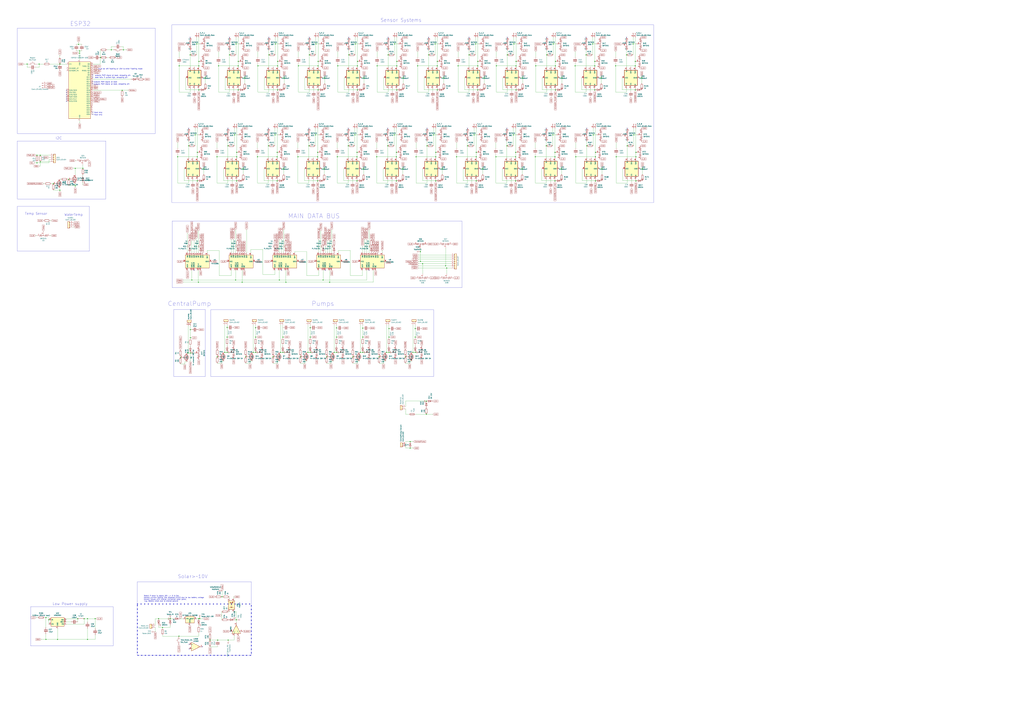
<source format=kicad_sch>
(kicad_sch (version 20230121) (generator eeschema)
  (paper "A0")
  (title_block (title "Plant Controller") (date "2020-12-21") (rev "0.4a") (company "C3MA"))
  (lib_symbols
    (symbol "74xx:74HC595"
      (property "Reference" "U" (at -7.62 13.97 0))
      (property "Value" "74HC595" (at -7.62 -16.51 0))
      (symbol "74HC595_1_0"
        (pin tri_state line (at 10.16 7.62 180) (length 2.54) (name "QB") (number "1"))
        (pin input line (at -10.16 2.54 0) (length 2.54) (name "~{SRCLR}") (number "10"))
        (pin input line (at -10.16 5.08 0) (length 2.54) (name "SRCLK") (number "11"))
        (pin input line (at -10.16 -2.54 0) (length 2.54) (name "RCLK") (number "12"))
        (pin input line (at -10.16 -5.08 0) (length 2.54) (name "~{OE}") (number "13"))
        (pin input line (at -10.16 10.16 0) (length 2.54) (name "SER") (number "14"))
        (pin tri_state line (at 10.16 10.16 180) (length 2.54) (name "QA") (number "15"))
        (pin power_in line (at 0 15.24 270) (length 2.54) (name "VCC") (number "16"))
        (pin tri_state line (at 10.16 5.08 180) (length 2.54) (name "QC") (number "2"))
        (pin tri_state line (at 10.16 2.54 180) (length 2.54) (name "QD") (number "3"))
        (pin tri_state line (at 10.16 0 180) (length 2.54) (name "QE") (number "4"))
        (pin tri_state line (at 10.16 -2.54 180) (length 2.54) (name "QF") (number "5"))
        (pin tri_state line (at 10.16 -5.08 180) (length 2.54) (name "QG") (number "6"))
        (pin tri_state line (at 10.16 -7.62 180) (length 2.54) (name "QH") (number "7"))
        (pin power_in line (at 0 -17.78 90) (length 2.54) (name "GND") (number "8"))
        (pin output line (at 10.16 -12.7 180) (length 2.54) (name "QH'") (number "9"))
      )
    )
    (symbol "Comparator:LM393" (pin_names (offset 0.127))
      (property "Reference" "U" (at 3.81 3.81 0))
      (property "Value" "LM393" (at 6.35 -3.81 0))
      (symbol "LM393_1_1"
        (pin open_collector line (at 7.62 0 180) (length 2.54) (name "~") (number "1"))
        (pin input line (at -7.62 -2.54 0) (length 2.54) (name "-") (number "2"))
        (pin input line (at -7.62 2.54 0) (length 2.54) (name "+") (number "3"))
      )
      (symbol "LM393_2_1"
        (pin input line (at -7.62 2.54 0) (length 2.54) (name "+") (number "5"))
        (pin input line (at -7.62 -2.54 0) (length 2.54) (name "-") (number "6"))
        (pin open_collector line (at 7.62 0 180) (length 2.54) (name "~") (number "7"))
      )
      (symbol "LM393_3_1"
        (pin power_in line (at -2.54 -7.62 90) (length 3.81) (name "V-") (number "4"))
        (pin power_in line (at -2.54 7.62 270) (length 3.81) (name "V+") (number "8"))
      )
    )
    (symbol "Connector:Conn_01x02_Female" (pin_names (offset 1.016) hide)
      (property "Reference" "J" (at 0 2.54 0))
      (property "Value" "Conn_01x02_Female" (at 0 -5.08 0))
      (symbol "Conn_01x02_Female_1_1"
        (pin passive line (at -5.08 0 0) (length 3.81) (name "Pin_1") (number "1"))
        (pin passive line (at -5.08 -2.54 0) (length 3.81) (name "Pin_2") (number "2"))
      )
    )
    (symbol "Connector:Conn_01x02_Male" (pin_names (offset 1.016) hide)
      (property "Reference" "J" (at 0 2.54 0))
      (property "Value" "Conn_01x02_Male" (at 0 -5.08 0))
      (symbol "Conn_01x02_Male_1_1"
        (pin passive line (at 5.08 0 180) (length 3.81) (name "Pin_1") (number "1"))
        (pin passive line (at 5.08 -2.54 180) (length 3.81) (name "Pin_2") (number "2"))
      )
    )
    (symbol "Connector:Conn_01x03_Male" (pin_names (offset 1.016) hide)
      (property "Reference" "J" (at 0 5.08 0))
      (property "Value" "Conn_01x03_Male" (at 0 -5.08 0))
      (symbol "Conn_01x03_Male_1_1"
        (pin passive line (at 5.08 2.54 180) (length 3.81) (name "Pin_1") (number "1"))
        (pin passive line (at 5.08 0 180) (length 3.81) (name "Pin_2") (number "2"))
        (pin passive line (at 5.08 -2.54 180) (length 3.81) (name "Pin_3") (number "3"))
      )
    )
    (symbol "Connector:TestPoint" (pin_numbers hide) (pin_names (offset 0.762) hide)
      (property "Reference" "TP" (at 0 6.858 0))
      (property "Value" "TestPoint" (at 0 5.08 0))
      (symbol "TestPoint_1_1"
        (pin passive line (at 0 0 90) (length 2.54) (name "1") (number "1"))
      )
    )
    (symbol "Connector_Generic:Conn_01x02" (pin_names (offset 1.016) hide)
      (property "Reference" "J" (at 0 2.54 0))
      (property "Value" "Conn_01x02" (at 0 -5.08 0))
      (symbol "Conn_01x02_1_1"
        (pin passive line (at -5.08 0 0) (length 3.81) (name "Pin_1") (number "1"))
        (pin passive line (at -5.08 -2.54 0) (length 3.81) (name "Pin_2") (number "2"))
      )
    )
    (symbol "Connector_Generic:Conn_01x03" (pin_names (offset 1.016) hide)
      (property "Reference" "J" (at 0 5.08 0))
      (property "Value" "Conn_01x03" (at 0 -5.08 0))
      (symbol "Conn_01x03_1_1"
        (pin passive line (at -5.08 2.54 0) (length 3.81) (name "Pin_1") (number "1"))
        (pin passive line (at -5.08 0 0) (length 3.81) (name "Pin_2") (number "2"))
        (pin passive line (at -5.08 -2.54 0) (length 3.81) (name "Pin_3") (number "3"))
      )
    )
    (symbol "Connector_Generic:Conn_01x04" (pin_names (offset 1.016) hide)
      (property "Reference" "J" (at 0 5.08 0))
      (property "Value" "Conn_01x04" (at 0 -7.62 0))
      (symbol "Conn_01x04_1_1"
        (pin passive line (at -5.08 2.54 0) (length 3.81) (name "Pin_1") (number "1"))
        (pin passive line (at -5.08 0 0) (length 3.81) (name "Pin_2") (number "2"))
        (pin passive line (at -5.08 -2.54 0) (length 3.81) (name "Pin_3") (number "3"))
        (pin passive line (at -5.08 -5.08 0) (length 3.81) (name "Pin_4") (number "4"))
      )
    )
    (symbol "Connector_Generic:Conn_01x07" (pin_names (offset 1.016) hide)
      (property "Reference" "J" (at 0 10.16 0))
      (property "Value" "Conn_01x07" (at 0 -10.16 0))
      (symbol "Conn_01x07_1_1"
        (pin passive line (at -5.08 7.62 0) (length 3.81) (name "Pin_1") (number "1"))
        (pin passive line (at -5.08 5.08 0) (length 3.81) (name "Pin_2") (number "2"))
        (pin passive line (at -5.08 2.54 0) (length 3.81) (name "Pin_3") (number "3"))
        (pin passive line (at -5.08 0 0) (length 3.81) (name "Pin_4") (number "4"))
        (pin passive line (at -5.08 -2.54 0) (length 3.81) (name "Pin_5") (number "5"))
        (pin passive line (at -5.08 -5.08 0) (length 3.81) (name "Pin_6") (number "6"))
        (pin passive line (at -5.08 -7.62 0) (length 3.81) (name "Pin_7") (number "7"))
      )
    )
    (symbol "D_1" (pin_numbers hide) (pin_names (offset 1.016) hide)
      (property "Reference" "D" (at 0 2.54 0))
      (property "Value" "D" (at 0 -2.54 0))
      (symbol "D_1_1_1"
        (pin passive line (at -3.81 0 0) (length 2.54) (name "K") (number "1"))
        (pin passive line (at 3.81 0 180) (length 2.54) (name "A") (number "2"))
      )
    )
    (symbol "D_2" (pin_numbers hide) (pin_names (offset 1.016) hide)
      (property "Reference" "D" (at 0 2.54 0))
      (property "Value" "D" (at 0 -2.54 0))
      (symbol "D_2_1_1"
        (pin passive line (at -3.81 0 0) (length 2.54) (name "K") (number "1"))
        (pin passive line (at 3.81 0 180) (length 2.54) (name "A") (number "2"))
      )
    )
    (symbol "Device:C" (pin_numbers hide) (pin_names (offset 0.254))
      (property "Reference" "C" (at 0.635 2.54 0))
      (property "Value" "C" (at 0.635 -2.54 0))
      (symbol "C_1_1"
        (pin passive line (at 0 3.81 270) (length 2.794) (name "~") (number "1"))
        (pin passive line (at 0 -3.81 90) (length 2.794) (name "~") (number "2"))
      )
    )
    (symbol "Device:D" (pin_numbers hide) (pin_names (offset 1.016) hide)
      (property "Reference" "D" (at 0 2.54 0))
      (property "Value" "D" (at 0 -2.54 0))
      (symbol "D_1_1"
        (pin passive line (at -3.81 0 0) (length 2.54) (name "K") (number "1"))
        (pin passive line (at 3.81 0 180) (length 2.54) (name "A") (number "2"))
      )
    )
    (symbol "Device:Fuse" (pin_numbers hide) (pin_names (offset 0))
      (property "Reference" "F" (at 2.032 0 90))
      (property "Value" "Fuse" (at -1.905 0 90))
      (symbol "Fuse_1_1"
        (pin passive line (at 0 3.81 270) (length 1.27) (name "~") (number "1"))
        (pin passive line (at 0 -3.81 90) (length 1.27) (name "~") (number "2"))
      )
    )
    (symbol "Device:L" (pin_numbers hide) (pin_names (offset 1.016) hide)
      (property "Reference" "L" (at -1.27 0 90))
      (property "Value" "L" (at 1.905 0 90))
      (symbol "L_1_1"
        (pin passive line (at 0 3.81 270) (length 1.27) (name "1") (number "1"))
        (pin passive line (at 0 -3.81 90) (length 1.27) (name "2") (number "2"))
      )
    )
    (symbol "Device:LED" (pin_numbers hide) (pin_names (offset 1.016) hide)
      (property "Reference" "D" (at 0 2.54 0))
      (property "Value" "LED" (at 0 -2.54 0))
      (symbol "LED_1_1"
        (pin passive line (at -3.81 0 0) (length 2.54) (name "K") (number "1"))
        (pin passive line (at 3.81 0 180) (length 2.54) (name "A") (number "2"))
      )
    )
    (symbol "Device:R" (pin_numbers hide) (pin_names (offset 0))
      (property "Reference" "R" (at 2.032 0 90))
      (property "Value" "R" (at 0 0 90))
      (symbol "R_1_1"
        (pin passive line (at 0 3.81 270) (length 1.27) (name "~") (number "1"))
        (pin passive line (at 0 -3.81 90) (length 1.27) (name "~") (number "2"))
      )
    )
    (symbol "Diode:BAS40-04" (pin_names (offset 1.016))
      (property "Reference" "D" (at 0.635 -1.27 0))
      (property "Value" "BAS40-04" (at -6.35 5.715 0))
      (symbol "BAS40-04_1_1"
        (pin passive line (at -7.62 2.54 0) (length 3.81) (name "~") (number "1"))
        (pin passive line (at 7.62 2.54 180) (length 3.81) (name "~") (number "2"))
        (pin passive line (at 0 -2.54 90) (length 5.08) (name "~") (number "3"))
      )
    )
    (symbol "Diode:BAT54S" (pin_names (offset 0))
      (property "Reference" "D" (at 2.54 -5.08 0))
      (property "Value" "BAT54S" (at -6.35 3.175 0))
      (symbol "BAT54S_1_1"
        (pin passive line (at -7.62 0 0) (length 3.81) (name "A") (number "1"))
        (pin passive line (at 7.62 0 180) (length 3.81) (name "K") (number "2"))
        (pin passive line (at 0 -5.08 90) (length 5.08) (name "COM") (number "3"))
      )
    )
    (symbol "ESP32-DEVKITC-32D:SL2300" (pin_names (offset 1.016))
      (property "Reference" "Q" (at 0 0 0))
      (property "Value" "SL2300" (at 7.62 0 0))
      (symbol "SL2300_1_1"
        (pin input line (at -6.35 0 0) (length 2.54) (name "G") (number "1"))
        (pin passive line (at 1.27 -5.08 90) (length 2.54) (name "S") (number "2"))
        (pin passive line (at 1.27 5.08 270) (length 2.54) (name "D") (number "3"))
      )
    )
    (symbol "Isolator:PC817" (pin_names (offset 1.016))
      (property "Reference" "U" (at -5.08 5.08 0))
      (property "Value" "PC817" (at 0 5.08 0))
      (symbol "PC817_1_1"
        (pin passive line (at -7.62 2.54 0) (length 2.54) (name "~") (number "1"))
        (pin passive line (at -7.62 -2.54 0) (length 2.54) (name "~") (number "2"))
        (pin passive line (at 7.62 -2.54 180) (length 2.54) (name "~") (number "3"))
        (pin passive line (at 7.62 2.54 180) (length 2.54) (name "~") (number "4"))
      )
    )
    (symbol "PlantCtrlESP32-rescue:CP_Small-Device" (pin_numbers hide) (pin_names (offset 0.254) hide)
      (property "Reference" "C" (at 0.254 1.778 0))
      (property "Value" "CP_Small-Device" (at 0.254 -2.032 0))
      (symbol "CP_Small-Device_1_1"
        (pin passive line (at 0 2.54 270) (length 1.8542) (name "~") (number "1"))
        (pin passive line (at 0 -2.54 90) (length 1.8542) (name "~") (number "2"))
      )
    )
    (symbol "RF_Module:ESP32-WROOM-32D"
      (property "Reference" "U" (at -12.7 34.29 0))
      (property "Value" "ESP32-WROOM-32D" (at 1.27 34.29 0))
      (symbol "ESP32-WROOM-32D_1_1"
        (pin power_in line (at 0 -35.56 90) (length 2.54) (name "GND") (number "1"))
        (pin bidirectional line (at 15.24 -12.7 180) (length 2.54) (name "IO25") (number "10"))
        (pin bidirectional line (at 15.24 -15.24 180) (length 2.54) (name "IO26") (number "11"))
        (pin bidirectional line (at 15.24 -17.78 180) (length 2.54) (name "IO27") (number "12"))
        (pin bidirectional line (at 15.24 10.16 180) (length 2.54) (name "IO14") (number "13"))
        (pin bidirectional line (at 15.24 15.24 180) (length 2.54) (name "IO12") (number "14"))
        (pin passive line (at 0 -35.56 90) (length 2.54) hide (name "GND") (number "15"))
        (pin bidirectional line (at 15.24 12.7 180) (length 2.54) (name "IO13") (number "16"))
        (pin bidirectional line (at -15.24 -5.08 0) (length 2.54) (name "SHD/SD2") (number "17"))
        (pin bidirectional line (at -15.24 -7.62 0) (length 2.54) (name "SWP/SD3") (number "18"))
        (pin bidirectional line (at -15.24 -12.7 0) (length 2.54) (name "SCS/CMD") (number "19"))
        (pin power_in line (at 0 35.56 270) (length 2.54) (name "VDD") (number "2"))
        (pin bidirectional line (at -15.24 -10.16 0) (length 2.54) (name "SCK/CLK") (number "20"))
        (pin bidirectional line (at -15.24 0 0) (length 2.54) (name "SDO/SD0") (number "21"))
        (pin bidirectional line (at -15.24 -2.54 0) (length 2.54) (name "SDI/SD1") (number "22"))
        (pin bidirectional line (at 15.24 7.62 180) (length 2.54) (name "IO15") (number "23"))
        (pin bidirectional line (at 15.24 25.4 180) (length 2.54) (name "IO2") (number "24"))
        (pin bidirectional line (at 15.24 30.48 180) (length 2.54) (name "IO0") (number "25"))
        (pin bidirectional line (at 15.24 20.32 180) (length 2.54) (name "IO4") (number "26"))
        (pin bidirectional line (at 15.24 5.08 180) (length 2.54) (name "IO16") (number "27"))
        (pin bidirectional line (at 15.24 2.54 180) (length 2.54) (name "IO17") (number "28"))
        (pin bidirectional line (at 15.24 17.78 180) (length 2.54) (name "IO5") (number "29"))
        (pin input line (at -15.24 30.48 0) (length 2.54) (name "EN") (number "3"))
        (pin bidirectional line (at 15.24 0 180) (length 2.54) (name "IO18") (number "30"))
        (pin bidirectional line (at 15.24 -2.54 180) (length 2.54) (name "IO19") (number "31"))
        (pin no_connect line (at -12.7 -27.94 0) (length 2.54) hide (name "NC") (number "32"))
        (pin bidirectional line (at 15.24 -5.08 180) (length 2.54) (name "IO21") (number "33"))
        (pin bidirectional line (at 15.24 22.86 180) (length 2.54) (name "RXD0/IO3") (number "34"))
        (pin bidirectional line (at 15.24 27.94 180) (length 2.54) (name "TXD0/IO1") (number "35"))
        (pin bidirectional line (at 15.24 -7.62 180) (length 2.54) (name "IO22") (number "36"))
        (pin bidirectional line (at 15.24 -10.16 180) (length 2.54) (name "IO23") (number "37"))
        (pin passive line (at 0 -35.56 90) (length 2.54) hide (name "GND") (number "38"))
        (pin passive line (at 0 -35.56 90) (length 2.54) hide (name "GND") (number "39"))
        (pin input line (at -15.24 25.4 0) (length 2.54) (name "SENSOR_VP") (number "4"))
        (pin input line (at -15.24 22.86 0) (length 2.54) (name "SENSOR_VN") (number "5"))
        (pin input line (at 15.24 -25.4 180) (length 2.54) (name "IO34") (number "6"))
        (pin input line (at 15.24 -27.94 180) (length 2.54) (name "IO35") (number "7"))
        (pin bidirectional line (at 15.24 -20.32 180) (length 2.54) (name "IO32") (number "8"))
        (pin bidirectional line (at 15.24 -22.86 180) (length 2.54) (name "IO33") (number "9"))
      )
    )
    (symbol "Regulator_Linear:HT75xx-1-SOT89"
      (property "Reference" "U" (at -5.08 -3.81 0))
      (property "Value" "HT75xx-1-SOT89" (at 0 6.35 0))
      (symbol "HT75xx-1-SOT89_1_1"
        (pin power_in line (at 0 -5.08 90) (length 2.54) (name "GND") (number "1"))
        (pin power_in line (at -7.62 2.54 0) (length 2.54) (name "VIN") (number "2"))
        (pin power_out line (at 7.62 2.54 180) (length 2.54) (name "VOUT") (number "3"))
      )
    )
    (symbol "Regulator_Switching:AP63205WU"
      (property "Reference" "U" (at -7.62 6.35 0))
      (property "Value" "AP63205WU" (at 2.54 6.35 0))
      (symbol "AP63205WU_1_1"
        (pin input line (at 10.16 -2.54 180) (length 2.54) (name "FB") (number "1"))
        (pin input line (at -10.16 -2.54 0) (length 2.54) (name "EN") (number "2"))
        (pin power_in line (at -10.16 2.54 0) (length 2.54) (name "IN") (number "3"))
        (pin power_in line (at 0 -7.62 90) (length 2.54) (name "GND") (number "4"))
        (pin output line (at 10.16 2.54 180) (length 2.54) (name "SW") (number "5"))
        (pin passive line (at 10.16 0 180) (length 2.54) (name "BST") (number "6"))
      )
    )
    (symbol "Switch:SW_Push" (pin_numbers hide) (pin_names (offset 1.016) hide)
      (property "Reference" "SW" (at 1.27 2.54 0))
      (property "Value" "SW_Push" (at 0 -1.524 0))
      (symbol "SW_Push_0_1"
        (pin passive line (at -5.08 0 0) (length 2.54) (name "1") (number "1"))
        (pin passive line (at 5.08 0 180) (length 2.54) (name "2") (number "2"))
      )
    )
    (symbol "Timer:TLC555xP"
      (property "Reference" "U" (at -10.16 8.89 0))
      (property "Value" "TLC555xP" (at 2.54 8.89 0))
      (symbol "TLC555xP_0_0"
        (pin power_in line (at 0 -10.16 90) (length 2.54) (name "GND") (number "1"))
        (pin power_in line (at 0 10.16 270) (length 2.54) (name "VCC") (number "8"))
      )
      (symbol "TLC555xP_1_1"
        (pin input line (at -12.7 5.08 0) (length 3.81) (name "TR") (number "2"))
        (pin output line (at 12.7 5.08 180) (length 3.81) (name "Q") (number "3"))
        (pin input inverted (at -12.7 -5.08 0) (length 3.81) (name "R") (number "4"))
        (pin input line (at -12.7 0 0) (length 3.81) (name "CV") (number "5"))
        (pin input line (at 12.7 -5.08 180) (length 3.81) (name "THR") (number "6"))
        (pin input line (at 12.7 0 180) (length 3.81) (name "DIS") (number "7"))
      )
    )
    (symbol "Transistor_FET:BSS84" (pin_names hide)
      (property "Reference" "Q" (at 5.08 1.905 0))
      (property "Value" "BSS84" (at 5.08 0 0))
      (symbol "BSS84_1_1"
        (pin input line (at -5.08 0 0) (length 2.54) (name "G") (number "1"))
        (pin passive line (at 2.54 -5.08 90) (length 2.54) (name "S") (number "2"))
        (pin passive line (at 2.54 5.08 270) (length 2.54) (name "D") (number "3"))
      )
    )
    (symbol "ds2438:ds2438az+" (pin_names (offset 0.254))
      (property "Reference" "U" (at 30.48 10.16 0))
      (property "Value" "ds2438az+" (at 30.48 7.62 0))
      (symbol "ds2438az+_1_1"
        (pin power_in line (at 0 0 0) (length 7.62) (name "GND") (number "1"))
        (pin input line (at 0 -2.54 0) (length 7.62) (name "VSENS+") (number "2"))
        (pin input line (at 0 -5.08 0) (length 7.62) (name "VSENS-") (number "3"))
        (pin input line (at 0 -7.62 0) (length 7.62) (name "VAD") (number "4"))
        (pin power_in line (at 60.96 -7.62 180) (length 7.62) (name "VDD") (number "5"))
        (pin no_connect line (at 60.96 -5.08 180) (length 7.62) (name "NC") (number "6"))
        (pin no_connect line (at 60.96 -2.54 180) (length 7.62) (name "NC") (number "7"))
        (pin bidirectional line (at 60.96 0 180) (length 7.62) (name "DQ") (number "8"))
      )
    )
  )
  (junction (at 460.756 104.394))
  (junction (at 329.946 90.424))
  (junction (at 415.036 76.454))
  (junction (at 606.298 196.088))
  (junction (at 376.428 196.088))
  (junction (at 110.49 718.82))
  (junction (at 738.378 182.118))
  (junction (at 482.092 381.762))
  (junction (at 698.246 90.424))
  (junction (at 228.346 51.054))
  (junction (at 276.606 76.454))
  (junction (at 274.066 51.054))
  (junction (at 261.112 409.448))
  (junction (at 321.818 177.038))
  (junction (at 322.326 76.454))
  (junction (at 390.652 409.448))
  (junction (at 143.256 57.912))
  (junction (at 552.196 51.054))
  (junction (at 437.896 76.454))
  (junction (at 207.772 739.14))
  (junction (at 422.148 196.088))
  (junction (at 421.132 391.668))
  (junction (at 321.818 210.058))
  (junction (at 230.378 327.914))
  (junction (at 598.678 210.058))
  (junction (at 667.766 76.454))
  (junction (at 188.722 728.98))
  (junction (at 490.728 306.324))
  (junction (at 621.538 182.118))
  (junction (at 226.568 156.718))
  (junction (at 507.746 76.454))
  (junction (at 552.958 182.118))
  (junction (at 451.612 381.762))
  (junction (at 488.188 292.354))
  (junction (at 415.036 104.394))
  (junction (at 642.366 51.054))
  (junction (at 368.808 210.058))
  (junction (at 346.456 76.454))
  (junction (at 218.44 410.21))
  (junction (at 505.206 51.054))
  (junction (at 482.092 409.448))
  (junction (at 599.186 71.374))
  (junction (at 329.438 196.088))
  (junction (at 690.626 71.374))
  (junction (at 230.632 718.82))
  (junction (at 482.092 391.668))
  (junction (at 264.668 169.418))
  (junction (at 184.15 718.82))
  (junction (at 348.742 414.528))
  (junction (at 699.008 196.088))
  (junction (at 421.132 409.448))
  (junction (at 457.708 156.718))
  (junction (at 238.506 90.424))
  (junction (at 274.828 177.038))
  (junction (at 598.678 177.038))
  (junction (at 483.108 182.118))
  (junction (at 45.466 74.422))
  (junction (at 450.596 63.754))
  (junction (at 141.859 104.902))
  (junction (at 263.652 409.448))
  (junction (at 197.612 718.82))
  (junction (at 42.926 180.34))
  (junction (at 495.046 481.33))
  (junction (at 87.376 215.9))
  (junction (at 497.586 63.754))
  (junction (at 243.84 743.712))
  (junction (at 92.456 59.182))
  (junction (at 31.496 74.422))
  (junction (at 79.756 208.28))
  (junction (at 449.072 409.448))
  (junction (at 554.736 104.394))
  (junction (at 229.108 210.058))
  (junction (at 634.238 169.418))
  (junction (at 294.132 409.448))
  (junction (at 530.098 182.118))
  (junction (at 299.466 76.454))
  (junction (at 745.998 196.088))
  (junction (at 229.108 177.038))
  (junction (at 404.368 169.418))
  (junction (at 285.242 414.528))
  (junction (at 622.046 76.454))
  (junction (at 319.786 51.054))
  (junction (at 328.422 391.668))
  (junction (at 668.528 182.118))
  (junction (at 1360.17 302.26))
  (junction (at 360.172 409.448))
  (junction (at 437.388 182.118))
  (junction (at 404.876 63.754))
  (junction (at 331.978 327.914))
  (junction (at 513.588 196.088))
  (junction (at 390.652 391.668))
  (junction (at 422.656 90.424))
  (junction (at 360.172 391.668))
  (junction (at 272.288 156.718))
  (junction (at 738.378 210.058))
  (junction (at 252.222 414.528))
  (junction (at 369.316 104.394))
  (junction (at 507.746 71.374))
  (junction (at 737.616 71.374))
  (junction (at 460.248 177.038))
  (junction (at 53.34 742.95))
  (junction (at 1397 168.91))
  (junction (at 596.138 156.718))
  (junction (at 575.818 182.118))
  (junction (at 727.456 63.754))
  (junction (at 458.216 51.054))
  (junction (at 273.558 325.374))
  (junction (at 263.652 380.492))
  (junction (at 252.73 743.712))
  (junction (at 220.98 383.032))
  (junction (at 507.746 104.394))
  (junction (at 691.388 182.118))
  (junction (at 375.158 325.374))
  (junction (at 388.112 409.448))
  (junction (at 542.798 169.418))
  (junction (at 257.81 693.42))
  (junction (at 552.958 177.038))
  (junction (at 266.446 63.754))
  (junction (at 312.166 63.754))
  (junction (at 231.902 718.82))
  (junction (at 96.266 195.58))
  (junction (at 562.356 90.424))
  (junction (at 366.776 51.054))
  (junction (at 598.678 182.118))
  (junction (at 116.586 66.802))
  (junction (at 206.248 182.118))
  (junction (at 644.398 177.038))
  (junction (at 495.808 169.418))
  (junction (at 738.378 177.038))
  (junction (at 66.802 742.95))
  (junction (at 222.758 325.374))
  (junction (at 409.702 414.528))
  (junction (at 517.398 308.864))
  (junction (at 369.316 71.374))
  (junction (at 644.398 210.058))
  (junction (at 652.018 196.088))
  (junction (at 97.79 718.82))
  (junction (at 392.176 76.454))
  (junction (at 560.578 196.088))
  (junction (at 298.958 182.118))
  (junction (at 550.418 156.718))
  (junction (at 680.466 63.754))
  (junction (at 230.886 76.454))
  (junction (at 476.25 513.08))
  (junction (at 69.596 220.98))
  (junction (at 460.248 210.058))
  (junction (at 735.838 156.718))
  (junction (at 316.992 414.528))
  (junction (at 531.876 76.454))
  (junction (at 46.736 180.34))
  (junction (at 411.988 156.718))
  (junction (at 230.886 104.394))
  (junction (at 274.32 720.09))
  (junction (at 56.642 720.09))
  (junction (at 737.616 104.394))
  (junction (at 220.726 63.754))
  (junction (at 263.652 391.668))
  (junction (at 415.036 71.374))
  (junction (at 345.948 182.118))
  (junction (at 1418.59 208.28))
  (junction (at 296.672 380.746))
  (junction (at 688.086 51.054))
  (junction (at 544.576 63.754))
  (junction (at 468.376 90.424))
  (junction (at 690.626 104.394))
  (junction (at 599.186 104.394))
  (junction (at 588.518 169.418))
  (junction (at 737.616 76.454))
  (junction (at 479.552 409.448))
  (junction (at 276.606 104.394))
  (junction (at 129.286 57.912))
  (junction (at 360.172 380.746))
  (junction (at 274.828 210.058))
  (junction (at 1394.46 168.91))
  (junction (at 358.648 169.418))
  (junction (at 276.606 71.374))
  (junction (at 505.968 210.058))
  (junction (at 296.672 409.448))
  (junction (at 421.132 381.254))
  (junction (at 319.278 156.718))
  (junction (at 460.756 71.374))
  (junction (at 450.088 169.418))
  (junction (at 505.968 182.118))
  (junction (at 470.662 414.528))
  (junction (at 251.968 182.118))
  (junction (at 691.388 210.058))
  (junction (at 208.026 76.454))
  (junction (at 274.828 182.118))
  (junction (at 1430.02 203.2))
  (junction (at 484.886 76.454))
  (junction (at 606.806 90.424))
  (junction (at 644.398 182.118))
  (junction (at 376.936 90.424))
  (junction (at 322.326 71.374))
  (junction (at 382.778 327.914))
  (junction (at 467.868 196.088))
  (junction (at 391.668 182.118))
  (junction (at 728.218 169.418))
  (junction (at 596.646 51.054))
  (junction (at 495.046 466.09))
  (junction (at 253.746 76.454))
  (junction (at 652.526 90.424))
  (junction (at 691.388 177.038))
  (junction (at 282.448 196.088))
  (junction (at 61.976 213.36))
  (junction (at 322.326 104.394))
  (junction (at 359.156 63.754))
  (junction (at 321.818 182.118))
  (junction (at 451.612 409.448))
  (junction (at 460.248 182.118))
  (junction (at 505.968 177.038))
  (junction (at 324.358 325.374))
  (junction (at 87.376 195.58))
  (junction (at 366.268 156.718))
  (junction (at 1369.06 287.02))
  (junction (at 42.926 189.23))
  (junction (at 634.746 63.754))
  (junction (at 451.612 391.668))
  (junction (at 101.6 742.95))
  (junction (at 230.886 71.374))
  (junction (at 53.34 717.55))
  (junction (at 554.736 71.374))
  (junction (at 715.518 182.118))
  (junction (at 440.182 414.528))
  (junction (at 735.076 51.054))
  (junction (at 264.922 743.712))
  (junction (at 554.736 76.454))
  (junction (at 745.236 90.424))
  (junction (at 476.25 520.7))
  (junction (at 599.186 76.454))
  (junction (at 1375.41 295.91))
  (junction (at 311.658 169.418))
  (junction (at 412.496 51.054))
  (junction (at 379.222 414.528))
  (junction (at 101.6 718.82))
  (junction (at 414.528 210.058))
  (junction (at 460.756 76.454))
  (junction (at 90.17 718.82))
  (junction (at 552.958 210.058))
  (junction (at 589.026 63.754))
  (junction (at 503.428 156.718))
  (junction (at 644.906 76.454))
  (junction (at 229.108 182.118))
  (junction (at 209.55 415.29))
  (junction (at 369.316 76.454))
  (junction (at 281.178 327.914))
  (junction (at 515.366 90.424))
  (junction (at 1369.06 279.4))
  (junction (at 328.422 409.448))
  (junction (at 296.672 391.668))
  (junction (at 284.226 90.424))
  (junction (at 488.188 303.784))
  (junction (at 690.626 76.454))
  (junction (at 644.906 71.374))
  (junction (at 688.848 156.718))
  (junction (at 1410.97 208.28))
  (junction (at 220.98 410.21))
  (junction (at 714.756 76.454))
  (junction (at 69.596 74.422))
  (junction (at 220.98 392.43))
  (junction (at 236.728 196.088))
  (junction (at 46.736 187.96))
  (junction (at 92.456 61.722))
  (junction (at 1430.02 208.28))
  (junction (at 418.592 409.448))
  (junction (at 518.668 311.404))
  (junction (at 390.652 381))
  (junction (at 368.808 182.118))
  (junction (at 91.186 51.562))
  (junction (at 325.882 409.448))
  (junction (at 414.528 182.118))
  (junction (at 576.326 76.454))
  (junction (at 414.528 177.038))
  (junction (at 368.808 177.038))
  (junction (at 644.906 104.394))
  (junction (at 641.858 156.718))
  (junction (at 681.228 169.418))
  (junction (at 218.948 169.418))
  (junction (at 357.632 409.448))
  (no_connect (at 681.228 149.098))
  (no_connect (at 359.156 43.434))
  (no_connect (at 107.696 132.842))
  (no_connect (at 77.216 107.442))
  (no_connect (at 634.238 149.098))
  (no_connect (at 225.298 313.944))
  (no_connect (at 404.368 149.098))
  (no_connect (at 107.696 97.282))
  (no_connect (at 107.696 87.122))
  (no_connect (at 326.898 313.944))
  (no_connect (at 77.216 112.522))
  (no_connect (at 495.808 149.098))
  (no_connect (at 77.216 117.602))
  (no_connect (at 107.696 89.662))
  (no_connect (at 234.95 751.332))
  (no_connect (at 634.746 43.434))
  (no_connect (at 264.668 149.098))
  (no_connect (at 77.216 104.902))
  (no_connect (at 107.696 94.742))
  (no_connect (at 219.71 753.872))
  (no_connect (at 107.696 130.302))
  (no_connect (at 728.218 149.098))
  (no_connect (at 680.466 43.434))
  (no_connect (at 358.648 149.098))
  (no_connect (at 312.166 43.434))
  (no_connect (at 266.446 43.434))
  (no_connect (at 727.456 43.434))
  (no_connect (at 428.498 313.944))
  (no_connect (at 450.596 43.434))
  (no_connect (at 450.088 149.098))
  (no_connect (at 377.698 313.944))
  (no_connect (at 311.658 149.098))
  (no_connect (at 497.586 43.434))
  (no_connect (at 77.216 115.062))
  (no_connect (at 589.026 43.434))
  (no_connect (at 77.216 109.982))
  (no_connect (at 404.876 43.434))
  (no_connect (at 220.726 43.434))
  (no_connect (at 588.518 149.098))
  (no_connect (at 219.71 748.792))
  (no_connect (at 544.576 43.434))
  (no_connect (at 542.798 149.098))
  (no_connect (at 218.948 149.098))
  (wire (pts (xy 42.926 189.23) (xy 42.926 187.96)))
  (wire (pts (xy 76.962 720.09) (xy 76.962 718.82)))
  (wire (pts (xy 406.908 320.294) (xy 420.878 320.294)))
  (wire (pts (xy 220.726 103.124) (xy 220.726 106.934)))
  (wire (pts (xy 261.366 90.424) (xy 261.366 104.394)))
  (wire (pts (xy 311.658 164.338) (xy 311.658 169.418)))
  (wire (pts (xy 274.828 149.098) (xy 274.828 177.038)))
  (wire (pts (xy 133.096 54.102) (xy 129.286 54.102)))
  (wire (pts (xy 385.318 266.954) (xy 385.318 293.624)))
  (wire (pts (xy 588.518 169.418) (xy 588.518 183.388)))
  (wire (pts (xy 322.326 43.434) (xy 322.326 71.374)))
  (wire (pts (xy 228.346 51.054) (xy 232.156 51.054)))
  (wire (pts (xy 274.828 210.058) (xy 274.828 211.328)))
  (wire (pts (xy 271.272 693.42) (xy 271.78 693.42)))
  (wire (pts (xy 354.076 90.424) (xy 354.076 104.394)))
  (wire (pts (xy 629.158 210.058) (xy 644.398 210.058)))
  (wire (pts (xy 420.878 320.294) (xy 420.878 313.944)))
  (wire (pts (xy 322.072 419.608) (xy 322.072 422.148)))
  (wire (pts (xy 56.896 185.42) (xy 58.166 185.42)))
  (wire (pts (xy 695.706 90.424) (xy 698.246 90.424)))
  (wire (pts (xy 560.578 196.088) (xy 560.578 202.438)))
  (wire (pts (xy 263.652 377.698) (xy 263.652 380.492)))
  (wire (pts (xy 253.746 76.454) (xy 253.746 73.914)))
  (wire (pts (xy 92.456 59.182) (xy 94.996 59.182)))
  (wire (pts (xy 218.948 212.598) (xy 206.248 212.598)))
  (wire (pts (xy 392.176 106.934) (xy 392.176 76.454)))
  (wire (pts (xy 359.156 106.934) (xy 346.456 106.934)))
  (wire (pts (xy 634.746 103.124) (xy 634.746 106.934)))
  (wire (pts (xy 485.648 308.864) (xy 517.398 308.864)))
  (wire (pts (xy 478.282 419.608) (xy 475.742 419.608)))
  (wire (pts (xy 495.808 212.598) (xy 483.108 212.598)))
  (wire (pts (xy 230.886 76.454) (xy 230.886 77.724)))
  (wire (pts (xy 110.49 718.82) (xy 110.49 730.25)))
  (wire (pts (xy 467.868 194.818) (xy 467.868 196.088)))
  (wire (pts (xy 41.656 180.34) (xy 42.926 180.34)))
  (wire (pts (xy 399.796 104.394) (xy 415.036 104.394)))
  (wire (pts (xy 738.378 182.118) (xy 738.378 183.388)))
  (wire (pts (xy 390.652 409.448) (xy 388.112 409.448)))
  (wire (pts (xy 322.326 71.374) (xy 322.326 76.454)))
  (wire (pts (xy 422.148 194.818) (xy 422.148 196.088)))
  (wire (pts (xy 737.616 103.124) (xy 737.616 104.394)))
  (wire (pts (xy 1430.02 208.28) (xy 1441.45 208.28)))
  (wire (pts (xy 644.398 210.058) (xy 644.398 211.328)))
  (wire (pts (xy 296.672 401.828) (xy 296.672 400.558)))
  (wire (pts (xy 470.662 413.258) (xy 470.662 414.528)))
  (wire (pts (xy 404.876 103.124) (xy 404.876 106.934)))
  (wire (pts (xy 450.088 164.338) (xy 450.088 169.418)))
  (wire (pts (xy 490.728 196.088) (xy 490.728 210.058)))
  (wire (pts (xy 437.896 76.454) (xy 437.896 73.914)))
  (wire (pts (xy 737.616 104.394) (xy 737.616 105.664)))
  (wire (pts (xy 735.838 156.718) (xy 739.648 156.718)))
  (wire (pts (xy 217.678 270.764) (xy 217.678 293.624)))
  (wire (pts (xy 87.376 195.58) (xy 87.376 203.2)))
  (wire (pts (xy 539.496 90.424) (xy 539.496 104.394)))
  (wire (pts (xy 220.98 419.608) (xy 220.98 410.21)))
  (wire (pts (xy 329.438 194.818) (xy 329.438 196.088)))
  (wire (pts (xy 537.718 196.088) (xy 537.718 210.058)))
  (wire (pts (xy 604.266 90.424) (xy 606.806 90.424)))
  (wire (pts (xy 345.948 182.118) (xy 345.948 179.578)))
  (wire (pts (xy 61.976 220.98) (xy 69.596 220.98)))
  (wire (pts (xy 276.606 43.434) (xy 276.606 71.374)))
  (wire (pts (xy 512.826 90.424) (xy 515.366 90.424)))
  (wire (pts (xy 1418.59 209.55) (xy 1418.59 208.28)))
  (wire (pts (xy 266.192 693.42) (xy 266.192 695.452)))
  (wire (pts (xy 346.456 76.454) (xy 369.316 76.454)))
  (wire (pts (xy 257.81 693.42) (xy 258.572 693.42)))
  (wire (pts (xy 517.398 308.864) (xy 523.748 308.864)))
  (wire (pts (xy 606.806 90.424) (xy 606.806 96.774)))
  (wire (pts (xy 714.756 76.454) (xy 714.756 73.914)))
  (wire (pts (xy 298.958 165.608) (xy 298.958 171.958)))
  (wire (pts (xy 184.15 718.82) (xy 197.612 718.82)))
  (wire (pts (xy 495.046 481.33) (xy 502.666 481.33)))
  (wire (pts (xy 680.466 106.934) (xy 667.766 106.934)))
  (wire (pts (xy 259.588 210.058) (xy 274.828 210.058)))
  (wire (pts (xy 409.702 413.258) (xy 409.702 414.528)))
  (wire (pts (xy 737.616 43.434) (xy 737.616 71.374)))
  (wire (pts (xy 296.672 391.668) (xy 296.672 392.938)))
  (wire (pts (xy 271.526 103.124) (xy 271.526 105.664)))
  (wire (pts (xy 324.358 313.944) (xy 324.358 325.374)))
  (wire (pts (xy 254.508 291.084) (xy 254.508 320.294)))
  (wire (pts (xy 698.246 90.424) (xy 698.246 96.774)))
  (wire (pts (xy 1394.46 172.72) (xy 1394.46 168.91)))
  (wire (pts (xy 392.938 293.624) (xy 392.938 291.084)))
  (wire (pts (xy 1372.87 284.48) (xy 1375.41 284.48)))
  (wire (pts (xy 415.036 104.394) (xy 415.036 105.664)))
  (wire (pts (xy 485.648 306.324) (xy 490.728 306.324)))
  (wire (pts (xy 364.236 103.124) (xy 364.236 105.664)))
  (wire (pts (xy 279.908 196.088) (xy 282.448 196.088)))
  (wire (pts (xy 392.938 291.084) (xy 406.908 291.084)))
  (wire (pts (xy 675.386 90.424) (xy 675.386 104.394)))
  (wire (pts (xy 562.356 90.424) (xy 562.356 96.774)))
  (wire (pts (xy 321.818 182.118) (xy 321.818 183.388)))
  (wire (pts (xy 376.428 196.088) (xy 376.428 202.438)))
  (wire (pts (xy 360.172 391.668) (xy 360.172 392.938)))
  (wire (pts (xy 484.886 76.454) (xy 507.746 76.454)))
  (wire (pts (xy 417.322 419.608) (xy 414.782 419.608)))
  (wire (pts (xy 542.798 169.418) (xy 542.798 183.388)))
  (wire (pts (xy 550.418 149.098) (xy 550.418 156.718)))
  (wire (pts (xy 92.456 59.182) (xy 92.456 61.722)))
  (wire (pts (xy 324.612 419.608) (xy 322.072 419.608)))
  (wire (pts (xy 58.166 74.422) (xy 69.596 74.422)))
  (wire (pts (xy 305.308 289.814) (xy 305.308 319.024)))
  (wire (pts (xy 358.648 212.598) (xy 345.948 212.598)))
  (wire (pts (xy 316.992 413.258) (xy 316.992 414.528)))
  (wire (pts (xy 691.388 149.098) (xy 691.388 177.038)))
  (wire (pts (xy 560.578 194.818) (xy 560.578 196.088)))
  (wire (pts (xy 1397 168.91) (xy 1399.54 168.91)))
  (wire (pts (xy 131.826 57.912) (xy 129.286 57.912)))
  (wire (pts (xy 1441.45 205.74) (xy 1441.45 208.28)))
  (wire (pts (xy 530.098 212.598) (xy 530.098 182.118)))
  (wire (pts (xy 681.228 212.598) (xy 668.528 212.598)))
  (wire (pts (xy 53.34 717.55) (xy 56.642 717.55)))
  (wire (pts (xy 342.138 292.354) (xy 356.108 292.354)))
  (wire (pts (xy 552.196 51.054) (xy 556.006 51.054)))
  (wire (pts (xy 263.652 409.448) (xy 266.192 409.448)))
  (wire (pts (xy 97.79 718.82) (xy 101.6 718.82)))
  (wire (pts (xy 366.776 51.054) (xy 366.776 63.754)))
  (wire (pts (xy 96.266 191.77) (xy 96.266 195.58)))
  (wire (pts (xy 688.086 51.054) (xy 691.896 51.054)))
  (wire (pts (xy 723.138 210.058) (xy 738.378 210.058)))
  (wire (pts (xy 261.366 104.394) (xy 276.606 104.394)))
  (wire (pts (xy 276.606 103.124) (xy 276.606 104.394)))
  (wire (pts (xy 482.092 401.828) (xy 482.092 400.558)))
  (wire (pts (xy 596.138 156.718) (xy 596.138 169.418)))
  (wire (pts (xy 505.206 51.054) (xy 509.016 51.054)))
  (wire (pts (xy 382.778 327.914) (xy 433.578 327.914)))
  (wire (pts (xy 329.946 90.424) (xy 329.946 96.774)))
  (wire (pts (xy 69.596 74.422) (xy 77.216 74.422)))
  (wire (pts (xy 1360.17 302.26) (xy 1375.41 302.26)))
  (wire (pts (xy 110.49 718.82) (xy 111.76 718.82)))
  (wire (pts (xy 513.588 194.818) (xy 513.588 196.088)))
  (wire (pts (xy 328.422 409.448) (xy 325.882 409.448)))
  (wire (pts (xy 583.438 196.088) (xy 583.438 210.058)))
  (wire (pts (xy 220.98 392.43) (xy 222.25 392.43)))
  (wire (pts (xy 437.388 212.598) (xy 437.388 182.118)))
  (wire (pts (xy 544.576 63.754) (xy 544.576 77.724)))
  (wire (pts (xy 356.108 320.294) (xy 370.078 320.294)))
  (wire (pts (xy 559.816 90.424) (xy 562.356 90.424)))
  (wire (pts (xy 484.886 76.454) (xy 484.886 73.914)))
  (wire (pts (xy 404.876 106.934) (xy 392.176 106.934)))
  (wire (pts (xy 483.108 165.608) (xy 483.108 171.958)))
  (wire (pts (xy 274.066 51.054) (xy 277.876 51.054)))
  (wire (pts (xy 1410.97 209.55) (xy 1410.97 208.28)))
  (wire (pts (xy 552.196 43.434) (xy 552.196 51.054)))
  (wire (pts (xy 268.478 278.384) (xy 268.478 293.624)))
  (wire (pts (xy 42.926 180.34) (xy 46.736 180.34)))
  (wire (pts (xy 375.158 313.944) (xy 375.158 325.374)))
  (wire (pts (xy 502.666 103.124) (xy 502.666 105.664)))
  (wire (pts (xy 596.646 43.434) (xy 596.646 51.054)))
  (wire (pts (xy 312.166 63.754) (xy 312.166 77.724)))
  (wire (pts (xy 141.859 104.902) (xy 107.696 104.902)))
  (wire (pts (xy 652.526 90.424) (xy 652.526 96.774)))
  (wire (pts (xy 488.188 303.784) (xy 523.748 303.784)))
  (wire (pts (xy 296.672 377.698) (xy 296.672 380.746)))
  (wire (pts (xy 220.98 392.43) (xy 220.98 383.032)))
  (wire (pts (xy 404.368 169.418) (xy 404.368 183.388)))
  (wire (pts (xy 257.302 710.692) (xy 257.302 720.09)))
  (wire (pts (xy 404.876 63.754) (xy 404.876 77.724)))
  (wire (pts (xy 450.596 63.754) (xy 450.596 77.724)))
  (wire (pts (xy 264.922 743.712) (xy 271.78 743.712)))
  (wire (pts (xy 497.586 106.934) (xy 484.886 106.934)))
  (wire (pts (xy 124.206 66.802) (xy 126.746 66.802)))
  (wire (pts (xy 96.266 212.09) (xy 96.266 214.63)))
  (wire (pts (xy 562.356 89.154) (xy 562.356 90.424)))
  (wire (pts (xy 503.428 156.718) (xy 503.428 169.418)))
  (wire (pts (xy 639.318 208.788) (xy 639.318 211.328)))
  (wire (pts (xy 272.288 149.098) (xy 272.288 156.718)))
  (wire (pts (xy 327.406 90.424) (xy 329.946 90.424)))
  (wire (pts (xy 639.826 103.124) (xy 639.826 105.664)))
  (wire (pts (xy 76.962 718.82) (xy 90.17 718.82)))
  (wire (pts (xy 251.968 182.118) (xy 274.828 182.118)))
  (wire (pts (xy 594.106 103.124) (xy 594.106 105.664)))
  (wire (pts (xy 531.876 59.944) (xy 531.876 66.294)))
  (wire (pts (xy 92.456 61.722) (xy 91.186 61.722)))
  (wire (pts (xy 234.188 196.088) (xy 236.728 196.088)))
  (wire (pts (xy 391.668 182.118) (xy 391.668 179.578)))
  (wire (pts (xy 475.742 422.148) (xy 470.662 422.148)))
  (wire (pts (xy 598.678 208.788) (xy 598.678 210.058)))
  (wire (pts (xy 209.042 718.82) (xy 212.852 718.82)))
  (wire (pts (xy 714.756 59.944) (xy 714.756 66.294)))
  (wire (pts (xy 451.612 409.448) (xy 449.072 409.448)))
  (wire (pts (xy 34.036 78.232) (xy 31.496 78.232)))
  (wire (pts (xy 129.286 54.102) (xy 129.286 57.912)))
  (wire (pts (xy 379.222 413.258) (xy 379.222 414.528)))
  (wire (pts (xy 322.326 104.394) (xy 322.326 105.664)))
  (wire (pts (xy 544.576 103.124) (xy 544.576 106.934)))
  (wire (pts (xy 53.34 717.55) (xy 53.34 728.98)))
  (wire (pts (xy 274.066 43.434) (xy 274.066 51.054)))
  (wire (pts (xy 451.612 409.448) (xy 454.152 409.448)))
  (wire (pts (xy 317.246 103.124) (xy 317.246 105.664)))
  (wire (pts (xy 552.958 208.788) (xy 552.958 210.058)))
  (wire (pts (xy 468.376 89.154) (xy 468.376 90.424)))
  (wire (pts (xy 458.216 43.434) (xy 458.216 51.054)))
  (wire (pts (xy 220.98 410.21) (xy 225.806 410.21)))
  (wire (pts (xy 76.962 725.17) (xy 97.79 725.17)))
  (wire (pts (xy 445.516 90.424) (xy 445.516 104.394)))
  (wire (pts (xy 471.17 520.7) (xy 476.25 520.7)))
  (wire (pts (xy 212.598 325.374) (xy 222.758 325.374)))
  (wire (pts (xy 290.322 419.608) (xy 290.322 422.148)))
  (wire (pts (xy 399.796 90.424) (xy 399.796 104.394)))
  (wire (pts (xy 414.782 419.608) (xy 414.782 422.148)))
  (wire (pts (xy 423.418 278.384) (xy 423.418 293.624)))
  (wire (pts (xy 451.612 391.668) (xy 451.612 392.938)))
  (wire (pts (xy 226.568 156.718) (xy 230.378 156.718)))
  (wire (pts (xy 259.588 196.088) (xy 259.588 210.058)))
  (wire (pts (xy 644.906 71.374) (xy 644.906 76.454)))
  (wire (pts (xy 507.746 103.124) (xy 507.746 104.394)))
  (wire (pts (xy 331.978 327.914) (xy 382.778 327.914)))
  (wire (pts (xy 667.766 59.944) (xy 667.766 66.294)))
  (wire (pts (xy 649.986 90.424) (xy 652.526 90.424)))
  (wire (pts (xy 505.968 210.058) (xy 505.968 211.328)))
  (wire (pts (xy 598.678 182.118) (xy 598.678 183.388)))
  (wire (pts (xy 507.746 43.434) (xy 507.746 71.374)))
  (wire (pts (xy 272.288 156.718) (xy 272.288 169.418)))
  (wire (pts (xy 281.178 327.914) (xy 331.978 327.914)))
  (wire (pts (xy 212.598 327.914) (xy 230.378 327.914)))
  (wire (pts (xy 467.868 196.088) (xy 467.868 202.438)))
  (wire (pts (xy 57.912 273.685) (xy 59.182 273.685)))
  (wire (pts (xy 471.17 513.08) (xy 476.25 513.08)))
  (wire (pts (xy 253.746 59.944) (xy 253.746 66.294)))
  (wire (pts (xy 319.786 51.054) (xy 319.786 63.754)))
  (wire (pts (xy 79.756 215.9) (xy 87.376 215.9)))
  (wire (pts (xy 425.958 278.384) (xy 425.958 293.624)))
  (wire (pts (xy 406.908 291.084) (xy 406.908 320.294)))
  (wire (pts (xy 91.186 51.562) (xy 94.996 51.562)))
  (wire (pts (xy 215.646 104.394) (xy 230.886 104.394)))
  (wire (pts (xy 542.798 164.338) (xy 542.798 169.418)))
  (wire (pts (xy 286.258 266.954) (xy 286.258 293.624)))
  (wire (pts (xy 599.186 104.394) (xy 599.186 105.664)))
  (wire (pts (xy 321.818 210.058) (xy 321.818 211.328)))
  (wire (pts (xy 184.15 728.98) (xy 188.722 728.98)))
  (wire (pts (xy 552.958 177.038) (xy 552.958 182.118)))
  (wire (pts (xy 261.112 409.448) (xy 259.842 409.448)))
  (wire (pts (xy 445.008 210.058) (xy 460.248 210.058)))
  (wire (pts (xy 321.818 149.098) (xy 321.818 177.038)))
  (wire (pts (xy 220.98 383.032) (xy 222.504 383.032)))
  (wire (pts (xy 414.528 149.098) (xy 414.528 177.038)))
  (wire (pts (xy 281.178 313.944) (xy 281.178 327.914)))
  (wire (pts (xy 42.672 273.685) (xy 41.402 273.685)))
  (wire (pts (xy 299.466 106.934) (xy 299.466 76.454)))
  (wire (pts (xy 312.166 58.674) (xy 312.166 63.754)))
  (wire (pts (xy 274.828 208.788) (xy 274.828 210.058)))
  (wire (pts (xy 414.782 422.148) (xy 409.702 422.148)))
  (wire (pts (xy 447.802 419.608) (xy 445.262 419.608)))
  (wire (pts (xy 1370.33 280.67) (xy 1370.33 279.4)))
  (wire (pts (xy 101.6 718.82) (xy 101.6 722.63)))
  (wire (pts (xy 483.108 182.118) (xy 505.968 182.118)))
  (wire (pts (xy 451.612 377.698) (xy 451.612 381.762)))
  (wire (pts (xy 443.738 291.084) (xy 443.738 293.624)))
  (wire (pts (xy 84.836 195.58) (xy 87.376 195.58)))
  (wire (pts (xy 325.882 409.448) (xy 324.612 409.448)))
  (wire (pts (xy 225.806 103.124) (xy 225.806 105.664)))
  (wire (pts (xy 263.652 401.828) (xy 263.652 400.558)))
  (wire (pts (xy 263.652 409.448) (xy 261.112 409.448)))
  (wire (pts (xy 460.248 149.098) (xy 460.248 177.038)))
  (wire (pts (xy 230.886 103.124) (xy 230.886 104.394)))
  (wire (pts (xy 542.798 212.598) (xy 530.098 212.598)))
  (wire (pts (xy 554.736 76.454) (xy 554.736 77.724)))
  (wire (pts (xy 500.888 208.788) (xy 500.888 211.328)))
  (wire (pts (xy 41.91 717.55) (xy 43.942 717.55)))
  (wire (pts (xy 208.026 76.454) (xy 230.886 76.454)))
  (wire (pts (xy 552.958 182.118) (xy 552.958 183.388)))
  (wire (pts (xy 688.086 43.434) (xy 688.086 51.054)))
  (wire (pts (xy 230.378 268.224) (xy 230.378 293.624)))
  (wire (pts (xy 143.256 57.912) (xy 141.986 57.912)))
  (wire (pts (xy 229.108 177.038) (xy 229.108 182.118)))
  (wire (pts (xy 225.298 279.654) (xy 225.298 293.624)))
  (wire (pts (xy 56.896 182.88) (xy 58.166 182.88)))
  (wire (pts (xy 322.326 76.454) (xy 322.326 77.724)))
  (wire (pts (xy 243.84 743.712) (xy 252.73 743.712)))
  (wire (pts (xy 691.388 208.788) (xy 691.388 210.058)))
  (wire (pts (xy 274.828 182.118) (xy 274.828 183.388)))
  (wire (pts (xy 421.132 377.698) (xy 421.132 381.254)))
  (wire (pts (xy 220.98 393.7) (xy 220.98 392.43)))
  (wire (pts (xy 485.648 303.784) (xy 488.188 303.784)))
  (wire (pts (xy 218.44 410.21) (xy 217.17 410.21)))
  (wire (pts (xy 69.596 66.802) (xy 69.596 64.262)))
  (wire (pts (xy 598.678 210.058) (xy 598.678 211.328)))
  (wire (pts (xy 505.206 51.054) (xy 505.206 63.754)))
  (wire (pts (xy 46.736 193.04) (xy 46.736 187.96)))
  (wire (pts (xy 218.948 169.418) (xy 218.948 183.388)))
  (wire (pts (xy 261.112 377.698) (xy 261.112 409.448)))
  (wire (pts (xy 271.272 710.692) (xy 274.32 710.692)))
  (wire (pts (xy 596.138 156.718) (xy 599.948 156.718)))
  (wire (pts (xy 266.446 58.674) (xy 266.446 63.754)))
  (wire (pts (xy 696.468 196.088) (xy 699.008 196.088)))
  (wire (pts (xy 583.946 90.424) (xy 583.946 104.394)))
  (wire (pts (xy 644.906 43.434) (xy 644.906 71.374)))
  (wire (pts (xy 606.806 89.154) (xy 606.806 90.424)))
  (wire (pts (xy 437.896 106.934) (xy 437.896 76.454)))
  (wire (pts (xy 240.538 291.084) (xy 240.538 293.624)))
  (wire (pts (xy 369.316 71.374) (xy 369.316 76.454)))
  (wire (pts (xy 271.272 695.452) (xy 271.272 693.42)))
  (wire (pts (xy 675.386 104.394) (xy 690.626 104.394)))
  (wire (pts (xy 460.248 208.788) (xy 460.248 210.058)))
  (wire (pts (xy 621.538 165.608) (xy 621.538 171.958)))
  (wire (pts (xy 634.746 58.674) (xy 634.746 63.754)))
  (wire (pts (xy 485.648 296.164) (xy 523.748 296.164)))
  (wire (pts (xy 598.678 177.038) (xy 598.678 182.118)))
  (wire (pts (xy 47.752 742.95) (xy 53.34 742.95)))
  (wire (pts (xy 1430.02 203.2) (xy 1441.45 203.2)))
  (wire (pts (xy 129.286 57.912) (xy 124.206 57.912)))
  (wire (pts (xy 445.008 196.088) (xy 445.008 210.058)))
  (wire (pts (xy 723.138 196.088) (xy 723.138 210.058)))
  (wire (pts (xy 184.15 728.98) (xy 184.15 726.44)))
  (wire (pts (xy 228.346 51.054) (xy 228.346 63.754)))
  (wire (pts (xy 319.278 149.098) (xy 319.278 156.718)))
  (wire (pts (xy 359.156 103.124) (xy 359.156 106.934)))
  (wire (pts (xy 576.326 76.454) (xy 599.186 76.454)))
  (wire (pts (xy 644.398 182.118) (xy 644.398 183.388)))
  (wire (pts (xy 326.898 196.088) (xy 329.438 196.088)))
  (wire (pts (xy 737.616 76.454) (xy 737.616 77.724)))
  (wire (pts (xy 228.346 43.434) (xy 228.346 51.054)))
  (wire (pts (xy 409.448 208.788) (xy 409.448 211.328)))
  (wire (pts (xy 415.036 43.434) (xy 415.036 71.374)))
  (wire (pts (xy 31.496 78.232) (xy 31.496 74.422)))
  (wire (pts (xy 485.648 298.704) (xy 523.748 298.704)))
  (wire (pts (xy 229.108 210.058) (xy 229.108 211.328)))
  (wire (pts (xy 370.078 278.384) (xy 370.078 293.624)))
  (wire (pts (xy 299.466 76.454) (xy 299.466 73.914)))
  (wire (pts (xy 492.506 104.394) (xy 507.746 104.394)))
  (wire (pts (xy 357.632 409.448) (xy 356.362 409.448)))
  (wire (pts (xy 305.308 319.024) (xy 319.278 319.024)))
  (wire (pts (xy 306.578 210.058) (xy 321.818 210.058)))
  (wire (pts (xy 1418.59 208.28) (xy 1430.02 208.28)))
  (wire (pts (xy 537.718 210.058) (xy 552.958 210.058)))
  (wire (pts (xy 691.388 182.118) (xy 691.388 183.388)))
  (wire (pts (xy 251.968 182.118) (xy 251.968 179.578)))
  (wire (pts (xy 698.246 89.154) (xy 698.246 90.424)))
  (wire (pts (xy 218.44 410.21) (xy 220.98 410.21)))
  (wire (pts (xy 681.228 164.338) (xy 681.228 169.418)))
  (wire (pts (xy 681.228 208.788) (xy 681.228 212.598)))
  (wire (pts (xy 412.496 51.054) (xy 416.306 51.054)))
  (wire (pts (xy 101.6 730.25) (xy 101.6 742.95)))
  (wire (pts (xy 116.586 66.802) (xy 116.586 74.422)))
  (wire (pts (xy 411.988 156.718) (xy 411.988 169.418)))
  (wire (pts (xy 451.612 401.828) (xy 451.612 400.558)))
  (wire (pts (xy 470.916 466.09) (xy 495.046 466.09)))
  (wire (pts (xy 87.376 215.9) (xy 87.376 213.36)))
  (wire (pts (xy 358.648 164.338) (xy 358.648 169.418)))
  (wire (pts (xy 273.558 266.954) (xy 273.558 293.624)))
  (wire (pts (xy 505.968 208.788) (xy 505.968 210.058)))
  (wire (pts (xy 450.596 103.124) (xy 450.596 106.934)))
  (wire (pts (xy 475.742 419.608) (xy 475.742 422.148)))
  (wire (pts (xy 230.886 104.394) (xy 230.886 105.664)))
  (wire (pts (xy 621.538 212.598) (xy 621.538 182.118)))
  (wire (pts (xy 437.388 182.118) (xy 437.388 179.578)))
  (wire (pts (xy 652.018 194.818) (xy 652.018 196.088)))
  (wire (pts (xy 96.266 204.47) (xy 96.266 203.2)))
  (wire (pts (xy 455.168 208.788) (xy 455.168 211.328)))
  (wire (pts (xy 390.652 391.668) (xy 391.922 391.668)))
  (wire (pts (xy 236.728 194.818) (xy 236.728 196.088)))
  (wire (pts (xy 681.228 169.418) (xy 681.228 183.388)))
  (wire (pts (xy 589.026 103.124) (xy 589.026 106.934)))
  (wire (pts (xy 107.696 74.422) (xy 116.586 74.422)))
  (wire (pts (xy 460.248 210.058) (xy 460.248 211.328)))
  (wire (pts (xy 324.358 278.384) (xy 324.358 293.624)))
  (wire (pts (xy 27.686 74.422) (xy 31.496 74.422)))
  (wire (pts (xy 685.546 103.124) (xy 685.546 105.664)))
  (wire (pts (xy 589.026 63.754) (xy 589.026 77.724)))
  (wire (pts (xy 266.446 103.124) (xy 266.446 106.934)))
  (wire (pts (xy 621.538 182.118) (xy 644.398 182.118)))
  (wire (pts (xy 296.672 380.746) (xy 296.672 391.668)))
  (wire (pts (xy 390.652 377.698) (xy 390.652 381)))
  (wire (pts (xy 240.538 291.084) (xy 254.508 291.084)))
  (wire (pts (xy 460.756 71.374) (xy 460.756 76.454)))
  (wire (pts (xy 715.518 182.118) (xy 738.378 182.118)))
  (wire (pts (xy 282.448 196.088) (xy 282.448 202.438)))
  (wire (pts (xy 197.612 728.98) (xy 197.612 726.44)))
  (wire (pts (xy 599.186 103.124) (xy 599.186 104.394)))
  (wire (pts (xy 733.298 208.788) (xy 733.298 211.328)))
  (wire (pts (xy 606.298 196.088) (xy 606.298 202.438)))
  (wire (pts (xy 644.906 104.394) (xy 644.906 105.664)))
  (wire (pts (xy 251.968 212.598) (xy 251.968 182.118)))
  (wire (pts (xy 213.868 210.058) (xy 229.108 210.058)))
  (wire (pts (xy 629.666 104.394) (xy 644.906 104.394)))
  (wire (pts (xy 284.226 90.424) (xy 284.226 96.774)))
  (wire (pts (xy 252.222 413.258) (xy 252.222 414.528)))
  (wire (pts (xy 299.466 59.944) (xy 299.466 66.294)))
  (wire (pts (xy 668.528 212.598) (xy 668.528 182.118)))
  (wire (pts (xy 691.388 177.038) (xy 691.388 182.118)))
  (wire (pts (xy 188.722 730.25) (xy 188.722 728.98)))
  (wire (pts (xy 42.926 189.23) (xy 56.896 189.23)))
  (wire (pts (xy 503.428 149.098) (xy 503.428 156.718)))
  (wire (pts (xy 390.652 381) (xy 390.652 391.668)))
  (wire (pts (xy 732.536 103.124) (xy 732.536 105.664)))
  (wire (pts (xy 518.668 311.404) (xy 523.748 311.404)))
  (wire (pts (xy 458.216 51.054) (xy 458.216 63.754)))
  (wire (pts (xy 479.552 409.448) (xy 478.282 409.448)))
  (wire (pts (xy 56.642 720.09) (xy 56.642 725.17)))
  (wire (pts (xy 331.978 313.944) (xy 331.978 327.914)))
  (wire (pts (xy 550.418 156.718) (xy 554.228 156.718)))
  (wire (pts (xy 544.576 106.934) (xy 531.876 106.934)))
  (wire (pts (xy 230.632 739.14) (xy 230.632 735.33)))
  (wire (pts (xy 642.366 51.054) (xy 646.176 51.054)))
  (wire (pts (xy 91.186 49.022) (xy 91.186 51.562)))
  (wire (pts (xy 375.158 325.374) (xy 425.958 325.374)))
  (wire (pts (xy 319.278 319.024) (xy 319.278 313.944)))
  (wire (pts (xy 641.858 149.098) (xy 641.858 156.718)))
  (wire (pts (xy 1372.87 287.02) (xy 1372.87 284.48)))
  (wire (pts (xy 583.946 104.394) (xy 599.186 104.394)))
  (wire (pts (xy 368.808 210.058) (xy 368.808 211.328)))
  (wire (pts (xy 328.422 409.448) (xy 330.962 409.448)))
  (wire (pts (xy 208.026 106.934) (xy 208.026 76.454)))
  (wire (pts (xy 404.368 164.338) (xy 404.368 169.418)))
  (wire (pts (xy 345.948 165.608) (xy 345.948 171.958)))
  (wire (pts (xy 360.172 377.698) (xy 360.172 380.746)))
  (wire (pts (xy 603.758 196.088) (xy 606.298 196.088)))
  (wire (pts (xy 346.456 59.944) (xy 346.456 66.294)))
  (wire (pts (xy 88.646 51.562) (xy 91.186 51.562)))
  (wire (pts (xy 1402.08 168.91) (xy 1402.08 175.26)))
  (wire (pts (xy 319.278 156.718) (xy 323.088 156.718)))
  (wire (pts (xy 363.728 208.788) (xy 363.728 211.328)))
  (wire (pts (xy 291.338 289.814) (xy 305.308 289.814)))
  (wire (pts (xy 404.368 208.788) (xy 404.368 212.598)))
  (wire (pts (xy 576.326 106.934) (xy 576.326 76.454)))
  (wire (pts (xy 188.722 739.14) (xy 207.772 739.14)))
  (wire (pts (xy 45.466 78.232) (xy 45.466 74.422)))
  (wire (pts (xy 450.088 212.598) (xy 437.388 212.598)))
  (wire (pts (xy 376.936 90.424) (xy 376.936 96.774)))
  (wire (pts (xy 368.808 149.098) (xy 368.808 177.038)))
  (wire (pts (xy 728.218 169.418) (xy 728.218 183.388)))
  (wire (pts (xy 479.552 377.698) (xy 479.552 409.448)))
  (wire (pts (xy 588.518 212.598) (xy 575.818 212.598)))
  (wire (pts (xy 691.388 210.058) (xy 691.388 211.328)))
  (wire (pts (xy 1358.9 309.88) (xy 1360.17 309.88)))
  (wire (pts (xy 644.398 177.038) (xy 644.398 182.118)))
  (wire (pts (xy 589.026 58.674) (xy 589.026 63.754)))
  (wire (pts (xy 688.848 149.098) (xy 688.848 156.718)))
  (wire (pts (xy 46.736 180.34) (xy 58.166 180.34)))
  (wire (pts (xy 420.116 90.424) (xy 422.656 90.424)))
  (wire (pts (xy 1369.06 287.02) (xy 1367.79 287.02)))
  (wire (pts (xy 58.166 256.286) (xy 59.436 256.286)))
  (wire (pts (xy 652.018 196.088) (xy 652.018 202.438)))
  (wire (pts (xy 226.568 149.098) (xy 226.568 156.718)))
  (wire (pts (xy 488.188 292.354) (xy 488.188 303.784)))
  (wire (pts (xy 470.916 474.98) (xy 470.916 481.33)))
  (wire (pts (xy 668.528 165.608) (xy 668.528 171.958)))
  (wire (pts (xy 517.398 288.544) (xy 517.398 308.864)))
  (wire (pts (xy 412.496 43.434) (xy 412.496 51.054)))
  (wire (pts (xy 264.922 710.692) (xy 266.192 710.692)))
  (wire (pts (xy 263.652 391.668) (xy 263.652 392.938)))
  (wire (pts (xy 576.326 59.944) (xy 576.326 66.294)))
  (wire (pts (xy 251.968 165.608) (xy 251.968 171.958)))
  (wire (pts (xy 742.696 90.424) (xy 745.236 90.424)))
  (wire (pts (xy 495.808 208.788) (xy 495.808 212.598)))
  (wire (pts (xy 227.838 277.114) (xy 227.838 293.624)))
  (wire (pts (xy 690.626 71.374) (xy 690.626 76.454)))
  (wire (pts (xy 140.716 54.102) (xy 143.256 54.102)))
  (wire (pts (xy 460.756 104.394) (xy 460.756 105.664)))
  (wire (pts (xy 699.008 194.818) (xy 699.008 196.088)))
  (wire (pts (xy 31.496 74.422) (xy 32.766 74.422)))
  (wire (pts (xy 40.386 189.23) (xy 42.926 189.23)))
  (wire (pts (xy 518.668 311.404) (xy 518.668 317.754)))
  (wire (pts (xy 319.786 51.054) (xy 323.596 51.054)))
  (wire (pts (xy 376.428 194.818) (xy 376.428 196.088)))
  (wire (pts (xy 450.088 169.418) (xy 450.088 183.388)))
  (wire (pts (xy 634.746 106.934) (xy 622.046 106.934)))
  (wire (pts (xy 634.238 164.338) (xy 634.238 169.418)))
  (wire (pts (xy 214.63 420.37) (xy 214.63 422.91)))
  (wire (pts (xy 422.656 89.154) (xy 422.656 90.424)))
  (wire (pts (xy 414.528 208.788) (xy 414.528 210.058)))
  (wire (pts (xy 96.266 195.58) (xy 87.376 195.58)))
  (wire (pts (xy 1375.41 281.94) (xy 1371.6 281.94)))
  (wire (pts (xy 531.876 106.934) (xy 531.876 76.454)))
  (wire (pts (xy 544.576 58.674) (xy 544.576 63.754)))
  (wire (pts (xy 346.456 76.454) (xy 346.456 73.914)))
  (wire (pts (xy 88.646 59.182) (xy 92.456 59.182)))
  (wire (pts (xy 366.268 156.718) (xy 370.078 156.718)))
  (wire (pts (xy 50.546 213.36) (xy 51.816 213.36)))
  (wire (pts (xy 307.086 104.394) (xy 322.326 104.394)))
  (wire (pts (xy 622.046 76.454) (xy 644.906 76.454)))
  (wire (pts (xy 531.876 76.454) (xy 531.876 73.914)))
  (wire (pts (xy 1375.41 295.91) (xy 1375.41 287.02)))
  (wire (pts (xy 369.316 103.124) (xy 369.316 104.394)))
  (wire (pts (xy 360.172 380.746) (xy 360.172 391.668)))
  (wire (pts (xy 644.906 76.454) (xy 644.906 77.724)))
  (wire (pts (xy 366.268 156.718) (xy 366.268 169.418)))
  (wire (pts (xy 353.822 422.148) (xy 348.742 422.148)))
  (wire (pts (xy 228.092 718.82) (xy 230.632 718.82)))
  (wire (pts (xy 311.658 212.598) (xy 298.958 212.598)))
  (wire (pts (xy 421.132 391.668) (xy 421.132 392.938)))
  (wire (pts (xy 360.172 409.448) (xy 362.712 409.448)))
  (wire (pts (xy 727.456 58.674) (xy 727.456 63.754)))
  (wire (pts (xy 56.896 189.23) (xy 56.896 185.42)))
  (wire (pts (xy 388.112 377.698) (xy 388.112 409.448)))
  (wire (pts (xy 415.036 76.454) (xy 415.036 77.724)))
  (wire (pts (xy 299.466 76.454) (xy 322.326 76.454)))
  (wire (pts (xy 460.248 177.038) (xy 460.248 182.118)))
  (wire (pts (xy 667.766 106.934) (xy 667.766 76.454)))
  (wire (pts (xy 238.506 89.154) (xy 238.506 90.424)))
  (wire (pts (xy 359.156 63.754) (xy 359.156 77.724)))
  (wire (pts (xy 263.652 380.492) (xy 263.652 391.668)))
  (wire (pts (xy 515.366 90.424) (xy 515.366 96.774)))
  (wire (pts (xy 470.916 481.33) (xy 474.726 481.33)))
  (wire (pts (xy 468.376 90.424) (xy 468.376 96.774)))
  (wire (pts (xy 1428.75 203.2) (xy 1430.02 203.2)))
  (wire (pts (xy 215.646 90.424) (xy 215.646 104.394)))
  (wire (pts (xy 377.698 286.004) (xy 377.698 293.624)))
  (wire (pts (xy 353.568 210.058) (xy 368.808 210.058)))
  (wire (pts (xy 218.948 164.338) (xy 218.948 169.418)))
  (wire (pts (xy 148.971 104.902) (xy 141.859 104.902)))
  (wire (pts (xy 329.438 266.954) (xy 329.438 293.624)))
  (wire (pts (xy 507.746 76.454) (xy 507.746 77.724)))
  (wire (pts (xy 391.668 165.608) (xy 391.668 171.958)))
  (wire (pts (xy 629.666 90.424) (xy 629.666 104.394)))
  (wire (pts (xy 366.776 51.054) (xy 370.586 51.054)))
  (wire (pts (xy 642.366 51.054) (xy 642.366 63.754)))
  (wire (pts (xy 649.478 196.088) (xy 652.018 196.088)))
  (wire (pts (xy 208.026 59.944) (xy 208.026 66.294)))
  (wire (pts (xy 575.818 182.118) (xy 598.678 182.118)))
  (wire (pts (xy 735.076 51.054) (xy 735.076 63.754)))
  (wire (pts (xy 384.302 419.608) (xy 384.302 422.148)))
  (wire (pts (xy 1371.6 281.94) (xy 1371.6 280.67)))
  (wire (pts (xy 230.632 727.71) (xy 230.632 726.44)))
  (wire (pts (xy 354.076 104.394) (xy 369.316 104.394)))
  (wire (pts (xy 229.108 149.098) (xy 229.108 177.038)))
  (wire (pts (xy 87.376 217.678) (xy 87.376 215.9)))
  (wire (pts (xy 253.746 106.934) (xy 253.746 76.454)))
  (wire (pts (xy 312.166 106.934) (xy 299.466 106.934)))
  (wire (pts (xy 382.778 313.944) (xy 382.778 327.914)))
  (wire (pts (xy 419.608 196.088) (xy 422.148 196.088)))
  (wire (pts (xy 272.542 720.09) (xy 274.32 720.09)))
  (wire (pts (xy 471.17 518.16) (xy 471.17 520.7)))
  (wire (pts (xy 699.008 196.088) (xy 699.008 202.438)))
  (wire (pts (xy 727.456 63.754) (xy 727.456 77.724)))
  (wire (pts (xy 728.218 212.598) (xy 715.518 212.598)))
  (wire (pts (xy 373.888 196.088) (xy 376.428 196.088)))
  (wire (pts (xy 294.132 409.448) (xy 292.862 409.448)))
  (wire (pts (xy 230.886 71.374) (xy 230.886 76.454)))
  (wire (pts (xy 714.756 106.934) (xy 714.756 76.454)))
  (wire (pts (xy 589.026 106.934) (xy 576.326 106.934)))
  (wire (pts (xy 411.988 156.718) (xy 415.798 156.718)))
  (wire (pts (xy 218.44 378.46) (xy 218.44 410.21)))
  (wire (pts (xy 321.818 208.788) (xy 321.818 210.058)))
  (wire (pts (xy 634.238 212.598) (xy 621.538 212.598)))
  (wire (pts (xy 56.642 720.09) (xy 56.642 717.55)))
  (wire (pts (xy 722.376 90.424) (xy 722.376 104.394)))
  (wire (pts (xy 1397 168.91) (xy 1397 172.72)))
  (wire (pts (xy 680.466 58.674) (xy 680.466 63.754)))
  (wire (pts (xy 552.958 149.098) (xy 552.958 177.038)))
  (wire (pts (xy 325.882 377.698) (xy 325.882 409.448)))
  (wire (pts (xy 482.092 409.448) (xy 484.632 409.448)))
  (wire (pts (xy 686.308 208.788) (xy 686.308 211.328)))
  (wire (pts (xy 745.236 90.424) (xy 745.236 96.774)))
  (wire (pts (xy 549.656 103.124) (xy 549.656 105.664)))
  (wire (pts (xy 1369.06 287.02) (xy 1372.87 287.02)))
  (wire (pts (xy 558.038 196.088) (xy 560.578 196.088)))
  (wire (pts (xy 391.668 212.598) (xy 391.668 182.118)))
  (wire (pts (xy 374.396 90.424) (xy 376.936 90.424)))
  (wire (pts (xy 414.528 210.058) (xy 414.528 211.328)))
  (wire (pts (xy 437.388 165.608) (xy 437.388 171.958)))
  (wire (pts (xy 690.626 104.394) (xy 690.626 105.664)))
  (wire (pts (xy 676.148 210.058) (xy 691.388 210.058)))
  (wire (pts (xy 230.886 43.434) (xy 230.886 71.374)))
  (wire (pts (xy 51.562 717.55) (xy 53.34 717.55)))
  (wire (pts (xy 368.808 182.118) (xy 368.808 183.388)))
  (wire (pts (xy 599.186 43.434) (xy 599.186 71.374)))
  (wire (pts (xy 353.568 196.088) (xy 353.568 210.058)))
  (wire (pts (xy 641.858 156.718) (xy 645.668 156.718)))
  (wire (pts (xy 1372.87 274.32) (xy 1371.6 274.32)))
  (wire (pts (xy 1360.17 279.4) (xy 1369.06 279.4)))
  (wire (pts (xy 273.558 313.944) (xy 273.558 325.374)))
  (wire (pts (xy 552.196 51.054) (xy 552.196 63.754)))
  (wire (pts (xy 366.776 43.434) (xy 366.776 51.054)))
  (wire (pts (xy 483.108 182.118) (xy 483.108 179.578)))
  (wire (pts (xy 513.588 196.088) (xy 513.588 202.438)))
  (wire (pts (xy 690.626 43.434) (xy 690.626 71.374)))
  (wire (pts (xy 70.866 208.28) (xy 69.596 208.28)))
  (wire (pts (xy 470.916 472.44) (xy 470.916 466.09)))
  (wire (pts (xy 329.946 89.154) (xy 329.946 90.424)))
  (wire (pts (xy 471.17 515.62) (xy 471.17 513.08)))
  (wire (pts (xy 688.848 156.718) (xy 688.848 169.418)))
  (wire (pts (xy 358.648 169.418) (xy 358.648 183.388)))
  (wire (pts (xy 445.262 422.148) (xy 440.182 422.148)))
  (wire (pts (xy 451.612 391.668) (xy 452.882 391.668)))
  (wire (pts (xy 599.186 76.454) (xy 599.186 77.724)))
  (wire (pts (xy 409.956 103.124) (xy 409.956 105.664)))
  (wire (pts (xy 575.818 182.118) (xy 575.818 179.578)))
  (wire (pts (xy 311.658 169.418) (xy 311.658 183.388)))
  (wire (pts (xy 596.646 51.054) (xy 600.456 51.054)))
  (wire (pts (xy 285.242 413.258) (xy 285.242 414.528)))
  (wire (pts (xy 372.618 268.224) (xy 372.618 293.624)))
  (wire (pts (xy 715.518 212.598) (xy 715.518 182.118)))
  (wire (pts (xy 78.486 208.28) (xy 79.756 208.28)))
  (wire (pts (xy 348.742 413.258) (xy 348.742 414.528)))
  (wire (pts (xy 346.456 106.934) (xy 346.456 76.454)))
  (wire (pts (xy 324.358 325.374) (xy 375.158 325.374)))
  (wire (pts (xy 226.568 156.718) (xy 226.568 169.418)))
  (wire (pts (xy 428.498 266.954) (xy 428.498 293.624)))
  (wire (pts (xy 421.132 401.828) (xy 421.132 400.558)))
  (wire (pts (xy 738.378 210.058) (xy 738.378 211.328)))
  (wire (pts (xy 644.398 208.788) (xy 644.398 210.058)))
  (wire (pts (xy 450.596 106.934) (xy 437.896 106.934)))
  (wire (pts (xy 411.988 149.098) (xy 411.988 156.718)))
  (wire (pts (xy 294.132 377.698) (xy 294.132 409.448)))
  (wire (pts (xy 598.678 149.098) (xy 598.678 177.038)))
  (wire (pts (xy 45.466 74.422) (xy 50.546 74.422)))
  (wire (pts (xy 296.672 409.448) (xy 299.212 409.448)))
  (wire (pts (xy 482.092 391.668) (xy 482.092 392.938)))
  (wire (pts (xy 69.596 220.98) (xy 69.596 222.25)))
  (wire (pts (xy 342.138 292.354) (xy 342.138 293.624)))
  (wire (pts (xy 422.148 196.088) (xy 422.148 202.438)))
  (wire (pts (xy 220.98 383.032) (xy 220.98 378.46)))
  (wire (pts (xy 476.25 513.08) (xy 480.06 513.08)))
  (wire (pts (xy 421.132 409.448) (xy 423.672 409.448)))
  (wire (pts (xy 497.586 58.674) (xy 497.586 63.754)))
  (wire (pts (xy 599.186 71.374) (xy 599.186 76.454)))
  (wire (pts (xy 316.738 208.788) (xy 316.738 211.328)))
  (wire (pts (xy 360.172 391.668) (xy 361.442 391.668)))
  (wire (pts (xy 634.238 169.418) (xy 634.238 183.388)))
  (wire (pts (xy 738.378 177.038) (xy 738.378 182.118)))
  (wire (pts (xy 358.648 208.788) (xy 358.648 212.598)))
  (wire (pts (xy 497.586 63.754) (xy 497.586 77.724)))
  (wire (pts (xy 490.728 306.324) (xy 490.728 317.754)))
  (wire (pts (xy 482.092 391.668) (xy 483.362 391.668)))
  (wire (pts (xy 45.466 193.04) (xy 46.736 193.04)))
  (wire (pts (xy 390.652 401.828) (xy 390.652 400.558)))
  (wire (pts (xy 575.818 165.608) (xy 575.818 171.958)))
  (wire (pts (xy 180.34 718.82) (xy 180.34 726.44)))
  (wire (pts (xy 188.722 739.14) (xy 188.722 737.87)))
  (wire (pts (xy 322.326 103.124) (xy 322.326 104.394)))
  (wire (pts (xy 505.206 43.434) (xy 505.206 51.054)))
  (wire (pts (xy 460.756 76.454) (xy 460.756 77.724)))
  (wire (pts (xy 458.216 51.054) (xy 462.026 51.054)))
  (wire (pts (xy 264.668 164.338) (xy 264.668 169.418)))
  (wire (pts (xy 298.958 182.118) (xy 321.818 182.118)))
  (wire (pts (xy 460.756 43.434) (xy 460.756 71.374)))
  (wire (pts (xy 345.948 182.118) (xy 368.808 182.118)))
  (wire (pts (xy 41.656 78.232) (xy 45.466 78.232)))
  (wire (pts (xy 629.158 196.088) (xy 629.158 210.058)))
  (wire (pts (xy 457.708 156.718) (xy 461.518 156.718)))
  (wire (pts (xy 322.072 422.148) (xy 316.992 422.148)))
  (wire (pts (xy 622.046 59.944) (xy 622.046 66.294)))
  (wire (pts (xy 213.868 196.088) (xy 213.868 210.058)))
  (wire (pts (xy 495.808 169.418) (xy 495.808 183.388)))
  (wire (pts (xy 530.098 165.608) (xy 530.098 171.958)))
  (wire (pts (xy 42.926 74.422) (xy 45.466 74.422)))
  (wire (pts (xy 180.34 718.82) (xy 184.15 718.82)))
  (wire (pts (xy 622.046 76.454) (xy 622.046 73.914)))
  (wire (pts (xy 668.528 182.118) (xy 691.388 182.118)))
  (wire (pts (xy 688.086 51.054) (xy 688.086 63.754)))
  (wire (pts (xy 425.958 325.374) (xy 425.958 313.944)))
  (wire (pts (xy 281.686 90.424) (xy 284.226 90.424)))
  (wire (pts (xy 328.422 391.668) (xy 328.422 392.938)))
  (wire (pts (xy 550.418 156.718) (xy 550.418 169.418)))
  (wire (pts (xy 676.148 196.088) (xy 676.148 210.058)))
  (wire (pts (xy 264.668 208.788) (xy 264.668 212.598)))
  (wire (pts (xy 207.772 739.14) (xy 230.632 739.14)))
  (wire (pts (xy 230.632 718.82) (xy 231.902 718.82)))
  (wire (pts (xy 257.302 419.608) (xy 257.302 422.148)))
  (wire (pts (xy 690.626 103.124) (xy 690.626 104.394)))
  (wire (pts (xy 715.518 165.608) (xy 715.518 171.958)))
  (wire (pts (xy 66.802 742.95) (xy 66.802 730.25)))
  (wire (pts (xy 596.138 149.098) (xy 596.138 156.718)))
  (wire (pts (xy 437.388 182.118) (xy 460.248 182.118)))
  (wire (pts (xy 644.906 103.124) (xy 644.906 104.394)))
  (wire (pts (xy 399.288 196.088) (xy 399.288 210.058)))
  (wire (pts (xy 484.886 106.934) (xy 484.886 76.454)))
  (wire (pts (xy 259.842 419.608) (xy 257.302 419.608)))
  (wire (pts (xy 345.948 212.598) (xy 345.948 182.118)))
  (wire (pts (xy 306.578 196.088) (xy 306.578 210.058)))
  (wire (pts (xy 634.746 63.754) (xy 634.746 77.724)))
  (wire (pts (xy 488.188 288.544) (xy 488.188 292.354)))
  (wire (pts (xy 359.156 58.674) (xy 359.156 63.754)))
  (wire (pts (xy 460.248 182.118) (xy 460.248 183.388)))
  (wire (pts (xy 433.578 327.914) (xy 433.578 313.944)))
  (wire (pts (xy 621.538 182.118) (xy 621.538 179.578)))
  (wire (pts (xy 490.728 306.324) (xy 523.748 306.324)))
  (wire (pts (xy 588.518 208.788) (xy 588.518 212.598)))
  (wire (pts (xy 735.076 51.054) (xy 738.886 51.054)))
  (wire (pts (xy 422.656 90.424) (xy 422.656 96.774)))
  (wire (pts (xy 268.478 320.294) (xy 268.478 313.944)))
  (wire (pts (xy 531.876 76.454) (xy 554.736 76.454)))
  (wire (pts (xy 220.98 402.59) (xy 220.98 401.32)))
  (wire (pts (xy 271.78 743.712) (xy 271.78 738.632)))
  (wire (pts (xy 575.818 212.598) (xy 575.818 182.118)))
  (wire (pts (xy 735.838 156.718) (xy 735.838 169.418)))
  (wire (pts (xy 224.028 208.788) (xy 224.028 211.328)))
  (wire (pts (xy 737.616 71.374) (xy 737.616 76.454)))
  (wire (pts (xy 188.722 728.98) (xy 197.612 728.98)))
  (wire (pts (xy 230.378 313.944) (xy 230.378 327.914)))
  (wire (pts (xy 238.506 90.424) (xy 238.506 96.774)))
  (wire (pts (xy 450.596 58.674) (xy 450.596 63.754)))
  (wire (pts (xy 606.298 194.818) (xy 606.298 196.088)))
  (wire (pts (xy 482.092 381.762) (xy 482.092 391.668)))
  (wire (pts (xy 69.596 220.98) (xy 69.596 218.44)))
  (wire (pts (xy 735.838 149.098) (xy 735.838 156.718)))
  (wire (pts (xy 110.49 737.87) (xy 110.49 742.95)))
  (wire (pts (xy 690.626 76.454) (xy 690.626 77.724)))
  (wire (pts (xy 465.836 90.424) (xy 468.376 90.424)))
  (wire (pts (xy 329.438 196.088) (xy 329.438 202.438)))
  (wire (pts (xy 257.81 686.562) (xy 257.81 693.42)))
  (wire (pts (xy 380.238 279.654) (xy 380.238 293.624)))
  (wire (pts (xy 715.518 182.118) (xy 715.518 179.578)))
  (wire (pts (xy 271.018 278.384) (xy 271.018 293.624)))
  (wire (pts (xy 421.132 409.448) (xy 418.592 409.448)))
  (wire (pts (xy 206.248 182.118) (xy 229.108 182.118)))
  (wire (pts (xy 511.048 196.088) (xy 513.588 196.088)))
  (wire (pts (xy 450.088 208.788) (xy 450.088 212.598)))
  (wire (pts (xy 235.966 90.424) (xy 238.506 90.424)))
  (wire (pts (xy 539.496 104.394) (xy 554.736 104.394)))
  (wire (pts (xy 92.456 143.002) (xy 92.456 140.462)))
  (wire (pts (xy 728.218 164.338) (xy 728.218 169.418)))
  (wire (pts (xy 485.648 311.404) (xy 518.668 311.404)))
  (wire (pts (xy 243.84 751.332) (xy 252.73 751.332)))
  (wire (pts (xy 414.528 177.038) (xy 414.528 182.118)))
  (wire (pts (xy 292.862 419.608) (xy 290.322 419.608)))
  (wire (pts (xy 90.17 718.82) (xy 90.17 722.63)))
  (wire (pts (xy 143.256 54.102) (xy 143.256 57.912)))
  (wire (pts (xy 298.958 182.118) (xy 298.958 179.578)))
  (wire (pts (xy 497.586 103.124) (xy 497.586 106.934)))
  (wire (pts (xy 507.746 71.374) (xy 507.746 76.454)))
  (wire (pts (xy 222.758 279.654) (xy 222.758 293.624)))
  (wire (pts (xy 368.808 177.038) (xy 368.808 182.118)))
  (wire (pts (xy 437.896 76.454) (xy 460.756 76.454)))
  (wire (pts (xy 274.066 51.054) (xy 274.066 63.754)))
  (wire (pts (xy 147.066 57.912) (xy 143.256 57.912)))
  (wire (pts (xy 217.17 420.37) (xy 214.63 420.37)))
  (wire (pts (xy 583.438 210.058) (xy 598.678 210.058)))
  (wire (pts (xy 321.818 177.038) (xy 321.818 182.118)))
  (wire (pts (xy 449.072 409.448) (xy 447.802 409.448)))
  (wire (pts (xy 282.448 194.818) (xy 282.448 196.088)))
  (wire (pts (xy 76.962 722.63) (xy 82.55 722.63)))
  (wire (pts (xy 554.736 103.124) (xy 554.736 104.394)))
  (wire (pts (xy 415.036 103.124) (xy 415.036 104.394)))
  (wire (pts (xy 291.338 293.624) (xy 291.338 289.814)))
  (wire (pts (xy 319.786 43.434) (xy 319.786 51.054)))
  (wire (pts (xy 457.708 149.098) (xy 457.708 156.718)))
  (wire (pts (xy 353.822 419.608) (xy 353.822 422.148)))
  (wire (pts (xy 328.422 401.828) (xy 328.422 400.558)))
  (wire (pts (xy 515.366 89.154) (xy 515.366 90.424)))
  (wire (pts (xy 552.958 210.058) (xy 552.958 211.328)))
  (wire (pts (xy 298.958 212.598) (xy 298.958 182.118)))
  (wire (pts (xy 1371.6 280.67) (xy 1370.33 280.67)))
  (wire (pts (xy 596.646 51.054) (xy 596.646 63.754)))
  (wire (pts (xy 547.878 208.788) (xy 547.878 211.328)))
  (wire (pts (xy 53.34 742.95) (xy 66.802 742.95)))
  (wire (pts (xy 414.528 182.118) (xy 414.528 183.388)))
  (wire (pts (xy 152.146 92.202) (xy 107.696 92.202)))
  (wire (pts (xy 445.262 419.608) (xy 445.262 422.148)))
  (wire (pts (xy 66.802 742.95) (xy 101.6 742.95)))
  (wire (pts (xy 370.078 320.294) (xy 370.078 313.944)))
  (wire (pts (xy 667.766 76.454) (xy 690.626 76.454)))
  (wire (pts (xy 92.456 61.722) (xy 92.456 69.342)))
  (wire (pts (xy 357.632 377.698) (xy 357.632 409.448)))
  (wire (pts (xy 554.736 71.374) (xy 554.736 76.454)))
  (wire (pts (xy 652.526 89.154) (xy 652.526 90.424)))
  (wire (pts (xy 257.302 422.148) (xy 252.222 422.148)))
  (wire (pts (xy 492.506 90.424) (xy 492.506 104.394)))
  (wire (pts (xy 728.218 208.788) (xy 728.218 212.598)))
  (wire (pts (xy 688.848 156.718) (xy 692.658 156.718)))
  (wire (pts (xy 738.378 149.098) (xy 738.378 177.038)))
  (wire (pts (xy 448.818 305.054) (xy 447.548 305.054)))
  (wire (pts (xy 390.652 409.448) (xy 393.192 409.448)))
  (wire (pts (xy 236.728 196.088) (xy 236.728 202.438)))
  (wire (pts (xy 59.436 213.36) (xy 61.976 213.36)))
  (wire (pts (xy 465.328 196.088) (xy 467.868 196.088)))
  (wire (pts (xy 276.606 104.394) (xy 276.606 105.664)))
  (wire (pts (xy 421.132 391.668) (xy 422.402 391.668)))
  (wire (pts (xy 276.606 76.454) (xy 276.606 77.724)))
  (wire (pts (xy 412.496 51.054) (xy 412.496 63.754)))
  (wire (pts (xy 680.466 103.124) (xy 680.466 106.934)))
  (wire (pts (xy 180.34 728.98) (xy 180.34 734.06)))
  (wire (pts (xy 235.712 718.82) (xy 231.902 718.82)))
  (wire (pts (xy 484.886 59.944) (xy 484.886 66.294)))
  (wire (pts (xy 46.736 187.96) (xy 58.166 187.96)))
  (wire (pts (xy 307.086 90.424) (xy 307.086 104.394)))
  (wire (pts (xy 722.376 104.394) (xy 737.616 104.394)))
  (wire (pts (xy 392.176 59.944) (xy 392.176 66.294)))
  (wire (pts (xy 457.708 156.718) (xy 457.708 169.418)))
  (wire (pts (xy 294.132 409.448) (xy 296.672 409.448)))
  (wire (pts (xy 530.098 182.118) (xy 552.958 182.118)))
  (wire (pts (xy 622.046 106.934) (xy 622.046 76.454)))
  (wire (pts (xy 530.098 182.118) (xy 530.098 179.578)))
  (wire (pts (xy 269.748 208.788) (xy 269.748 211.328)))
  (wire (pts (xy 421.132 381.254) (xy 421.132 391.668)))
  (wire (pts (xy 482.092 409.448) (xy 479.552 409.448)))
  (wire (pts (xy 391.668 182.118) (xy 414.528 182.118)))
  (wire (pts (xy 727.456 103.124) (xy 727.456 106.934)))
  (wire (pts (xy 384.302 422.148) (xy 379.222 422.148)))
  (wire (pts (xy 743.458 196.088) (xy 745.998 196.088)))
  (wire (pts (xy 206.248 165.608) (xy 206.248 171.958)))
  (wire (pts (xy 206.248 212.598) (xy 206.248 182.118)))
  (wire (pts (xy 490.728 210.058) (xy 505.968 210.058)))
  (wire (pts (xy 1375.41 302.26) (xy 1375.41 295.91)))
  (wire (pts (xy 1358.9 294.64) (xy 1360.17 294.64)))
  (wire (pts (xy 505.968 149.098) (xy 505.968 177.038)))
  (wire (pts (xy 229.108 182.118) (xy 229.108 183.388)))
  (wire (pts (xy 554.736 43.434) (xy 554.736 71.374)))
  (wire (pts (xy 482.346 481.33) (xy 495.046 481.33)))
  (wire (pts (xy 415.036 71.374) (xy 415.036 76.454)))
  (wire (pts (xy 208.026 76.454) (xy 208.026 73.914)))
  (wire (pts (xy 369.316 76.454) (xy 369.316 77.724)))
  (wire (pts (xy 483.108 212.598) (xy 483.108 182.118)))
  (wire (pts (xy 451.612 381.762) (xy 451.612 391.668)))
  (wire (pts (xy 745.998 194.818) (xy 745.998 196.088)))
  (wire (pts (xy 222.758 325.374) (xy 273.558 325.374)))
  (wire (pts (xy 101.6 742.95) (xy 110.49 742.95)))
  (wire (pts (xy 593.598 208.788) (xy 593.598 211.328)))
  (wire (pts (xy 360.172 401.828) (xy 360.172 400.558)))
  (wire (pts (xy 588.518 164.338) (xy 588.518 169.418)))
  (wire (pts (xy 437.896 59.944) (xy 437.896 66.294)))
  (wire (pts (xy 505.968 177.038) (xy 505.968 182.118)))
  (wire (pts (xy 264.668 169.418) (xy 264.668 183.388)))
  (wire (pts (xy 266.446 63.754) (xy 266.446 77.724)))
  (wire (pts (xy 735.076 43.434) (xy 735.076 51.054)))
  (wire (pts (xy 101.6 718.82) (xy 110.49 718.82)))
  (wire (pts (xy 274.828 177.038) (xy 274.828 182.118)))
  (wire (pts (xy 642.366 43.434) (xy 642.366 51.054)))
  (wire (pts (xy 276.606 71.374) (xy 276.606 76.454)))
  (wire (pts (xy 326.898 278.384) (xy 326.898 293.624)))
  (wire (pts (xy 230.378 327.914) (xy 281.178 327.914)))
  (wire (pts (xy 392.176 76.454) (xy 415.036 76.454)))
  (wire (pts (xy 680.466 63.754) (xy 680.466 77.724)))
  (wire (pts (xy 197.612 718.82) (xy 201.422 718.82)))
  (wire (pts (xy 386.842 419.608) (xy 384.302 419.608)))
  (wire (pts (xy 576.326 76.454) (xy 576.326 73.914)))
  (wire (pts (xy 328.422 377.698) (xy 328.422 391.668)))
  (wire (pts (xy 485.648 301.244) (xy 523.748 301.244)))
  (wire (pts (xy 745.236 89.154) (xy 745.236 90.424)))
  (wire (pts (xy 727.456 106.934) (xy 714.756 106.934)))
  (wire (pts (xy 218.948 208.788) (xy 218.948 212.598)))
  (wire (pts (xy 319.278 156.718) (xy 319.278 169.418)))
  (wire (pts (xy 209.55 414.02) (xy 209.55 415.29)))
  (wire (pts (xy 404.876 58.674) (xy 404.876 63.754)))
  (wire (pts (xy 445.516 104.394) (xy 460.756 104.394)))
  (wire (pts (xy 1372.87 279.4) (xy 1372.87 274.32)))
  (wire (pts (xy 668.528 182.118) (xy 668.528 179.578)))
  (wire (pts (xy 714.756 76.454) (xy 737.616 76.454)))
  (wire (pts (xy 328.422 391.668) (xy 329.692 391.668)))
  (wire (pts (xy 1369.06 279.4) (xy 1370.33 279.4)))
  (wire (pts (xy 206.248 182.118) (xy 206.248 179.578)))
  (wire (pts (xy 311.658 208.788) (xy 311.658 212.598)))
  (wire (pts (xy 399.288 210.058) (xy 414.528 210.058)))
  (wire (pts (xy 290.322 422.148) (xy 285.242 422.148)))
  (wire (pts (xy 369.316 104.394) (xy 369.316 105.664)))
  (wire (pts (xy 274.32 710.692) (xy 274.32 720.09)))
  (wire (pts (xy 460.756 103.124) (xy 460.756 104.394)))
  (wire (pts (xy 222.758 313.944) (xy 222.758 325.374)))
  (wire (pts (xy 745.998 196.088) (xy 745.998 202.438)))
  (wire (pts (xy 449.072 377.698) (xy 449.072 409.448)))
  (wire (pts (xy 273.558 325.374) (xy 324.358 325.374)))
  (wire (pts (xy 667.766 76.454) (xy 667.766 73.914)))
  (wire (pts (xy 369.316 43.434) (xy 369.316 71.374)))
  (wire (pts (xy 390.652 391.668) (xy 390.652 392.938)))
  (wire (pts (xy 229.108 208.788) (xy 229.108 210.058)))
  (wire (pts (xy 360.172 409.448) (xy 357.632 409.448)))
  (wire (pts (xy 644.398 149.098) (xy 644.398 177.038)))
  (wire (pts (xy 505.968 182.118) (xy 505.968 183.388)))
  (wire (pts (xy 264.668 212.598) (xy 251.968 212.598)))
  (wire (pts (xy 220.726 58.674) (xy 220.726 63.754)))
  (wire (pts (xy 418.592 377.698) (xy 418.592 409.448)))
  (wire (pts (xy 97.79 718.82) (xy 97.79 725.17)))
  (wire (pts (xy 503.428 156.718) (xy 507.238 156.718)))
  (wire (pts (xy 284.226 89.154) (xy 284.226 90.424)))
  (wire (pts (xy 87.376 186.69) (xy 88.646 186.69)))
  (wire (pts (xy 356.108 292.354) (xy 356.108 320.294)))
  (wire (pts (xy 116.586 57.912) (xy 116.586 66.802)))
  (wire (pts (xy 420.878 286.004) (xy 420.878 293.624)))
  (wire (pts (xy 274.32 723.392) (xy 274.32 720.09)))
  (wire (pts (xy 312.166 103.124) (xy 312.166 106.934)))
  (wire (pts (xy 1410.97 208.28) (xy 1409.7 208.28)))
  (wire (pts (xy 388.112 409.448) (xy 386.842 409.448)))
  (wire (pts (xy 440.182 413.258) (xy 440.182 414.528)))
  (wire (pts (xy 257.302 693.42) (xy 257.81 693.42)))
  (wire (pts (xy 356.362 419.608) (xy 353.822 419.608)))
  (wire (pts (xy 554.736 104.394) (xy 554.736 105.664)))
  (wire (pts (xy 418.592 409.448) (xy 417.322 409.448)))
  (wire (pts (xy 368.808 208.788) (xy 368.808 210.058)))
  (wire (pts (xy 376.936 89.154) (xy 376.936 90.424)))
  (wire (pts (xy 220.726 106.934) (xy 208.026 106.934)))
  (wire (pts (xy 455.676 103.124) (xy 455.676 105.664)))
  (wire (pts (xy 448.818 303.784) (xy 448.818 305.054)))
  (wire (pts (xy 296.672 391.668) (xy 297.942 391.668)))
  (wire (pts (xy 253.746 76.454) (xy 276.606 76.454)))
  (wire (pts (xy 220.726 63.754) (xy 220.726 77.724)))
  (wire (pts (xy 404.368 212.598) (xy 391.668 212.598)))
  (wire (pts (xy 476.25 520.7) (xy 480.06 520.7)))
  (wire (pts (xy 495.808 164.338) (xy 495.808 169.418)))
  (wire (pts (xy 641.858 156.718) (xy 641.858 169.418)))
  (wire (pts (xy 507.746 104.394) (xy 507.746 105.664)))
  (wire (pts (xy 482.092 377.698) (xy 482.092 381.762)))
  (wire (pts (xy 634.238 208.788) (xy 634.238 212.598)))
  (wire (pts (xy 382.778 279.654) (xy 382.778 293.624)))
  (wire (pts (xy 1375.41 279.4) (xy 1372.87 279.4)))
  (wire (pts (xy 542.798 208.788) (xy 542.798 212.598)))
  (wire (pts (xy 366.268 149.098) (xy 366.268 156.718)))
  (wire (pts (xy 53.34 736.6) (xy 53.34 742.95)))
  (wire (pts (xy 266.446 106.934) (xy 253.746 106.934)))
  (wire (pts (xy 738.378 208.788) (xy 738.378 210.058)))
  (wire (pts (xy 252.73 743.712) (xy 264.922 743.712)))
  (wire (pts (xy 214.63 422.91) (xy 209.55 422.91)))
  (wire (pts (xy 254.508 320.294) (xy 268.478 320.294)))
  (wire (pts (xy 392.176 76.454) (xy 392.176 73.914)))
  (wire (pts (xy 263.652 391.668) (xy 264.922 391.668)))
  (wire (pts (xy 86.106 263.906) (xy 84.836 263.906)))
  (wire (pts (xy 272.288 156.718) (xy 276.098 156.718)))
  (rectangle (start 20.066 32.766) (end 180.34 155.194))
  (rectangle (start 244.602 359.918) (end 503.682 437.388))
  (rectangle (start 20.066 239.776) (end 103.886 291.846))
  (rectangle (start 159.512 701.802) (end 291.846 761.492) (stroke (width 1) (type dot)))
  (rectangle (start 20.066 163.83) (end 122.936 231.14))
  (rectangle (start 199.644 28.702) (end 758.952 235.458))
  (rectangle (start 35.56 704.85) (end 131.318 750.57))
  (rectangle (start 199.898 256.794) (end 536.448 334.264))
  (rectangle (start 159.512 675.894) (end 291.846 761.492))
  (rectangle (start 201.676 359.664) (end 238.506 437.388))
  (text "Pumps" (at 388.112 356.108 0) (effects (font (size 5.2578 5.2578)) (justify right bottom)))
  (text "outputs PWM signal at boot" (at 108.966 96.012 0) (effects (font (size 1.27 1.27)) (justify left bottom)))
  (text "ESP32" (at 81.28 30.734 0) (effects (font (size 5 5)) (justify left bottom)))
  (text "WaterTemp" (at 74.676 251.206 0) (effects (font (size 2.667 2.667)) (justify left bottom)))
  (text "boot fails if pulled high, strapping pin" (at 110.236 90.932 0) (effects (font (size 1.27 1.27)) (justify left bottom)))
  (text "Low Power supply" (at 60.96 703.58 0) (effects (font (size 3 3)) (justify left bottom)))
  (text "CentralPump" (at 194.818 356.108 0) (effects (font (size 5.2578 5.2578)) (justify left bottom)))
  (text "must be left floating or LOW to enter flashing mode" (at 114.046 80.772 0) (effects (font (size 1.27 1.27)) (justify left bottom)))
  (text "Input only" (at 108.966 134.112 0) (effects (font (size 1.27 1.27)) (justify left bottom)))
  (text "MAIN DATA BUS" (at 334.518 254.254 0) (effects (font (size 5.2 5.2)) (justify left bottom)))
  (text "LIPO mount" (at 1413.51 200.66 0) (effects (font (size 2.0066 2.0066)) (justify left bottom)))
  (text "Overloading protection" (at 1419.86 180.34 0) (effects (font (size 1.27 1.27)) (justify left bottom)))
  (text "Solar>~10V" (at 206.502 672.338 0) (effects (font (size 4 4)) (justify left bottom)))
  (text "Solar Charger\nLipo Protection" (at 1436.37 153.67 0) (effects (font (size 5.2578 5.2578)) (justify right bottom)))
  (text "Input only" (at 108.966 131.572 0) (effects (font (size 1.27 1.27)) (justify left bottom)))
  (text "Temp Sensor" (at 28.956 249.936 0) (effects (font (size 2.667 2.667)) (justify left bottom)))
  (text "Detect if solar is above 10V -> it is Day\nprevent current flowing into disabled circuit due to low battery voltage\nprevent issues with reverse connected solar panel, \n e.g. Battery short due to shared ground\n" (at 166.878 699.262 0) (effects (font (size 1.27 1.27)) (justify left bottom)))
  (text "outputs PWM signal at boot, strapping pin" (at 110.236 88.392 0) (effects (font (size 1.27 1.27)) (justify left bottom)))
  (text "Sensor Systems" (at 441.706 25.908 0) (effects (font (size 4 4)) (justify left bottom)))
  (text "outputs PWM signal at boot, strapping pin" (at 108.966 98.552 0) (effects (font (size 1.27 1.27)) (justify left bottom)))
  (text "I2C\n" (at 64.516 162.56 0) (effects (font (size 3 3)) (justify left bottom)))
  (global_label "GND" (shape input) (at 605.028 149.098 0) (property "Intersheetrefs" "${INTERSHEET_REFS}" (effects hide)))
  (global_label "GND" (shape input) (at 232.918 278.384 90) (property "Intersheetrefs" "${INTERSHEET_REFS}" (effects hide)))
  (global_label "GND" (shape input) (at 414.782 422.148 270) (property "Intersheetrefs" "${INTERSHEET_REFS}" (effects hide)))
  (global_label "SENSOR6_B" (shape input) (at 460.248 211.328 270) (property "Intersheetrefs" "${INTERSHEET_REFS}" (effects hide)))
  (global_label "12V" (shape input) (at 304.292 417.068 270) (property "Intersheetrefs" "${INTERSHEET_REFS}" (effects hide)))
  (global_label "GND" (shape input) (at 47.752 742.95 180) (property "Intersheetrefs" "${INTERSHEET_REFS}" (effects hide)))
  (global_label "Latch" (shape input) (at 107.696 112.522 0) (property "Intersheetrefs" "${INTERSHEET_REFS}" (effects hide)))
  (global_label "SIGNAL" (shape input) (at 445.008 156.718 180) (property "Intersheetrefs" "${INTERSHEET_REFS}" (effects hide)))
  (global_label "GND" (shape input) (at 455.168 218.948 270) (property "Intersheetrefs" "${INTERSHEET_REFS}" (effects hide)))
  (global_label "GND" (shape input) (at 685.546 113.284 270) (property "Intersheetrefs" "${INTERSHEET_REFS}" (effects hide)))
  (global_label "GND" (shape input) (at 483.108 165.608 90) (property "Intersheetrefs" "${INTERSHEET_REFS}" (effects hide)))
  (global_label "Temp" (shape input) (at 50.292 268.605 90) (property "Intersheetrefs" "${INTERSHEET_REFS}" (effects hide)))
  (global_label "GND" (shape input) (at 511.048 169.418 0) (property "Intersheetrefs" "${INTERSHEET_REFS}" (effects hide)))
  (global_label "GND" (shape input) (at 698.246 89.154 90) (property "Intersheetrefs" "${INTERSHEET_REFS}" (effects hide)))
  (global_label "GND" (shape input) (at 91.186 49.022 90) (property "Intersheetrefs" "${INTERSHEET_REFS}" (effects hide)))
  (global_label "12V" (shape input) (at 271.272 417.068 270) (property "Intersheetrefs" "${INTERSHEET_REFS}" (effects hide)))
  (global_label "SIGNAL" (shape input) (at 629.158 156.718 180) (property "Intersheetrefs" "${INTERSHEET_REFS}" (effects hide)))
  (global_label "GND" (shape input) (at 604.266 63.754 0) (property "Intersheetrefs" "${INTERSHEET_REFS}" (effects hide)))
  (global_label "GND" (shape input) (at 668.528 165.608 90) (property "Intersheetrefs" "${INTERSHEET_REFS}" (effects hide)))
  (global_label "3_3V" (shape input) (at 212.598 303.784 180) (property "Intersheetrefs" "${INTERSHEET_REFS}" (effects hide)))
  (global_label "GND" (shape input) (at 281.178 149.098 0) (property "Intersheetrefs" "${INTERSHEET_REFS}" (effects hide)))
  (global_label "GND" (shape input) (at 299.466 59.944 90) (property "Intersheetrefs" "${INTERSHEET_REFS}" (effects hide)))
  (global_label "3_3V" (shape input) (at 603.758 184.658 0) (property "Intersheetrefs" "${INTERSHEET_REFS}" (effects hide)))
  (global_label "GND" (shape input) (at 367.792 401.828 90) (property "Intersheetrefs" "${INTERSHEET_REFS}" (effects hide)))
  (global_label "GND" (shape input) (at 603.758 169.418 0) (property "Intersheetrefs" "${INTERSHEET_REFS}" (effects hide)))
  (global_label "GND" (shape input) (at 87.376 186.69 180) (property "Intersheetrefs" "${INTERSHEET_REFS}" (effects hide)))
  (global_label "GND" (shape input) (at 296.418 303.784 0) (property "Intersheetrefs" "${INTERSHEET_REFS}" (effects hide)))
  (global_label "SENSOR6_B" (shape input) (at 382.778 279.654 90) (property "Intersheetrefs" "${INTERSHEET_REFS}" (effects hide)))
  (global_label "3_3V" (shape input) (at 279.908 184.658 0) (property "Intersheetrefs" "${INTERSHEET_REFS}" (effects hide)))
  (global_label "SENSOR6_A" (shape input) (at 414.528 211.328 270) (property "Intersheetrefs" "${INTERSHEET_REFS}" (effects hide)))
  (global_label "GND" (shape input) (at 621.538 165.608 90) (property "Intersheetrefs" "${INTERSHEET_REFS}" (effects hide)))
  (global_label "SerialOut" (shape input) (at 443.738 291.084 90) (property "Intersheetrefs" "${INTERSHEET_REFS}" (effects hide)))
  (global_label "SENSOR5_A" (shape input) (at 274.828 211.328 270) (property "Intersheetrefs" "${INTERSHEET_REFS}" (effects hide)))
  (global_label "3_3V" (shape input) (at 328.676 58.674 0) (property "Intersheetrefs" "${INTERSHEET_REFS}" (effects hide)))
  (global_label "GND" (shape input) (at 699.008 194.818 90) (property "Intersheetrefs" "${INTERSHEET_REFS}" (effects hide)))
  (global_label "12V" (shape input) (at 489.712 417.068 270) (property "Intersheetrefs" "${INTERSHEET_REFS}" (effects hide)))
  (global_label "3_3V" (shape input) (at 696.976 58.674 0) (property "Intersheetrefs" "${INTERSHEET_REFS}" (effects hide)))
  (global_label "SENSOR1_A" (shape input) (at 225.298 279.654 90) (property "Intersheetrefs" "${INTERSHEET_REFS}" (effects hide)))
  (global_label "GND" (shape input) (at 558.038 169.418 0) (property "Intersheetrefs" "${INTERSHEET_REFS}" (effects hide)))
  (global_label "SIGNAL" (shape input) (at 537.718 156.718 180) (property "Intersheetrefs" "${INTERSHEET_REFS}" (effects hide)))
  (global_label "SENSOR4_B" (shape input) (at 737.616 105.664 270) (property "Intersheetrefs" "${INTERSHEET_REFS}" (effects hide)))
  (global_label "SENSOR3_PUMP_END" (shape input) (at 278.638 293.624 90) (property "Intersheetrefs" "${INTERSHEET_REFS}" (effects hide)))
  (global_label "3_3V" (shape input) (at 485.648 301.244 180) (property "Intersheetrefs" "${INTERSHEET_REFS}" (effects hide)))
  (global_label "12V" (shape input) (at 367.792 417.068 270) (property "Intersheetrefs" "${INTERSHEET_REFS}" (effects hide)))
  (global_label "3_3V" (shape input) (at 327.406 78.994 0) (property "Intersheetrefs" "${INTERSHEET_REFS}" (effects hide)))
  (global_label "GND" (shape input) (at 437.388 165.608 90) (property "Intersheetrefs" "${INTERSHEET_REFS}" (effects hide)))
  (global_label "GND" (shape input) (at 639.826 113.284 270) (property "Intersheetrefs" "${INTERSHEET_REFS}" (effects hide)))
  (global_label "SIGNAL" (shape input) (at 213.868 156.718 180) (property "Intersheetrefs" "${INTERSHEET_REFS}" (effects hide)))
  (global_label "12V" (shape input) (at 297.942 391.668 0) (property "Intersheetrefs" "${INTERSHEET_REFS}" (effects hide)))
  (global_label "GND" (shape input) (at 686.308 218.948 270) (property "Intersheetrefs" "${INTERSHEET_REFS}" (effects hide)))
  (global_label "3_3V" (shape input) (at 695.706 78.994 0) (property "Intersheetrefs" "${INTERSHEET_REFS}" (effects hide)))
  (global_label "GND" (shape input) (at 1397 172.72 270) (property "Intersheetrefs" "${INTERSHEET_REFS}" (effects hide)))
  (global_label "3_3V" (shape input) (at 558.038 184.658 0) (property "Intersheetrefs" "${INTERSHEET_REFS}" (effects hide)))
  (global_label "GND" (shape input) (at 319.278 278.384 90) (property "Intersheetrefs" "${INTERSHEET_REFS}" (effects hide)))
  (global_label "GND" (shape input) (at 445.262 422.148 270) (property "Intersheetrefs" "${INTERSHEET_REFS}" (effects hide)))
  (global_label "3_3V" (shape input) (at 465.836 78.994 0) (property "Intersheetrefs" "${INTERSHEET_REFS}" (effects hide)))
  (global_label "GND" (shape input) (at 515.366 89.154 90) (property "Intersheetrefs" "${INTERSHEET_REFS}" (effects hide)))
  (global_label "3_3V" (shape input) (at 420.116 78.994 0) (property "Intersheetrefs" "${INTERSHEET_REFS}" (effects hide)))
  (global_label "SCL" (shape input) (at 40.386 189.23 180) (property "Intersheetrefs" "${INTERSHEET_REFS}" (effects hide)))
  (global_label "PUMP5" (shape input) (at 329.438 266.954 90) (property "Intersheetrefs" "${INTERSHEET_REFS}" (effects hide)))
  (global_label "SCL" (shape input) (at 107.696 99.822 0) (property "Intersheetrefs" "${INTERSHEET_REFS}" (effects hide)))
  (global_label "PWR_I2C" (shape input) (at 41.656 180.34 180) (property "Intersheetrefs" "${INTERSHEET_REFS}" (effects hide)))
  (global_label "12V" (shape input) (at 391.922 391.668 0) (property "Intersheetrefs" "${INTERSHEET_REFS}" (effects hide)))
  (global_label "GND" (shape input) (at 392.176 59.944 90) (property "Intersheetrefs" "${INTERSHEET_REFS}" (effects hide)))
  (global_label "GND" (shape input) (at 398.018 303.784 0) (property "Intersheetrefs" "${INTERSHEET_REFS}" (effects hide)))
  (global_label "3_3V" (shape input) (at 281.686 78.994 0) (property "Intersheetrefs" "${INTERSHEET_REFS}" (effects hide)))
  (global_label "GND" (shape input) (at 606.298 194.818 90) (property "Intersheetrefs" "${INTERSHEET_REFS}" (effects hide)))
  (global_label "ESP_RX" (shape input) (at 107.696 82.042 0) (property "Intersheetrefs" "${INTERSHEET_REFS}" (effects hide)))
  (global_label "GND" (shape input) (at 230.886 402.59 90) (property "Intersheetrefs" "${INTERSHEET_REFS}" (effects hide)))
  (global_label "GND" (shape input) (at 245.618 303.784 0) (property "Intersheetrefs" "${INTERSHEET_REFS}" (effects hide)))
  (global_label "GND" (shape input) (at 281.686 63.754 0) (property "Intersheetrefs" "${INTERSHEET_REFS}" (effects hide)))
  (global_label "ESP_TX" (shape input) (at 107.696 76.962 0) (property "Intersheetrefs" "${INTERSHEET_REFS}" (effects hide)))
  (global_label "GND" (shape input) (at 284.226 89.154 90) (property "Intersheetrefs" "${INTERSHEET_REFS}" (effects hide)))
  (global_label "S_GND" (shape input) (at 220.472 726.44 270) (property "Intersheetrefs" "${INTERSHEET_REFS}" (effects hide)))
  (global_label "SENSORS_ENABLE" (shape input) (at 50.546 213.36 180) (property "Intersheetrefs" "${INTERSHEET_REFS}" (effects hide)))
  (global_label "GND" (shape input) (at 271.78 693.42 0) (property "Intersheetrefs" "${INTERSHEET_REFS}" (effects hide)))
  (global_label "GND" (shape input) (at 502.666 113.284 270) (property "Intersheetrefs" "${INTERSHEET_REFS}" (effects hide)))
  (global_label "GND" (shape input) (at 237.236 43.434 0) (property "Intersheetrefs" "${INTERSHEET_REFS}" (effects hide)))
  (global_label "Rsense+" (shape input) (at 1360.17 279.4 180) (property "Intersheetrefs" "${INTERSHEET_REFS}" (effects hide)))
  (global_label "Temp" (shape input) (at 107.696 84.582 0) (property "Intersheetrefs" "${INTERSHEET_REFS}" (effects hide)))
  (global_label "SENSOR2_B" (shape input) (at 271.018 278.384 90) (property "Intersheetrefs" "${INTERSHEET_REFS}" (effects hide)))
  (global_label "3_3V" (shape input) (at 50.546 256.286 180) (property "Intersheetrefs" "${INTERSHEET_REFS}" (effects hide)))
  (global_label "GND" (shape input) (at 530.098 165.608 90) (property "Intersheetrefs" "${INTERSHEET_REFS}" (effects hide)))
  (global_label "SIGNAL" (shape input) (at 215.646 51.054 180) (property "Intersheetrefs" "${INTERSHEET_REFS}" (effects hide)))
  (global_label "GND" (shape input) (at 652.018 194.818 90) (property "Intersheetrefs" "${INTERSHEET_REFS}" (effects hide)))
  (global_label "12V" (shape input) (at 502.666 466.09 0) (property "Intersheetrefs" "${INTERSHEET_REFS}" (effects hide)))
  (global_label "Rsense-" (shape input) (at 1410.97 209.55 270) (property "Intersheetrefs" "${INTERSHEET_REFS}" (effects hide)))
  (global_label "GND" (shape input) (at 489.712 381.762 0) (property "Intersheetrefs" "${INTERSHEET_REFS}" (effects hide)))
  (global_label "GND" (shape input) (at 398.272 401.828 90) (property "Intersheetrefs" "${INTERSHEET_REFS}" (effects hide)))
  (global_label "S_GND" (shape input) (at 180.34 734.06 270) (property "Intersheetrefs" "${INTERSHEET_REFS}" (effects hide)))
  (global_label "VCC_BATT" (shape input) (at 1386.84 168.91 180) (property "Intersheetrefs" "${INTERSHEET_REFS}" (effects hide)))
  (global_label "GND" (shape input) (at 560.578 194.818 90) (property "Intersheetrefs" "${INTERSHEET_REFS}" (effects hide)))
  (global_label "GND" (shape input) (at 562.356 89.154 90) (property "Intersheetrefs" "${INTERSHEET_REFS}" (effects hide)))
  (global_label "3_3V" (shape input) (at 559.308 164.338 0) (property "Intersheetrefs" "${INTERSHEET_REFS}" (effects hide)))
  (global_label "GND" (shape input) (at 428.752 381.254 0) (property "Intersheetrefs" "${INTERSHEET_REFS}" (effects hide)))
  (global_label "3_3V" (shape input) (at 235.458 164.338 0) (property "Intersheetrefs" "${INTERSHEET_REFS}" (effects hide)))
  (global_label "GND" (shape input) (at 385.318 313.944 270) (property "Intersheetrefs" "${INTERSHEET_REFS}" (effects hide)))
  (global_label "GND" (shape input) (at 622.046 59.944 90) (property "Intersheetrefs" "${INTERSHEET_REFS}" (effects hide)))
  (global_label "GND" (shape input) (at 696.976 43.434 0) (property "Intersheetrefs" "${INTERSHEET_REFS}" (effects hide)))
  (global_label "GND" (shape input) (at 422.656 89.154 90) (property "Intersheetrefs" "${INTERSHEET_REFS}" (effects hide)))
  (global_label "GND" (shape input) (at 480.06 520.7 0) (property "Intersheetrefs" "${INTERSHEET_REFS}" (effects hide)))
  (global_label "Rsense-" (shape input) (at 1371.6 274.32 180) (property "Intersheetrefs" "${INTERSHEET_REFS}" (effects hide)))
  (global_label "3_3V" (shape input) (at 235.966 78.994 0) (property "Intersheetrefs" "${INTERSHEET_REFS}" (effects hide)))
  (global_label "GND" (shape input) (at 514.096 43.434 0) (property "Intersheetrefs" "${INTERSHEET_REFS}" (effects hide)))
  (global_label "3_3V" (shape input) (at 263.398 303.784 180) (property "Intersheetrefs" "${INTERSHEET_REFS}" (effects hide)))
  (global_label "SENSOR4_B" (shape input) (at 326.898 278.384 90) (property "Intersheetrefs" "${INTERSHEET_REFS}" (effects hide)))
  (global_label "SENSOR2_A" (shape input) (at 268.478 278.384 90) (property "Intersheetrefs" "${INTERSHEET_REFS}" (effects hide)))
  (global_label "SENSOR1_A" (shape input) (at 276.606 105.664 270) (property "Intersheetrefs" "${INTERSHEET_REFS}" (effects hide)))
  (global_label "GND" (shape input) (at 697.738 149.098 0) (property "Intersheetrefs" "${INTERSHEET_REFS}" (effects hide)))
  (global_label "GND" (shape input) (at 236.728 194.818 90) (property "Intersheetrefs" "${INTERSHEET_REFS}" (effects hide)))
  (global_label "GND" (shape input) (at 322.072 422.148 270) (property "Intersheetrefs" "${INTERSHEET_REFS}" (effects hide)))
  (global_label "GND" (shape input) (at 559.816 63.754 0) (property "Intersheetrefs" "${INTERSHEET_REFS}" (effects hide)))
  (global_label "GND" (shape input) (at 436.118 313.944 270) (property "Intersheetrefs" "${INTERSHEET_REFS}" (effects hide)))
  (global_label "12V" (shape input) (at 422.402 391.668 0) (property "Intersheetrefs" "${INTERSHEET_REFS}" (effects hide)))
  (global_label "SIGNAL_NEXT" (shape input) (at 485.648 303.784 180) (property "Intersheetrefs" "${INTERSHEET_REFS}" (effects hide)))
  (global_label "GND" (shape input) (at 53.848 96.774 0) (property "Intersheetrefs" "${INTERSHEET_REFS}" (effects hide)))
  (global_label "GND" (shape input) (at 282.956 43.434 0) (property "Intersheetrefs" "${INTERSHEET_REFS}" (effects hide)))
  (global_label "3_3V" (shape input) (at 314.198 303.784 180) (property "Intersheetrefs" "${INTERSHEET_REFS}" (effects hide)))
  (global_label "GND" (shape input) (at 304.292 380.746 0) (property "Intersheetrefs" "${INTERSHEET_REFS}" (effects hide)))
  (global_label "GND" (shape input) (at 745.236 89.154 90) (property "Intersheetrefs" "${INTERSHEET_REFS}" (effects hide)))
  (global_label "PUMP1" (shape input) (at 217.678 270.764 90) (property "Intersheetrefs" "${INTERSHEET_REFS}" (effects hide)))
  (global_label "GND" (shape input) (at 376.428 194.818 90) (property "Intersheetrefs" "${INTERSHEET_REFS}" (effects hide)))
  (global_label "PUMP1" (shape input) (at 252.222 405.638 90) (property "Intersheetrefs" "${INTERSHEET_REFS}" (effects hide)))
  (global_label "GND" (shape input) (at 375.666 43.434 0) (property "Intersheetrefs" "${INTERSHEET_REFS}" (effects hide)))
  (global_label "12V" (shape input) (at 398.272 417.068 270) (property "Intersheetrefs" "${INTERSHEET_REFS}" (effects hide)))
  (global_label "S_5V" (shape input) (at 276.86 738.632 270) (property "Intersheetrefs" "${INTERSHEET_REFS}" (effects hide)))
  (global_label "GND" (shape input) (at 283.718 313.944 270) (property "Intersheetrefs" "${INTERSHEET_REFS}" (effects hide)))
  (global_label "SENSOR8_PUMP_END" (shape input) (at 433.578 293.624 90) (property "Intersheetrefs" "${INTERSHEET_REFS}" (effects hide)))
  (global_label "GND" (shape input) (at 489.712 401.828 90) (property "Intersheetrefs" "${INTERSHEET_REFS}" (effects hide)))
  (global_label "12V" (shape input) (at 336.042 417.068 270) (property "Intersheetrefs" "${INTERSHEET_REFS}" (effects hide)))
  (global_label "GND" (shape input) (at 147.066 57.912 0) (property "Intersheetrefs" "${INTERSHEET_REFS}" (effects hide)))
  (global_label "PUMP4" (shape input) (at 286.258 266.954 90) (property "Intersheetrefs" "${INTERSHEET_REFS}" (effects hide)))
  (global_label "SIGNAL" (shape input) (at 353.568 156.718 180) (property "Intersheetrefs" "${INTERSHEET_REFS}" (effects hide)))
  (global_label "12V" (shape input) (at 452.882 391.668 0) (property "Intersheetrefs" "${INTERSHEET_REFS}" (effects hide)))
  (global_label "SIGNAL" (shape input) (at 261.366 51.054 180) (property "Intersheetrefs" "${INTERSHEET_REFS}" (effects hide)))
  (global_label "GND" (shape input) (at 467.868 194.818 90) (property "Intersheetrefs" "${INTERSHEET_REFS}" (effects hide)))
  (global_label "GND" (shape input) (at 483.108 322.834 180) (property "Intersheetrefs" "${INTERSHEET_REFS}" (effects hide)))
  (global_label "GND" (shape input) (at 375.158 149.098 0) (property "Intersheetrefs" "${INTERSHEET_REFS}" (effects hide)))
  (global_label "Latch" (shape input) (at 212.598 327.914 180) (property "Intersheetrefs" "${INTERSHEET_REFS}" (effects hide)))
  (global_label "GND" (shape input) (at 59.182 273.685 0) (property "Intersheetrefs" "${INTERSHEET_REFS}" (effects hide)))
  (global_label "SIGNAL" (shape input) (at 148.971 104.902 0) (property "Intersheetrefs" "${INTERSHEET_REFS}" (effects hide)))
  (global_label "S_5V" (shape input) (at 257.302 715.01 180) (property "Intersheetrefs" "${INTERSHEET_REFS}" (effects hide)))
  (global_label "SENSOR6_A" (shape input) (at 380.238 279.654 90) (property "Intersheetrefs" "${INTERSHEET_REFS}" (effects hide)))
  (global_label "GND" (shape input) (at 329.438 194.818 90) (property "Intersheetrefs" "${INTERSHEET_REFS}" (effects hide)))
  (global_label "3_3V" (shape input) (at 466.598 164.338 0) (property "Intersheetrefs" "${INTERSHEET_REFS}" (effects hide)))
  (global_label "SENSOR7_B" (shape input) (at 425.958 278.384 90) (property "Intersheetrefs" "${INTERSHEET_REFS}" (effects hide)))
  (global_label "SIGNAL" (shape input) (at 306.578 156.718 180) (property "Intersheetrefs" "${INTERSHEET_REFS}" (effects hide)))
  (global_label "GND" (shape input) (at 743.966 43.434 0) (property "Intersheetrefs" "${INTERSHEET_REFS}" (effects hide)))
  (global_label "12V" (shape input) (at 329.692 391.668 0) (property "Intersheetrefs" "${INTERSHEET_REFS}" (effects hide)))
  (global_label "12V" (shape input) (at 230.886 417.83 270) (property "Intersheetrefs" "${INTERSHEET_REFS}" (effects hide)))
  (global_label "GND" (shape input) (at 500.888 218.948 270) (property "Intersheetrefs" "${INTERSHEET_REFS}" (effects hide)))
  (global_label "3_3V" (shape input) (at 467.106 58.674 0) (property "Intersheetrefs" "${INTERSHEET_REFS}" (effects hide)))
  (global_label "3_3V" (shape input) (at 498.348 322.834 0) (property "Intersheetrefs" "${INTERSHEET_REFS}" (effects hide)))
  (global_label "3_3V" (shape input) (at 375.666 58.674 0) (property "Intersheetrefs" "${INTERSHEET_REFS}" (effects hide)))
  (global_label "PUMP_ENABLE" (shape input) (at 107.696 115.062 0) (property "Intersheetrefs" "${INTERSHEET_REFS}" (effects hide)))
  (global_label "GND" (shape input) (at 649.986 63.754 0) (property "Intersheetrefs" "${INTERSHEET_REFS}" (effects hide)))
  (global_label "GND" (shape input) (at 485.648 296.164 180) (property "Intersheetrefs" "${INTERSHEET_REFS}" (effects hide)))
  (global_label "3_3V" (shape input) (at 604.266 78.994 0) (property "Intersheetrefs" "${INTERSHEET_REFS}" (effects hide)))
  (global_label "SDA" (shape input) (at 45.466 193.04 180) (property "Intersheetrefs" "${INTERSHEET_REFS}" (effects hide)))
  (global_label "ESP_RX" (shape input) (at 53.848 101.854 0) (property "Intersheetrefs" "${INTERSHEET_REFS}" (effects hide)))
  (global_label "GND" (shape input) (at 409.956 113.284 270) (property "Intersheetrefs" "${INTERSHEET_REFS}" (effects hide)))
  (global_label "GND" (shape input) (at 696.468 169.418 0) (property "Intersheetrefs" "${INTERSHEET_REFS}" (effects hide)))
  (global_label "GND" (shape input) (at 107.696 79.502 0) (property "Intersheetrefs" "${INTERSHEET_REFS}" (effects hide)))
  (global_label "SIGNAL" (shape input) (at 675.386 51.054 180) (property "Intersheetrefs" "${INTERSHEET_REFS}" (effects hide)))
  (global_label "SENSOR2_PUMP_END" (shape input) (at 235.458 293.624 90) (property "Intersheetrefs" "${INTERSHEET_REFS}" (effects hide)))
  (global_label "3_3V" (shape input) (at 744.728 164.338 0) (property "Intersheetrefs" "${INTERSHEET_REFS}" (effects hide)))
  (global_label "SENSOR4_A" (shape input) (at 690.626 105.664 270) (property "Intersheetrefs" "${INTERSHEET_REFS}" (effects hide)))
  (global_label "PUMP2" (shape input) (at 230.378 268.224 90) (property "Intersheetrefs" "${INTERSHEET_REFS}" (effects hide)))
  (global_label "VCC" (shape input) (at 1436.37 287.02 0) (property "Intersheetrefs" "${INTERSHEET_REFS}" (effects hide)))
  (global_label "S_VIN" (shape input) (at 266.7 733.552 180) (property "Intersheetrefs" "${INTERSHEET_REFS}" (effects hide)))
  (global_label "SIGNAL" (shape input) (at 259.588 156.718 180) (property "Intersheetrefs" "${INTERSHEET_REFS}" (effects hide)))
  (global_label "GND" (shape input) (at 744.728 149.098 0) (property "Intersheetrefs" "${INTERSHEET_REFS}" (effects hide)))
  (global_label "S_GND" (shape input) (at 281.94 733.552 0) (property "Intersheetrefs" "${INTERSHEET_REFS}" (effects hide)))
  (global_label "GND" (shape input) (at 230.124 383.032 0) (property "Intersheetrefs" "${INTERSHEET_REFS}" (effects hide)))
  (global_label "3_3V" (shape input) (at 480.568 283.464 180) (property "Intersheetrefs" "${INTERSHEET_REFS}" (effects hide)))
  (global_label "GND" (shape input) (at 335.915 380.619 0) (property "Intersheetrefs" "${INTERSHEET_REFS}" (effects hide)))
  (global_label "PUMP4" (shape input) (at 348.742 405.638 90) (property "Intersheetrefs" "${INTERSHEET_REFS}" (effects hide)))
  (global_label "12V" (shape input) (at 485.648 298.704 180) (property "Intersheetrefs" "${INTERSHEET_REFS}" (effects hide)))
  (global_label "3_3V" (shape input) (at 281.178 164.338 0) (property "Intersheetrefs" "${INTERSHEET_REFS}" (effects hide)))
  (global_label "SIGNAL" (shape input) (at 583.438 156.718 180) (property "Intersheetrefs" "${INTERSHEET_REFS}" (effects hide)))
  (global_label "GND" (shape input) (at 279.908 169.418 0) (property "Intersheetrefs" "${INTERSHEET_REFS}" (effects hide)))
  (global_label "GND" (shape input) (at 69.596 82.042 270) (property "Intersheetrefs" "${INTERSHEET_REFS}" (effects hide)))
  (global_label "SIGNAL" (shape input) (at 307.086 51.054 180) (property "Intersheetrefs" "${INTERSHEET_REFS}" (effects hide)))
  (global_label "GND" (shape input) (at 224.028 218.948 270) (property "Intersheetrefs" "${INTERSHEET_REFS}" (effects hide)))
  (global_label "GND" (shape input) (at 92.456 143.002 270) (property "Intersheetrefs" "${INTERSHEET_REFS}" (effects hide)))
  (global_label "SENSOR3_B" (shape input) (at 599.186 105.664 270) (property "Intersheetrefs" "${INTERSHEET_REFS}" (effects hide)))
  (global_label "SOLAR_IN" (shape input) (at 1358.9 294.64 180) (property "Intersheetrefs" "${INTERSHEET_REFS}" (effects hide)))
  (global_label "3_3V" (shape input) (at 420.878 164.338 0) (property "Intersheetrefs" "${INTERSHEET_REFS}" (effects hide)))
  (global_label "SENSOR7_PUMP_END" (shape input) (at 505.968 211.328 270) (property "Intersheetrefs" "${INTERSHEET_REFS}" (effects hide)))
  (global_label "GND" (shape input) (at 220.218 278.384 90) (property "Intersheetrefs" "${INTERSHEET_REFS}" (effects hide)))
  (global_label "SOLAR_IN" (shape input) (at 1402.08 175.26 0) (property "Intersheetrefs" "${INTERSHEET_REFS}" (effects hide)))
  (global_label "SIGNAL" (shape input) (at 399.288 156.718 180) (property "Intersheetrefs" "${INTERSHEET_REFS}" (effects hide)))
  (global_label "GND" (shape input) (at 387.858 278.384 90) (property "Intersheetrefs" "${INTERSHEET_REFS}" (effects hide)))
  (global_label "3_3V" (shape input) (at 84.836 258.826 0) (property "Intersheetrefs" "${INTERSHEET_REFS}" (effects hide)))
  (global_label "SENSOR2_A" (shape input) (at 415.036 105.664 270) (property "Intersheetrefs" "${INTERSHEET_REFS}" (effects hide)))
  (global_label "3_3V" (shape input) (at 237.236 58.674 0) (property "Intersheetrefs" "${INTERSHEET_REFS}" (effects hide)))
  (global_label "PUMP6" (shape input) (at 372.618 268.224 90) (property "Intersheetrefs" "${INTERSHEET_REFS}" (effects hide)))
  (global_label "3_3V" (shape input) (at 511.048 184.658 0) (property "Intersheetrefs" "${INTERSHEET_REFS}" (effects hide)))
  (global_label "GND" (shape input) (at 234.188 169.418 0) (property "Intersheetrefs" "${INTERSHEET_REFS}" (effects hide)))
  (global_label "GND" (shape input) (at 347.218 303.784 0) (property "Intersheetrefs" "${INTERSHEET_REFS}" (effects hide)))
  (global_label "GND" (shape input) (at 575.818 165.608 90) (property "Intersheetrefs" "${INTERSHEET_REFS}" (effects hide)))
  (global_label "3_3V" (shape input) (at 743.458 184.658 0) (property "Intersheetrefs" "${INTERSHEET_REFS}" (effects hide)))
  (global_label "3_3V" (shape input) (at 697.738 164.338 0) (property "Intersheetrefs" "${INTERSHEET_REFS}" (effects hide)))
  (global_label "IsDay" (shape input) (at 257.81 686.562 90) (property "Intersheetrefs" "${INTERSHEET_REFS}" (effects hide)))
  (global_label "SDA" (shape input) (at 107.696 102.362 0) (property "Intersheetrefs" "${INTERSHEET_REFS}" (effects hide)))
  (global_label "GND" (shape input) (at 484.886 59.944 90) (property "Intersheetrefs" "${INTERSHEET_REFS}" (effects hide)))
  (global_label "GND" (shape input) (at 336.042 401.828 90) (property "Intersheetrefs" "${INTERSHEET_REFS}" (effects hide)))
  (global_label "GND" (shape input) (at 421.386 43.434 0) (property "Intersheetrefs" "${INTERSHEET_REFS}" (effects hide)))
  (global_label "3_3V" (shape input) (at 326.898 184.658 0) (property "Intersheetrefs" "${INTERSHEET_REFS}" (effects hide)))
  (global_label "SENSOR5_A" (shape input) (at 337.058 293.624 90) (property "Intersheetrefs" "${INTERSHEET_REFS}" (effects hide)))
  (global_label "GND" (shape input) (at 465.328 169.418 0) (property "Intersheetrefs" "${INTERSHEET_REFS}" (effects hide)))
  (global_label "12V" (shape input) (at 428.752 417.068 270) (property "Intersheetrefs" "${INTERSHEET_REFS}" (effects hide)))
  (global_label "SENSOR1_PUMP_END" (shape input) (at 222.758 279.654 90) (property "Intersheetrefs" "${INTERSHEET_REFS}" (effects hide)))
  (global_label "GND" (shape input) (at 561.086 43.434 0) (property "Intersheetrefs" "${INTERSHEET_REFS}" (effects hide)))
  (global_label "SIGNAL" (shape input) (at 539.496 51.054 180) (property "Intersheetrefs" "${INTERSHEET_REFS}" (effects hide)))
  (global_label "12V" (shape input) (at 222.25 392.43 0) (property "Intersheetrefs" "${INTERSHEET_REFS}" (effects hide)))
  (global_label "GND" (shape input) (at 639.318 218.948 270) (property "Intersheetrefs" "${INTERSHEET_REFS}" (effects hide)))
  (global_label "GND" (shape input) (at 547.878 218.948 270) (property "Intersheetrefs" "${INTERSHEET_REFS}" (effects hide)))
  (global_label "GND" (shape input) (at 251.968 165.608 90) (property "Intersheetrefs" "${INTERSHEET_REFS}" (effects hide)))
  (global_label "GND" (shape input) (at 167.386 92.202 0) (property "Intersheetrefs" "${INTERSHEET_REFS}" (effects hide)))
  (global_label "3_3V" (shape input) (at 696.468 184.658 0) (property "Intersheetrefs" "${INTERSHEET_REFS}" (effects hide)))
  (global_label "GND" (shape input) (at 331.978 278.384 90) (property "Intersheetrefs" "${INTERSHEET_REFS}" (effects hide)))
  (global_label "PUMP3" (shape input) (at 273.558 266.954 90) (property "Intersheetrefs" "${INTERSHEET_REFS}" (effects hide)))
  (global_label "PUMP6" (shape input) (at 409.702 405.638 90) (property "Intersheetrefs" "${INTERSHEET_REFS}" (effects hide)))
  (global_label "GND" (shape input) (at 409.448 218.948 270) (property "Intersheetrefs" "${INTERSHEET_REFS}" (effects hide)))
  (global_label "SENSOR3_A" (shape input) (at 281.178 293.624 90) (property "Intersheetrefs" "${INTERSHEET_REFS}" (effects hide)))
  (global_label "Temp" (shape input) (at 84.836 261.366 0) (property "Intersheetrefs" "${INTERSHEET_REFS}" (effects hide)))
  (global_label "GND" (shape input) (at 346.456 59.944 90) (property "Intersheetrefs" "${INTERSHEET_REFS}" (effects hide)))
  (global_label "3_3V" (shape input) (at 234.188 184.658 0) (property "Intersheetrefs" "${INTERSHEET_REFS}" (effects hide)))
  (global_label "GND" (shape input) (at 475.742 422.148 270) (property "Intersheetrefs" "${INTERSHEET_REFS}" (effects hide)))
  (global_label "GND" (shape input) (at 594.106 113.284 270) (property "Intersheetrefs" "${INTERSHEET_REFS}" (effects hide)))
  (global_label "VCC_FUSED_ALWAYS" (shape input) (at 1394.46 172.72 270) (property "Intersheetrefs" "${INTERSHEET_REFS}" (effects hide)))
  (global_label "S_GND" (shape input) (at 243.84 751.332 270) (property "Intersheetrefs" "${INTERSHEET_REFS}" (effects hide)))
  (global_label "GND" (shape input) (at 141.859 112.522 270) (property "Intersheetrefs" "${INTERSHEET_REFS}" (effects hide)))
  (global_label "GND" (shape input) (at 467.106 43.434 0) (property "Intersheetrefs" "${INTERSHEET_REFS}" (effects hide)))
  (global_label "GND" (shape input) (at 559.308 149.098 0) (property "Intersheetrefs" "${INTERSHEET_REFS}" (effects hide)))
  (global_label "SENSOR7_A" (shape input) (at 423.418 278.384 90) (property "Intersheetrefs" "${INTERSHEET_REFS}" (effects hide)))
  (global_label "SIGNAL" (shape input) (at 492.506 51.054 180) (property "Intersheetrefs" "${INTERSHEET_REFS}" (effects hide)))
  (global_label "SENSOR5_B" (shape input) (at 370.078 278.384 90) (property "Intersheetrefs" "${INTERSHEET_REFS}" (effects hide)))
  (global_label "3_3V" (shape input) (at 512.318 164.338 0) (property "Intersheetrefs" "${INTERSHEET_REFS}" (effects hide)))
  (global_label "GND" (shape input) (at 715.518 165.608 90) (property "Intersheetrefs" "${INTERSHEET_REFS}" (effects hide)))
  (global_label "3_3V" (shape input) (at 649.478 184.658 0) (property "Intersheetrefs" "${INTERSHEET_REFS}" (effects hide)))
  (global_label "3_3V" (shape input) (at 743.966 58.674 0) (property "Intersheetrefs" "${INTERSHEET_REFS}" (effects hide)))
  (global_label "SerialOut" (shape input) (at 485.648 306.324 180) (property "Intersheetrefs" "${INTERSHEET_REFS}" (effects hide)))
  (global_label "SENSOR4_A" (shape input) (at 324.358 278.384 90) (property "Intersheetrefs" "${INTERSHEET_REFS}" (effects hide)))
  (global_label "GND" (shape input) (at 232.918 313.944 270) (property "Intersheetrefs" "${INTERSHEET_REFS}" (effects hide)))
  (global_label "12V" (shape input) (at 361.442 391.668 0) (property "Intersheetrefs" "${INTERSHEET_REFS}" (effects hide)))
  (global_label "GND" (shape input) (at 235.458 149.098 0) (property "Intersheetrefs" "${INTERSHEET_REFS}" (effects hide)))
  (global_label "GND" (shape input) (at 374.396 63.754 0) (property "Intersheetrefs" "${INTERSHEET_REFS}" (effects hide)))
  (global_label "3_3V" (shape input) (at 514.096 58.674 0) (property "Intersheetrefs" "${INTERSHEET_REFS}" (effects hide)))
  (global_label "GND" (shape input) (at 364.236 113.284 270) (property "Intersheetrefs" "${INTERSHEET_REFS}" (effects hide)))
  (global_label "GND" (shape input) (at 459.232 381.762 0) (property "Intersheetrefs" "${INTERSHEET_REFS}" (effects hide)))
  (global_label "SIGNAL" (shape input) (at 676.148 156.718 180) (property "Intersheetrefs" "${INTERSHEET_REFS}" (effects hide)))
  (global_label "GND" (shape input) (at 329.946 89.154 90) (property "Intersheetrefs" "${INTERSHEET_REFS}" (effects hide)))
  (global_label "SENSOR1_B" (shape input) (at 322.326 105.664 270) (property "Intersheetrefs" "${INTERSHEET_REFS}" (effects hide)))
  (global_label "GND" (shape input) (at 419.608 169.418 0) (property "Intersheetrefs" "${INTERSHEET_REFS}" (effects hide)))
  (global_label "GND" (shape input) (at 326.898 169.418 0) (property "Intersheetrefs" "${INTERSHEET_REFS}" (effects hide)))
  (global_label "SENSOR6_PUMP_END" (shape input) (at 377.698 286.004 90) (property "Intersheetrefs" "${INTERSHEET_REFS}" (effects hide)))
  (global_label "GND" (shape input) (at 108.966 66.802 180) (property "Intersheetrefs" "${INTERSHEET_REFS}" (effects hide)))
  (global_label "GND" (shape input) (at 276.098 278.384 90) (property "Intersheetrefs" "${INTERSHEET_REFS}" (effects hide)))
  (global_label "SIGNAL" (shape input) (at 583.946 51.054 180) (property "Intersheetrefs" "${INTERSHEET_REFS}" (effects hide)))
  (global_label "GND" (shape input) (at 733.298 218.948 270) (property "Intersheetrefs" "${INTERSHEET_REFS}" (effects hide)))
  (global_label "3_3V" (shape input) (at 282.956 58.674 0) (property "Intersheetrefs" "${INTERSHEET_REFS}" (effects hide)))
  (global_label "GND" (shape input) (at 69.596 222.25 270) (property "Intersheetrefs" "${INTERSHEET_REFS}" (effects hide)))
  (global_label "GND" (shape input) (at 512.318 149.098 0) (property "Intersheetrefs" "${INTERSHEET_REFS}" (effects hide)))
  (global_label "SIGNAL" (shape input) (at 399.796 51.054 180) (property "Intersheetrefs" "${INTERSHEET_REFS}" (effects hide)))
  (global_label "SerialIn" (shape input) (at 107.696 107.442 0) (property "Intersheetrefs" "${INTERSHEET_REFS}" (effects hide)))
  (global_label "GND" (shape input) (at 651.256 43.434 0) (property "Intersheetrefs" "${INTERSHEET_REFS}" (effects hide)))
  (global_label "GND" (shape input) (at 420.116 63.754 0) (property "Intersheetrefs" "${INTERSHEET_REFS}" (effects hide)))
  (global_label "GND" (shape input) (at 511.048 322.834 180) (property "Intersheetrefs" "${INTERSHEET_REFS}" (effects hide)))
  (global_label "PWR_I2C" (shape input) (at 84.836 195.58 180) (property "Intersheetrefs" "${INTERSHEET_REFS}" (effects hide)))
  (global_label "GND" (shape input) (at 695.706 63.754 0) (property "Intersheetrefs" "${INTERSHEET_REFS}" (effects hide)))
  (global_label "SIGNAL" (shape input) (at 445.516 51.054 180) (property "Intersheetrefs" "${INTERSHEET_REFS}" (effects hide)))
  (global_label "SENSOR1_B" (shape input) (at 227.838 277.114 90) (property "Intersheetrefs" "${INTERSHEET_REFS}" (effects hide)))
  (global_label "GND" (shape input) (at 447.548 305.054 0) (property "Intersheetrefs" "${INTERSHEET_REFS}" (effects hide)))
  (global_label "3_3V" (shape input) (at 605.028 164.338 0) (property "Intersheetrefs" "${INTERSHEET_REFS}" (effects hide)))
  (global_label "3_3V" (shape input) (at 509.778 283.464 180) (property "Intersheetrefs" "${INTERSHEET_REFS}" (effects hide)))
  (global_label "GND" (shape input) (at 652.526 89.154 90) (property "Intersheetrefs" "${INTERSHEET_REFS}" (effects hide)))
  (global_label "GND" (shape input) (at 96.266 214.63 0) (property "Intersheetrefs" "${INTERSHEET_REFS}" (effects hide)))
  (global_label "SENSOR4_PUMP_END" (shape input) (at 644.906 105.664 270) (property "Intersheetrefs" "${INTERSHEET_REFS}" (effects hide)))
  (global_label "GND" (shape input) (at 345.948 165.608 90) (property "Intersheetrefs" "${INTERSHEET_REFS}" (effects hide)))
  (global_label "3_3V" (shape input) (at 373.888 184.658 0) (property "Intersheetrefs" "${INTERSHEET_REFS}" (effects hide)))
  (global_label "GND" (shape input) (at 269.748 218.948 270) (property "Intersheetrefs" "${INTERSHEET_REFS}" (effects hide)))
  (global_label "GND" (shape input) (at 742.696 63.754 0) (property "Intersheetrefs" "${INTERSHEET_REFS}" (effects hide)))
  (global_label "GND" (shape input) (at 271.272 401.828 90) (property "Intersheetrefs" "${INTERSHEET_REFS}" (effects hide)))
  (global_label "GND" (shape input) (at 282.448 194.818 90) (property "Intersheetrefs" "${INTERSHEET_REFS}" (effects hide)))
  (global_label "GND" (shape input) (at 468.376 89.154 90) (property "Intersheetrefs" "${INTERSHEET_REFS}" (effects hide)))
  (global_label "SIGNAL" (shape input) (at 722.376 51.054 180) (property "Intersheetrefs" "${INTERSHEET_REFS}" (effects hide)))
  (global_label "12V" (shape input) (at 41.91 717.55 180) (property "Intersheetrefs" "${INTERSHEET_REFS}" (effects hide)))
  (global_label "PUMP2" (shape input) (at 285.242 405.638 90) (property "Intersheetrefs" "${INTERSHEET_REFS}" (effects hide)))
  (global_label "GND" (shape input) (at 437.896 59.944 90) (property "Intersheetrefs" "${INTERSHEET_REFS}" (effects hide)))
  (global_label "SIGNAL" (shape input) (at 490.728 156.718 180) (property "Intersheetrefs" "${INTERSHEET_REFS}" (effects hide)))
  (global_label "3_3V" (shape input) (at 465.328 184.658 0) (property "Intersheetrefs" "${INTERSHEET_REFS}" (effects hide)))
  (global_label "SENSOR6_PUMP_END" (shape input) (at 368.808 211.328 270) (property "Intersheetrefs" "${INTERSHEET_REFS}" (effects hide)))
  (global_label "GND" (shape input) (at 363.728 218.948 270) (property "Intersheetrefs" "${INTERSHEET_REFS}" (effects hide)))
  (global_label "SENSOR7_A" (shape input) (at 552.958 211.328 270) (property "Intersheetrefs" "${INTERSHEET_REFS}" (effects hide)))
  (global_label "Temp" (shape input) (at 59.436 256.286 0) (property "Intersheetrefs" "${INTERSHEET_REFS}" (effects hide)))
  (global_label "Latch" (shape input) (at 485.648 311.404 180) (property "Intersheetrefs" "${INTERSHEET_REFS}" (effects hide)))
  (global_label "Rsense+" (shape input) (at 1358.9 309.88 180) (property "Intersheetrefs" "${INTERSHEET_REFS}" (effects hide)))
  (global_label "VCC_BATT" (shape input) (at 1428.75 203.2 180) (property "Intersheetrefs" "${INTERSHEET_REFS}" (effects hide)))
  (global_label "SENSOR7_PUMP_END" (shape input) (at 420.878 286.004 90) (property "Intersheetrefs" "${INTERSHEET_REFS}" (effects hide)))
  (global_label "SENSOR8_PUMP_END" (shape input) (at 644.398 211.328 270) (property "Intersheetrefs" "${INTERSHEET_REFS}" (effects hide)))
  (global_label "GND" (shape input) (at 459.232 401.828 90) (property "Intersheetrefs" "${INTERSHEET_REFS}" (effects hide)))
  (global_label "SENSOR3_PUMP_END" (shape input) (at 507.746 105.664 270) (property "Intersheetrefs" "${INTERSHEET_REFS}" (effects hide)))
  (global_label "3_3V" (shape input) (at 111.76 718.82 0) (property "Intersheetrefs" "${INTERSHEET_REFS}" (effects hide)))
  (global_label "GND" (shape input) (at 525.018 283.464 0) (property "Intersheetrefs" "${INTERSHEET_REFS}" (effects hide)))
  (global_label "GND" (shape input) (at 398.272 381 0) (property "Intersheetrefs" "${INTERSHEET_REFS}" (effects hide)))
  (global_label "GND" (shape input) (at 732.536 113.284 270) (property "Intersheetrefs" "${INTERSHEET_REFS}" (effects hide)))
  (global_label "Rsense+" (shape input) (at 1418.59 209.55 270) (property "Intersheetrefs" "${INTERSHEET_REFS}" (effects hide)))
  (global_label "GND" (shape input) (at 549.656 113.284 270) (property "Intersheetrefs" "${INTERSHEET_REFS}" (effects hide)))
  (global_label "GND" (shape input) (at 714.756 59.944 90) (property "Intersheetrefs" "${INTERSHEET_REFS}" (effects hide)))
  (global_label "12V" (shape input) (at 483.362 391.668 0) (property "Intersheetrefs" "${INTERSHEET_REFS}" (effects hide)))
  (global_label "3_3V" (shape input) (at 41.402 273.685 180) (property "Intersheetrefs" "${INTERSHEET_REFS}" (effects hide)))
  (global_label "3_3V" (shape input) (at 650.748 164.338 0) (property "Intersheetrefs" "${INTERSHEET_REFS}" (effects hide)))
  (global_label "GND" (shape input) (at 290.322 422.148 270) (property "Intersheetrefs" "${INTERSHEET_REFS}" (effects hide)))
  (global_label "GND" (shape input) (at 667.766 59.944 90) (property "Intersheetrefs" "${INTERSHEET_REFS}" (effects hide)))
  (global_label "PUMP3" (shape input) (at 316.992 405.638 90) (property "Intersheetrefs" "${INTERSHEET_REFS}" (effects hide)))
  (global_label "GND" (shape input) (at 606.806 89.154 90) (property "Intersheetrefs" "${INTERSHEET_REFS}" (effects hide)))
  (global_label "GND" (shape input) (at 391.668 165.608 90) (property "Intersheetrefs" "${INTERSHEET_REFS}" (effects hide)))
  (global_label "SENSOR7_B" (shape input) (at 598.678 211.328 270) (property "Intersheetrefs" "${INTERSHEET_REFS}" (effects hide)))
  (global_label "GND" (shape input) (at 298.958 165.608 90) (property "Intersheetrefs" "${INTERSHEET_REFS}" (effects hide)))
  (global_label "SENSOR8_B" (shape input) (at 738.378 211.328 270) (property "Intersheetrefs" "${INTERSHEET_REFS}" (effects hide)))
  (global_label "SENSOR2_PUMP_END" (shape input) (at 369.316 105.664 270) (property "Intersheetrefs" "${INTERSHEET_REFS}" (effects hide)))
  (global_label "SIGNAL" (shape input) (at 354.076 51.054 180) (property "Intersheetrefs" "${INTERSHEET_REFS}" (effects hide)))
  (global_label "Temp" (shape input) (at 1436.37 279.4 0) (property "Intersheetrefs" "${INTERSHEET_REFS}" (effects hide)))
  (global_label "3_3V" (shape input) (at 375.158 164.338 0) (property "Intersheetrefs" "${INTERSHEET_REFS}" (effects hide)))
  (global_label "PUMP5" (shape input) (at 379.222 405.638 90) (property "Intersheetrefs" "${INTERSHEET_REFS}" (effects hide)))
  (global_label "GND" (shape input) (at 304.292 401.828 90) (property "Intersheetrefs" "${INTERSHEET_REFS}" (effects hide)))
  (global_label "SENSOR5_PUMP_END" (shape input) (at 229.108 211.328 270) (property "Intersheetrefs" "${INTERSHEET_REFS}" (effects hide)))
  (global_label "GND" (shape input) (at 495.808 283.464 0) (property "Intersheetrefs" "${INTERSHEET_REFS}" (effects hide)))
  (global_label "SENSOR4_PUMP_END" (shape input) (at 321.818 293.624 90) (property "Intersheetrefs" "${INTERSHEET_REFS}" (effects hide)))
  (global_label "3_3V" (shape input) (at 249.682 693.42 180) (property "Intersheetrefs" "${INTERSHEET_REFS}" (effects hide)))
  (global_label "CentralPump" (shape input) (at 480.06 513.08 0) (property "Intersheetrefs" "${INTERSHEET_REFS}" (effects hide)))
  (global_label "3_3V" (shape input) (at 328.168 164.338 0) (property "Intersheetrefs" "${INTERSHEET_REFS}" (effects hide)))
  (global_label "3_3V" (shape input) (at 421.386 58.674 0) (property "Intersheetrefs" "${INTERSHEET_REFS}" (effects hide)))
  (global_label "GND" (shape input) (at 271.272 380.492 0) (property "Intersheetrefs" "${INTERSHEET_REFS}" (effects hide)))
  (global_label "3_3V" (shape input) (at 512.826 78.994 0) (property "Intersheetrefs" "${INTERSHEET_REFS}" (effects hide)))
  (global_label "Rsense-" (shape input) (at 1360.17 287.02 180) (property "Intersheetrefs" "${INTERSHEET_REFS}" (effects hide)))
  (global_label "Clock" (shape input) (at 107.696 109.982 0) (property "Intersheetrefs" "${INTERSHEET_REFS}" (effects hide)))
  (global_label "GND" (shape input) (at 593.598 218.948 270) (property "Intersheetrefs" "${INTERSHEET_REFS}" (effects hide)))
  (global_label "3_3V" (shape input) (at 649.986 78.994 0) (property "Intersheetrefs" "${INTERSHEET_REFS}" (effects hide)))
  (global_label "GND" (shape input) (at 745.998 194.818 90) (property "Intersheetrefs" "${INTERSHEET_REFS}" (effects hide)))
  (global_label "PUMP7" (shape input) (at 440.182 405.638 90) (property "Intersheetrefs" "${INTERSHEET_REFS}" (effects hide)))
  (global_label "GND" (shape input) (at 317.246 113.284 270) (property "Intersheetrefs" "${INTERSHEET_REFS}" (effects hide)))
  (global_label "GND" (shape input) (at 253.746 59.944 90) (property "Intersheetrefs" "${INTERSHEET_REFS}" (effects hide)))
  (global_label "3_3V" (shape input) (at 526.288 322.834 0) (property "Intersheetrefs" "${INTERSHEET_REFS}" (effects hide)))
  (global_label "3_3V" (shape input) (at 87.376 217.678 270) (property "Intersheetrefs" "${INTERSHEET_REFS}" (effects hide)))
  (global_label "GND" (shape input) (at 513.588 194.818 90) (property "Intersheetrefs" "${INTERSHEET_REFS}" (effects hide)))
  (global_label "GND" (shape input) (at 420.878 149.098 0) (property "Intersheetrefs" "${INTERSHEET_REFS}" (effects hide)))
  (global_label "12V" (shape input) (at 264.922 391.668 0) (property "Intersheetrefs" "${INTERSHEET_REFS}" (effects hide)))
  (global_label "S_GND" (shape input) (at 207.772 749.3 270) (property "Intersheetrefs" "${INTERSHEET_REFS}" (effects hide)))
  (global_label "GND" (shape input) (at 327.406 63.754 0) (property "Intersheetrefs" "${INTERSHEET_REFS}" (effects hide)))
  (global_label "SENSOR3_A" (shape input) (at 554.736 105.664 270) (property "Intersheetrefs" "${INTERSHEET_REFS}" (effects hide)))
  (global_label "GND" (shape input) (at 367.792 380.746 0) (property "Intersheetrefs" "${INTERSHEET_REFS}" (effects hide)))
  (global_label "GND" (shape input) (at 465.836 63.754 0) (property "Intersheetrefs" "${INTERSHEET_REFS}" (effects hide)))
  (global_label "SENSOR1_PUMP_END" (shape input) (at 230.886 105.664 270) (property "Intersheetrefs" "${INTERSHEET_REFS}" (effects hide)))
  (global_label "SIGNAL" (shape input) (at 723.138 156.718 180) (property "Intersheetrefs" "${INTERSHEET_REFS}" (effects hide)))
  (global_label "GND" (shape input) (at 316.738 218.948 270) (property "Intersheetrefs" "${INTERSHEET_REFS}" (effects hide)))
  (global_label "12V" (shape input) (at 459.232 417.068 270) (property "Intersheetrefs" "${INTERSHEET_REFS}" (effects hide)))
  (global_label "GND" (shape input) (at 384.302 422.148 270) (property "Intersheetrefs" "${INTERSHEET_REFS}" (effects hide)))
  (global_label "GND" (shape input) (at 605.536 43.434 0) (property "Intersheetrefs" "${INTERSHEET_REFS}" (effects hide)))
  (global_label "GND" (shape input) (at 56.896 182.88 180) (property "Intersheetrefs" "${INTERSHEET_REFS}" (effects hide)))
  (global_label "PUMP7" (shape input) (at 385.318 266.954 90) (property "Intersheetrefs" "${INTERSHEET_REFS}" (effects hide)))
  (global_label "3_3V" (shape input) (at 364.998 303.784 180) (property "Intersheetrefs" "${INTERSHEET_REFS}" (effects hide)))
  (global_label "3_3V" (shape input) (at 103.886 186.69 270) (property "Intersheetrefs" "${INTERSHEET_REFS}" (effects hide)))
  (global_label "3_3V" (shape input) (at 415.798 303.784 180) (property "Intersheetrefs" "${INTERSHEET_REFS}" (effects hide)))
  (global_label "GND" (shape input) (at 271.526 113.284 270) (property "Intersheetrefs" "${INTERSHEET_REFS}" (effects hide)))
  (global_label "SIGNAL" (shape input) (at 629.666 51.054 180) (property "Intersheetrefs" "${INTERSHEET_REFS}" (effects hide)))
  (global_label "GND" (shape input) (at 257.302 422.148 270) (property "Intersheetrefs" "${INTERSHEET_REFS}" (effects hide)))
  (global_label "GND" (shape input) (at 1409.7 208.28 180) (property "Intersheetrefs" "${INTERSHEET_REFS}" (effects hide)))
  (global_label "GND" (shape input) (at 235.966 63.754 0) (property "Intersheetrefs" "${INTERSHEET_REFS}" (effects hide)))
  (global_label "3_3V" (shape input) (at 419.608 184.658 0) (property "Intersheetrefs" "${INTERSHEET_REFS}" (effects hide)))
  (global_label "3_3V" (shape input) (at 605.536 58.674 0) (property "Intersheetrefs" "${INTERSHEET_REFS}" (effects hide)))
  (global_label "GND" (shape input) (at 86.106 263.906 0) (property "Intersheetrefs" "${INTERSHEET_REFS}" (effects hide)))
  (global_label "SerialIn" (shape input) (at 217.678 313.944 270) (property "Intersheetrefs" "${INTERSHEET_REFS}" (effects hide)))
  (global_label "SENSOR8_A" (shape input) (at 436.118 293.624 90) (property "Intersheetrefs" "${INTERSHEET_REFS}" (effects hide)))
  (global_label "GND" (shape input) (at 743.458 169.418 0) (property "Intersheetrefs" "${INTERSHEET_REFS}" (effects hide)))
  (global_label "GND" (shape input) (at 353.822 422.148 270) (property "Intersheetrefs" "${INTERSHEET_REFS}" (effects hide)))
  (global_label "3_3V" (shape input) (at 651.256 58.674 0) (property "Intersheetrefs" "${INTERSHEET_REFS}" (effects hide)))
  (global_label "PUMP_ENABLE" (shape input) (at 209.55 406.4 90) (property "Intersheetrefs" "${INTERSHEET_REFS}" (effects hide)))
  (global_label "GND" (shape input) (at 576.326 59.944 90) (property "Intersheetrefs" "${INTERSHEET_REFS}" (effects hide)))
  (global_label "SENSOR5_PUMP_END" (shape input) (at 334.518 293.624 90) (property "Intersheetrefs" "${INTERSHEET_REFS}" (effects hide)))
  (global_label "Clock" (shape input) (at 485.648 308.864 180) (property "Intersheetrefs" "${INTERSHEET_REFS}" (effects hide)))
  (global_label "CentralPump" (shape input) (at 220.98 419.608 270) (property "Intersheetrefs" "${INTERSHEET_REFS}" (effects hide)))
  (global_label "3_3V" (shape input) (at 69.596 64.262 90) (property "Intersheetrefs" "${INTERSHEET_REFS}" (effects hide)))
  (global_label "GND" (shape input) (at 531.876 59.944 90) (property "Intersheetrefs" "${INTERSHEET_REFS}" (effects hide)))
  (global_label "3_3V" (shape input) (at 561.086 58.674 0) (property "Intersheetrefs" "${INTERSHEET_REFS}" (effects hide)))
  (global_label "SENSOR5_B" (shape input) (at 321.818 211.328 270) (property "Intersheetrefs" "${INTERSHEET_REFS}" (effects hide)))
  (global_label "S_5V" (shape input) (at 235.712 718.82 0) (property "Intersheetrefs" "${INTERSHEET_REFS}" (effects hide)))
  (global_label "GND" (shape input) (at 455.676 113.284 270) (property "Intersheetrefs" "${INTERSHEET_REFS}" (effects hide)))
  (global_label "3_3V" (shape input) (at 134.366 66.802 0) (property "Intersheetrefs" "${INTERSHEET_REFS}" (effects hide)))
  (global_label "3_3V" (shape input) (at 91.186 61.722 180) (property "Intersheetrefs" "${INTERSHEET_REFS}" (effects hide)))
  (global_label "SENSOR2_B" (shape input) (at 460.756 105.664 270) (property "Intersheetrefs" "${INTERSHEET_REFS}" (effects hide)))
  (global_label "3_3V" (shape input) (at 559.816 78.994 0) (property "Intersheetrefs" "${INTERSHEET_REFS}" (effects hide)))
  (global_label "Clock" (shape input) (at 212.598 325.374 180) (property "Intersheetrefs" "${INTERSHEET_REFS}" (effects hide)))
  (global_label "GND" (shape input) (at 27.686 74.422 180) (property "Intersheetrefs" "${INTERSHEET_REFS}" (effects hide)))
  (global_label "GND" (shape input) (at 422.148 194.818 90) (property "Intersheetrefs" "${INTERSHEET_REFS}" (effects hide)))
  (global_label "GND" (shape input) (at 206.248 165.608 90) (property "Intersheetrefs" "${INTERSHEET_REFS}" (effects hide)))
  (global_label "GND" (shape input) (at 376.936 89.154 90) (property "Intersheetrefs" "${INTERSHEET_REFS}" (effects hide)))
  (global_label "GND" (shape input) (at 328.168 149.098 0) (property "Intersheetrefs" "${INTERSHEET_REFS}" (effects hide)))
  (global_label "GND" (shape input) (at 208.026 59.944 90) (property "Intersheetrefs" "${INTERSHEET_REFS}" (effects hide)))
  (global_label "S_VIN" (shape input) (at 209.55 718.82 90) (property "Intersheetrefs" "${INTERSHEET_REFS}" (effects hide)))
  (global_label "S_VIN" (shape input) (at 243.84 736.092 90) (property "Intersheetrefs" "${INTERSHEET_REFS}" (effects hide)))
  (global_label "GND" (shape input) (at 466.598 149.098 0) (property "Intersheetrefs" "${INTERSHEET_REFS}" (effects hide)))
  (global_label "GND" (shape input) (at 375.158 278.384 90) (property "Intersheetrefs" "${INTERSHEET_REFS}" (effects hide)))
  (global_label "GND" (shape input) (at 238.506 89.154 90) (property "Intersheetrefs" "${INTERSHEET_REFS}" (effects hide)))
  (global_label "GND" (shape input) (at 502.666 481.33 0) (property "Intersheetrefs" "${INTERSHEET_REFS}" (effects hide)))
  (global_label "GND" (shape input) (at 334.518 313.944 270) (property "Intersheetrefs" "${INTERSHEET_REFS}" (effects hide)))
  (global_label "GND" (shape input) (at 649.478 169.418 0) (property "Intersheetrefs" "${INTERSHEET_REFS}" (effects hide)))
  (global_label "3_3V" (shape input) (at 374.396 78.994 0) (property "Intersheetrefs" "${INTERSHEET_REFS}" (effects hide)))
  (global_label "3_3V" (shape input) (at 742.696 78.994 0) (property "Intersheetrefs" "${INTERSHEET_REFS}" (effects hide)))
  (global_label "SENSOR8_B" (shape input) (at 438.658 293.624 90) (property "Intersheetrefs" "${INTERSHEET_REFS}" (effects hide)))
  (global_label "GND" (shape input) (at 225.806 113.284 270) (property "Intersheetrefs" "${INTERSHEET_REFS}" (effects hide)))
  (global_label "SENSOR3_B" (shape input) (at 283.718 293.624 90) (property "Intersheetrefs" "${INTERSHEET_REFS}" (effects hide)))
  (global_label "SENSOR8_A" (shape input) (at 691.388 211.328 270) (property "Intersheetrefs" "${INTERSHEET_REFS}" (effects hide)))
  (global_label "PUMP8" (shape input) (at 428.498 266.954 90) (property "Intersheetrefs" "${INTERSHEET_REFS}" (effects hide)))
  (global_label "GND" (shape input) (at 328.676 43.434 0) (property "Intersheetrefs" "${INTERSHEET_REFS}" (effects hide)))
  (global_label "IsDay" (shape input) (at 107.696 117.602 0) (property "Intersheetrefs" "${INTERSHEET_REFS}" (effects hide)))
  (global_label "PUMP8" (shape input) (at 470.662 405.638 90) (property "Intersheetrefs" "${INTERSHEET_REFS}" (effects hide)))
  (global_label "GND" (shape input) (at 650.748 149.098 0) (property "Intersheetrefs" "${INTERSHEET_REFS}" (effects hide)))
  (global_label "GND" (shape input) (at 512.826 63.754 0) (property "Intersheetrefs" "${INTERSHEET_REFS}" (effects hide)))
  (global_label "GND" (shape input) (at 428.752 401.828 90) (property "Intersheetrefs" "${INTERSHEET_REFS}" (effects hide)))
  (global_label "GND" (shape input) (at 373.888 169.418 0) (property "Intersheetrefs" "${INTERSHEET_REFS}" (effects hide)))
  (global_label "GND" (shape input) (at 214.63 422.91 270) (property "Intersheetrefs" "${INTERSHEET_REFS}" (effects hide)))
  (global_label "ESP_TX" (shape input) (at 53.848 99.314 0) (property "Intersheetrefs" "${INTERSHEET_REFS}" (effects hide)))
  (global_label "GND" (shape input) (at 431.038 278.384 90) (property "Intersheetrefs" "${INTERSHEET_REFS}" (effects hide)))
  (global_label "Rsense-" (shape input) (at 1383.03 295.91 0) (property "Intersheetrefs" "${INTERSHEET_REFS}" (effects hide)))
  (symbol (lib_id "Connector_Generic:Conn_01x03") (at 79.756 261.366 180) (unit 1)
    (property "Reference" "1WIRE1" (at 81.8388 253.111 0))
    (property "Value" "Conn_01x03" (at 81.8388 255.4224 0))
    (property "Footprint" "Connector_JST:JST_EH_B3B-EH-A_1x03_P2.50mm_Vertical" (effects hide))
  )
  (symbol (lib_id "Connector_Generic:Conn_01x04") (at 1397 163.83 90) (unit 1)
    (property "Reference" "SOLAR1" (at 1397.2032 161.798 0) (effects (justify left)))
    (property "Value" "Conn_01x04" (at 1410.97 160.02 90) (effects (justify left)))
    (property "Footprint" "Connector_PinSocket_2.54mm:PinSocket_1x04_P2.54mm_Vertical" (effects hide))
  )
  (symbol (lib_id "Device:Fuse") (at 1390.65 168.91 270) (unit 1)
    (property "Reference" "F1" (at 1389.38 170.18 90) (effects (justify left)))
    (property "Value" "Fuse" (at 1388.11 166.37 90) (effects (justify left)))
    (property "Footprint" "Fuse:Fuseholder_Cylinder-5x20mm_Stelvio-Kontek_PTF78_Horizontal_Open" (effects hide))
    (property "LCSC_PART_NUMBER" "C58066" (effects hide))
  )
  (symbol (lib_id "Connector:Conn_01x02_Female") (at 1446.53 203.2 0) (unit 1)
    (property "Reference" "LIPO1" (at 1447.2412 203.8096 0) (effects (justify left)))
    (property "Value" "Conn_01x02_Female" (at 1447.2412 206.121 0) (effects (justify left)))
    (property "Footprint" "Connector_AMASS:AMASS_XT60-M_1x02_P7.20mm_Vertical" (effects hide))
  )
  (symbol (lib_id "Device:R") (at 1414.78 208.28 270) (unit 1)
    (property "Reference" "Shunt1" (at 1414.78 203.0222 90))
    (property "Value" "0.025" (at 1414.78 205.3336 90))
    (property "Footprint" "Resistor_SMD:R_2512_6332Metric" (effects hide))
    (property "LCSC_PART_NUMBER" "C163067" (effects hide))
  )
  (symbol (lib_id "Device:C") (at 94.996 55.372 180) (unit 1)
    (property "Reference" "C3" (at 102.616 56.642 0) (effects (justify left)))
    (property "Value" "22uf" (at 102.616 54.102 0) (effects (justify left)))
    (property "Footprint" "Capacitor_SMD:C_0805_2012Metric" (effects hide))
    (property "LCSC_PART_NUMBER" "C45783" (effects hide))
  )
  (symbol (lib_id "Device:C") (at 88.646 55.372 0) (unit 1)
    (property "Reference" "C2" (at 85.725 56.5404 0) (effects (justify right)))
    (property "Value" "100n" (at 85.725 54.229 0) (effects (justify right)))
    (property "Footprint" "Capacitor_SMD:C_0603_1608Metric" (effects hide))
    (property "LCSC_PART_NUMBER" "C49678" (effects hide))
  )
  (symbol (lib_id "RF_Module:ESP32-WROOM-32D") (at 92.456 104.902 0) (unit 1)
    (property "Reference" "U4" (at 92.456 64.7446 0))
    (property "Value" "ESP32-WROOM-32D" (at 92.456 67.056 0))
    (property "Footprint" "RF_Module:ESP32-WROOM-32" (effects hide))
    (property "Datasheet" "https://www.espressif.com/sites/default/files/documentation/esp32-wroom-32d_esp32-wroom-32u_datasheet_en.pdf" (effects hide))
    (property "LCSC_PART_NUMBER" "C529578" (effects hide))
  )
  (symbol (lib_id "Switch:SW_Push") (at 37.846 74.422 0) (unit 1)
    (property "Reference" "Reset1" (at 37.846 67.183 0))
    (property "Value" "SW_Push" (at 37.846 69.4944 0))
    (property "Footprint" "Button_Switch_SMD:SW_SPST_CK_RS282G05A3" (effects hide))
    (property "LCSC_PART_NUMBER" "C72443" (effects hide))
  )
  (symbol (lib_id "Device:R") (at 54.356 74.422 270) (unit 1)
    (property "Reference" "R17" (at 54.356 69.1642 90))
    (property "Value" "1k" (at 54.356 71.4756 90))
    (property "Footprint" "Resistor_SMD:R_0603_1608Metric" (effects hide))
    (property "LCSC_PART_NUMBER" "C95781" (effects hide))
  )
  (symbol (lib_id "Device:C") (at 37.846 78.232 90) (unit 1)
    (property "Reference" "C5" (at 39.0144 81.153 0) (effects (justify right)))
    (property "Value" "100n" (at 36.703 81.153 0) (effects (justify right)))
    (property "Footprint" "Capacitor_SMD:C_0603_1608Metric" (effects hide))
    (property "LCSC_PART_NUMBER" "C49678" (effects hide))
  )
  (symbol (lib_id "Device:C") (at 69.596 78.232 180) (unit 1)
    (property "Reference" "C6" (at 66.675 79.4004 0) (effects (justify left)))
    (property "Value" "22uf" (at 66.675 77.089 0) (effects (justify left)))
    (property "Footprint" "Capacitor_SMD:C_0805_2012Metric" (effects hide))
    (property "LCSC_PART_NUMBER" "C45783" (effects hide))
  )
  (symbol (lib_id "Device:R") (at 1363.98 287.02 90) (unit 1)
    (property "Reference" "R30" (at 1365.1484 288.798 0) (effects (justify right)))
    (property "Value" "100k" (at 1362.837 288.798 0) (effects (justify right)))
    (property "Footprint" "Resistor_SMD:R_0603_1608Metric" (effects hide))
    (property "LCSC_PART_NUMBER" "C702859" (effects hide))
  )
  (symbol (lib_id "Device:C") (at 1369.06 283.21 180) (unit 1)
    (property "Reference" "C16" (at 1371.981 282.0416 0) (effects (justify right)))
    (property "Value" "100n" (at 1371.981 284.353 0) (effects (justify right)))
    (property "Footprint" "Capacitor_SMD:C_0603_1608Metric" (effects hide))
    (property "LCSC_PART_NUMBER" "C49678" (effects hide))
  )
  (symbol (lib_id "Device:R") (at 1360.17 298.45 180) (unit 1)
    (property "Reference" "R38" (at 1365.4278 298.45 90))
    (property "Value" "10k" (at 1363.1164 298.45 90))
    (property "Footprint" "Resistor_SMD:R_0603_1608Metric" (effects hide))
    (property "LCSC_PART_NUMBER" "C212284" (effects hide))
  )
  (symbol (lib_id "Device:R") (at 1360.17 306.07 180) (unit 1)
    (property "Reference" "R42" (at 1365.4278 306.07 90))
    (property "Value" "1k" (at 1363.1164 306.07 90))
    (property "Footprint" "Resistor_SMD:R_0603_1608Metric" (effects hide))
    (property "LCSC_PART_NUMBER" "C212284" (effects hide))
  )
  (symbol (lib_id "Connector:Conn_01x03_Male") (at 48.768 99.314 0) (unit 1)
    (property "Reference" "J2" (at 44.704 100.584 0) (effects (justify left)))
    (property "Value" "Conn_01x03_Female" (at 36.576 103.632 0) (effects (justify left)))
    (property "Footprint" "Connector_PinHeader_2.54mm:PinHeader_1x03_P2.54mm_Vertical" (effects hide))
  )
  (symbol (lib_id "Device:R") (at 69.596 70.612 180) (unit 1)
    (property "Reference" "R16" (at 74.8538 70.612 90))
    (property "Value" "10k" (at 72.5424 70.612 90))
    (property "Footprint" "Resistor_SMD:R_0603_1608Metric" (effects hide))
    (property "LCSC_PART_NUMBER" "C212284" (effects hide))
  )
  (symbol (lib_id "Switch:SW_Push") (at 136.906 57.912 180) (unit 1)
    (property "Reference" "Boot1" (at 136.906 65.151 0))
    (property "Value" "Boot" (at 136.906 62.8396 0))
    (property "Footprint" "Button_Switch_SMD:SW_SPST_CK_RS282G05A3" (effects hide))
    (property "LCSC_PART_NUMBER" "C72443" (effects hide))
  )
  (symbol (lib_id "Device:R") (at 120.396 57.912 90) (unit 1)
    (property "Reference" "R13" (at 120.396 63.1698 90))
    (property "Value" "1k" (at 120.396 60.8584 90))
    (property "Footprint" "Resistor_SMD:R_0603_1608Metric" (effects hide))
    (property "LCSC_PART_NUMBER" "C95781" (effects hide))
  )
  (symbol (lib_id "Device:C") (at 136.906 54.102 270) (unit 1)
    (property "Reference" "C1" (at 135.7376 51.181 0) (effects (justify right)))
    (property "Value" "100n" (at 138.049 51.181 0) (effects (justify right)))
    (property "Footprint" "Capacitor_SMD:C_0603_1608Metric" (effects hide))
    (property "LCSC_PART_NUMBER" "C49678" (effects hide))
  )
  (symbol (lib_id "Device:C") (at 112.776 66.802 90) (unit 1)
    (property "Reference" "C4" (at 111.6076 63.881 0) (effects (justify left)))
    (property "Value" "22uf" (at 113.919 63.881 0) (effects (justify left)))
    (property "Footprint" "Capacitor_SMD:C_0805_2012Metric" (effects hide))
    (property "LCSC_PART_NUMBER" "C45783" (effects hide))
  )
  (symbol (lib_id "Device:R") (at 120.396 66.802 90) (unit 1)
    (property "Reference" "R14" (at 120.396 72.0598 90))
    (property "Value" "1k" (at 120.396 69.7484 90))
    (property "Footprint" "Resistor_SMD:R_0603_1608Metric" (effects hide))
    (property "LCSC_PART_NUMBER" "C212284" (effects hide))
  )
  (symbol (lib_id "PlantCtrlESP32-rescue:CP_Small-Device") (at 1430.02 205.74 0) (unit 1)
    (property "Reference" "C13" (at 1432.941 204.5716 0) (effects (justify left)))
    (property "Value" "1000uF" (at 1432.941 206.883 0) (effects (justify left)))
    (property "Footprint" "Capacitor_THT:CP_Radial_D10.0mm_P5.00mm" (effects hide))
    (property "LCSC_PART_NUMBER" "C503217" (effects hide))
  )
  (symbol (lib_id "ds2438:ds2438az+") (at 1375.41 279.4 0) (unit 1)
    (property "Reference" "U6" (at 1405.89 269.5702 0) (effects (font (size 1.524 1.524))))
    (property "Value" "ds2438az+" (at 1405.89 272.2626 0) (effects (font (size 1.524 1.524))))
    (property "Footprint" "misc_footprints:ds2438az&plus_" (effects hide))
  )
  (symbol (lib_id "Device:C") (at 1379.22 295.91 90) (unit 1)
    (property "Reference" "C17" (at 1380.3884 298.831 0) (effects (justify right)))
    (property "Value" "100n" (at 1378.077 298.831 0) (effects (justify right)))
    (property "Footprint" "Capacitor_SMD:C_0603_1608Metric" (effects hide))
    (property "LCSC_PART_NUMBER" "C49678" (effects hide))
  )
  (symbol (lib_id "Diode:BAS40-04") (at 50.292 271.145 180) (unit 1)
    (property "Reference" "D3" (at 50.292 279.4 0))
    (property "Value" "BAT54S" (at 50.292 277.0886 0))
    (property "Footprint" "Package_TO_SOT_SMD:SOT-23" (effects hide))
  )
  (symbol (lib_id "Device:R") (at 130.556 66.802 90) (unit 1)
    (property "Reference" "R15" (at 130.556 72.0598 90))
    (property "Value" "1k" (at 130.556 69.7484 90))
    (property "Footprint" "Resistor_SMD:R_0603_1608Metric" (effects hide))
    (property "LCSC_PART_NUMBER" "C212284" (effects hide))
  )
  (symbol (lib_id "Connector_Generic:Conn_01x04") (at 63.246 182.88 0) (unit 1)
    (property "Reference" "I2C1" (at 65.278 183.0832 0) (effects (justify left)))
    (property "Value" "Conn_01x04" (at 65.278 185.3946 0) (effects (justify left)))
    (property "Footprint" "Connector_JST:JST_EH_B4B-EH-A_1x04_P2.50mm_Vertical" (effects hide))
  )
  (symbol (lib_id "Device:R") (at 42.926 184.15 0) (unit 1)
    (property "Reference" "R11" (at 37.846 184.15 0) (effects (justify left)))
    (property "Value" "2k2" (at 37.846 186.69 0) (effects (justify left)))
    (property "Footprint" "Resistor_SMD:R_0603_1608Metric" (effects hide))
  )
  (symbol (lib_id "Device:R") (at 46.736 184.15 0) (unit 1)
    (property "Reference" "R12" (at 48.514 182.9816 0) (effects (justify left)))
    (property "Value" "2k2" (at 48.514 185.293 0) (effects (justify left)))
    (property "Footprint" "Resistor_SMD:R_0603_1608Metric" (effects hide))
  )
  (symbol (lib_id "Transistor_FET:BSS84") (at 84.836 208.28 0) (unit 1)
    (property "Reference" "Q_PWR5" (at 90.0176 207.1116 0) (effects (justify left)))
    (property "Value" "P-channel 50v 4A" (at 90.0176 209.423 0) (effects (justify left)))
    (property "Footprint" "Package_TO_SOT_SMD:SOT-23" (effects hide))
  )
  (symbol (lib_id "ESP32-DEVKITC-32D:SL2300") (at 68.326 213.36 0) (unit 1)
    (property "Reference" "Q12" (at 72.263 212.1916 0) (effects (justify left)))
    (property "Value" "N-channel 30V 5A" (at 72.263 214.503 0) (effects (justify left)))
    (property "Footprint" "Package_TO_SOT_SMD:SOT-23" (effects hide))
    (property "LCSC_PART_NUMBER" "C350314" (effects hide))
  )
  (symbol (lib_id "Device:R") (at 61.976 217.17 0) (unit 1)
    (property "Reference" "R76" (at 63.754 216.0016 0) (effects (justify left)))
    (property "Value" "10k" (at 63.754 218.313 0) (effects (justify left)))
    (property "Footprint" "Resistor_SMD:R_0603_1608Metric" (effects hide))
    (property "LCSC_PART_NUMBER" "C212284" (effects hide))
  )
  (symbol (lib_id "Device:R") (at 79.756 212.09 0) (unit 1)
    (property "Reference" "R72" (at 81.534 210.9216 0) (effects (justify left)))
    (property "Value" "10k" (at 81.534 213.233 0) (effects (justify left)))
    (property "Footprint" "Resistor_SMD:R_0603_1608Metric" (effects hide))
    (property "LCSC_PART_NUMBER" "C212284" (effects hide))
  )
  (symbol (lib_id "Device:R") (at 55.626 213.36 270) (unit 1)
    (property "Reference" "R74" (at 56.7944 215.138 0) (effects (justify left)))
    (property "Value" "1k" (at 54.483 215.138 0) (effects (justify left)))
    (property "Footprint" "Resistor_SMD:R_0603_1608Metric" (effects hide))
    (property "LCSC_PART_NUMBER" "C95781" (effects hide))
  )
  (symbol (lib_id "Diode:BAS40-04") (at 96.266 189.23 0) (unit 1)
    (property "Reference" "D24" (at 96.266 180.975 0))
    (property "Value" "BAT54S" (at 96.266 183.2864 0))
    (property "Footprint" "Package_TO_SOT_SMD:SOT-23" (effects hide))
  )
  (symbol (lib_id "Device:R") (at 74.676 208.28 270) (unit 1)
    (property "Reference" "R70" (at 75.8444 210.058 0) (effects (justify left)))
    (property "Value" "1k" (at 73.533 210.058 0) (effects (justify left)))
    (property "Footprint" "Resistor_SMD:R_0603_1608Metric" (effects hide))
    (property "LCSC_PART_NUMBER" "C95781" (effects hide))
  )
  (symbol (lib_id "Device:R") (at 220.98 397.51 0) (unit 1)
    (property "Reference" "R5" (at 215.646 397.51 90))
    (property "Value" "5k" (at 218.186 397.51 90))
    (property "Footprint" "Resistor_SMD:R_0603_1608Metric" (effects hide))
    (property "LCSC_PART_NUMBER" "C17590" (effects hide))
  )
  (symbol (lib_id "Device:R") (at 468.376 100.584 0) (unit 1)
    (property "Reference" "R117" (at 470.916 99.949 0) (effects (justify left)))
    (property "Value" "1k" (at 470.916 102.489 0) (effects (justify left)))
    (property "Footprint" "Resistor_SMD:R_0603_1608Metric" (effects hide))
  )
  (symbol (lib_id "Device:LED") (at 509.778 210.058 180) (unit 1)
    (property "Reference" "SD42" (at 511.3655 215.138 0))
    (property "Value" "GREEN" (at 511.3655 217.678 0))
  )
  (symbol (lib_id "Device:LED") (at 390.652 405.638 90) (unit 1)
    (property "Reference" "PUMP_D5" (at 394.462 406.5905 90) (effects (justify right)))
    (property "Value" "BLUE" (at 394.462 409.1305 90) (effects (justify right)))
    (property "Footprint" "LED_SMD:LED_0603_1608Metric" (effects hide))
    (property "LCSC_PART_NUMBER" "C205441" (effects hide))
  )
  (symbol (lib_id "Connector:Conn_01x02_Male") (at 552.958 144.018 270) (unit 1)
    (property "Reference" "S_A_7" (at 554.228 144.018 90) (effects (justify left)))
    (property "Value" "Conn_01x02_Male" (at 554.228 146.558 90) (effects (justify left)))
    (property "Footprint" "Connector_JST:JST_PH_B2B-PH-SM4-TB_1x02-1MP_P2.00mm_Vertical" (effects hide))
  )
  (symbol (lib_id "Device:C") (at 502.666 109.474 180) (unit 1)
    (property "Reference" "C36" (at 498.856 108.839 0) (effects (justify left)))
    (property "Value" "100n" (at 498.856 111.379 0) (effects (justify left)))
    (property "Footprint" "Capacitor_SMD:C_0603_1608Metric" (effects hide))
  )
  (symbol (lib_id "Device:R") (at 408.686 63.754 90) (unit 1)
    (property "Reference" "R47" (at 408.686 59.944 90))
    (property "Value" "1k" (at 408.686 62.484 90))
    (property "Footprint" "Resistor_SMD:R_0603_1608Metric" (effects hide))
  )
  (symbol (lib_id "Connector_Generic:Conn_01x02") (at 218.44 373.38 90) (unit 1)
    (property "Reference" "PUMP9" (at 219.075 371.094 0) (effects (justify left)))
    (property "Value" "Conn_01x02" (at 221.615 371.094 0) (effects (justify left)))
    (property "Footprint" "TerminalBlock_Phoenix:TerminalBlock_Phoenix_MKDS-1,5-2_1x02_P5.00mm_Horizontal" (effects hide))
  )
  (symbol (lib_id "Diode:BAS40-04") (at 324.866 71.374 270) (unit 1)
    (property "Reference" "D16" (at 329.946 70.739 90) (effects (justify left)))
    (property "Value" "BAT54S" (at 329.946 73.279 90) (effects (justify left)))
    (property "Footprint" "Package_TO_SOT_SMD:SOT-23" (effects hide))
  )
  (symbol (lib_id "Connector:Conn_01x02_Male") (at 644.906 38.354 270) (unit 1)
    (property "Reference" "S_P_4" (at 646.176 38.354 90) (effects (justify left)))
    (property "Value" "Conn_01x02_Male" (at 646.176 40.894 90) (effects (justify left)))
    (property "Footprint" "Connector_JST:JST_PH_B2B-PH-SM4-TB_1x02-1MP_P2.00mm_Vertical" (effects hide))
  )
  (symbol (lib_id "Device:R") (at 376.428 206.248 0) (unit 1)
    (property "Reference" "R147" (at 378.968 205.613 0) (effects (justify left)))
    (property "Value" "1k" (at 378.968 208.153 0) (effects (justify left)))
    (property "Footprint" "Resistor_SMD:R_0603_1608Metric" (effects hide))
  )
  (symbol (lib_id "Connector:Conn_01x02_Male") (at 598.678 144.018 270) (unit 1)
    (property "Reference" "S_B_7" (at 599.948 144.018 90) (effects (justify left)))
    (property "Value" "Conn_01x02_Male" (at 599.948 146.558 90) (effects (justify left)))
    (property "Footprint" "Connector_JST:JST_PH_B2B-PH-SM4-TB_1x02-1MP_P2.00mm_Vertical" (effects hide))
  )
  (symbol (lib_id "Device:R") (at 276.098 282.194 0) (unit 1)
    (property "Reference" "R100" (at 273.558 282.829 0) (effects (justify right)))
    (property "Value" "1k" (at 273.558 280.289 0) (effects (justify right)))
    (property "Footprint" "Resistor_SMD:R_0603_1608Metric" (effects hide))
  )
  (symbol (lib_id "Connector:Conn_01x02_Male") (at 460.756 38.354 270) (unit 1)
    (property "Reference" "S_B_2" (at 462.026 38.354 90) (effects (justify left)))
    (property "Value" "Conn_01x02_Male" (at 462.026 40.894 90) (effects (justify left)))
    (property "Footprint" "Connector_JST:JST_PH_B2B-PH-SM4-TB_1x02-1MP_P2.00mm_Vertical" (effects hide))
  )
  (symbol (lib_id "Diode:BAS40-04") (at 487.172 409.448 270) (unit 1)
    (property "Reference" "D33" (at 492.252 408.813 90) (effects (justify left)))
    (property "Value" "BAT54S" (at 492.252 411.353 90) (effects (justify left)))
    (property "Footprint" "Package_TO_SOT_SMD:SOT-23" (effects hide))
  )
  (symbol (lib_id "Device:Fuse") (at 478.536 481.33 90) (unit 1)
    (property "Reference" "F2" (at 477.901 478.79 0) (effects (justify left)))
    (property "Value" "Fuse" (at 480.441 478.79 0) (effects (justify left)))
  )
  (symbol (lib_id "Regulator_Linear:HT75xx-1-SOT89") (at 220.472 721.36 0) (unit 1)
    (property "Reference" "U34" (at 220.472 712.47 0))
    (property "Value" "HT7550-1-SOT89" (at 220.472 715.01 0))
    (property "Footprint" "Package_TO_SOT_SMD:SOT-89-3" (effects hide))
    (property "Datasheet" "https://www.holtek.com/documents/10179/116711/HT75xx-1v250.pdf" (effects hide))
  )
  (symbol (lib_id "Diode:BAT54S") (at 727.456 51.054 270) (mirror x) (unit 1)
    (property "Reference" "D97" (at 729.742 51.689 90) (effects (justify left)))
    (property "Value" "BAT54S" (at 729.742 49.149 90) (effects (justify left)))
    (property "Footprint" "Package_TO_SOT_SMD:SOT-23" (effects hide))
    (property "Datasheet" "https://www.diodes.com/assets/Datasheets/ds11005.pdf" (effects hide))
  )
  (symbol (lib_id "Timer:TLC555xP") (at 549.656 90.424 90) (unit 1)
    (property "Reference" "U16" (at 563.626 88.4937 90))
    (property "Value" "TLC555xP" (at 563.626 91.0337 90))
    (property "Footprint" "Package_SO:SO-8_3.9x4.9mm_P1.27mm" (effects hide))
    (property "Datasheet" "http://www.ti.com/lit/ds/symlink/tlc555.pdf" (effects hide))
  )
  (symbol (lib_id "Diode:BAS40-04") (at 558.546 51.054 270) (unit 1)
    (property "Reference" "D41" (at 563.626 50.419 90) (effects (justify left)))
    (property "Value" "BAT54S" (at 563.626 52.959 90) (effects (justify left)))
    (property "Footprint" "Package_TO_SOT_SMD:SOT-23" (effects hide))
  )
  (symbol (lib_id "Diode:BAS40-04") (at 371.348 177.038 270) (unit 1)
    (property "Reference" "D56" (at 376.428 176.403 90) (effects (justify left)))
    (property "Value" "BAT54S" (at 376.428 178.943 90) (effects (justify left)))
    (property "Footprint" "Package_TO_SOT_SMD:SOT-23" (effects hide))
  )
  (symbol (lib_id "ESP32-DEVKITC-32D:SL2300") (at 258.572 414.528 0) (unit 1)
    (property "Reference" "Q5" (at 263.652 413.893 0) (effects (justify left)))
    (property "Value" "N-channel 30V 5A" (at 263.652 416.433 0) (effects (justify left)))
    (property "Footprint" "Package_TO_SOT_SMD:SOT-23" (effects hide))
    (property "LCSC_PART_NUMBER" "C350314" (effects hide))
  )
  (symbol (lib_id "Device:R") (at 54.356 256.286 90) (unit 1)
    (property "Reference" "R1" (at 54.356 261.366 0) (effects (justify left)))
    (property "Value" "2k2" (at 56.896 261.366 0) (effects (justify left)))
    (property "Footprint" "Resistor_SMD:R_0603_1608Metric" (effects hide))
  )
  (symbol (lib_id "Device:D") (at 205.232 718.82 180) (unit 1)
    (property "Reference" "D75" (at 205.232 713.74 0))
    (property "Value" "D" (at 205.232 716.28 0))
    (property "Sim.Device" "D" (effects hide))
    (property "Sim.Pins" "1=K 2=A" (effects hide))
  )
  (symbol (lib_id "Connector:Conn_01x02_Male") (at 599.186 38.354 270) (unit 1)
    (property "Reference" "S_B_3" (at 600.456 38.354 90) (effects (justify left)))
    (property "Value" "Conn_01x02_Male" (at 600.456 40.894 90) (effects (justify left)))
    (property "Footprint" "Connector_JST:JST_PH_B2B-PH-SM4-TB_1x02-1MP_P2.00mm_Vertical" (effects hide))
  )
  (symbol (lib_id "Device:R") (at 263.652 396.748 0) (unit 1)
    (property "Reference" "R53" (at 266.192 396.113 0) (effects (justify left)))
    (property "Value" "5k" (at 266.192 398.653 0) (effects (justify left)))
    (property "Footprint" "Resistor_SMD:R_0603_1608Metric" (effects hide))
    (property "LCSC_PART_NUMBER" "C17590" (effects hide))
  )
  (symbol (lib_id "Device:R") (at 470.662 418.338 0) (unit 1)
    (property "Reference" "R108" (at 473.202 417.703 0) (effects (justify left)))
    (property "Value" "10k" (at 473.202 420.243 0) (effects (justify left)))
    (property "Footprint" "Resistor_SMD:R_0603_1608Metric" (effects hide))
    (property "LCSC_PART_NUMBER" "C212284" (effects hide))
  )
  (symbol (lib_id "Diode:BAS40-04") (at 555.498 177.038 270) (unit 1)
    (property "Reference" "D64" (at 560.578 176.403 90) (effects (justify left)))
    (property "Value" "BAT54S" (at 560.578 178.943 90) (effects (justify left)))
    (property "Footprint" "Package_TO_SOT_SMD:SOT-23" (effects hide))
  )
  (symbol (lib_id "Device:C") (at 621.538 175.768 180) (unit 1)
    (property "Reference" "C65" (at 625.348 175.133 0) (effects (justify right)))
    (property "Value" "100n" (at 625.348 177.673 0) (effects (justify right)))
    (property "Footprint" "Capacitor_SMD:C_0603_1608Metric" (effects hide))
  )
  (symbol (lib_id "Device:C") (at 455.422 381.762 90) (unit 1)
    (property "Reference" "C26" (at 456.057 385.572 0) (effects (justify right)))
    (property "Value" "22uf" (at 453.517 385.572 0) (effects (justify right)))
    (property "Footprint" "Capacitor_SMD:C_0805_2012Metric" (effects hide))
    (property "LCSC_PART_NUMBER" "C45783" (effects hide))
  )
  (symbol (lib_id "Device:C") (at 316.738 215.138 180) (unit 1)
    (property "Reference" "C52" (at 312.928 214.503 0) (effects (justify left)))
    (property "Value" "100n" (at 312.928 217.043 0) (effects (justify left)))
    (property "Footprint" "Capacitor_SMD:C_0603_1608Metric" (effects hide))
  )
  (symbol (lib_id "Device:LED") (at 234.696 104.394 180) (unit 1)
    (property "Reference" "SD1" (at 236.2835 109.474 0))
    (property "Value" "GREEN" (at 236.2835 112.014 0))
  )
  (symbol (lib_id "Device:R") (at 592.328 169.418 90) (unit 1)
    (property "Reference" "R161" (at 592.328 165.608 90))
    (property "Value" "1k" (at 592.328 168.148 90))
    (property "Footprint" "Resistor_SMD:R_0603_1608Metric" (effects hide))
  )
  (symbol (lib_id "Diode:BAS40-04") (at 278.638 156.718 270) (unit 1)
    (property "Reference" "D53" (at 283.718 156.083 90) (effects (justify left)))
    (property "Value" "BAT54S" (at 283.718 158.623 90) (effects (justify left)))
    (property "Footprint" "Package_TO_SOT_SMD:SOT-23" (effects hide))
  )
  (symbol (lib_id "Device:LED") (at 296.672 405.638 90) (unit 1)
    (property "Reference" "PUMP_D2" (at 300.482 406.5905 90) (effects (justify right)))
    (property "Value" "BLUE" (at 300.482 409.1305 90) (effects (justify right)))
    (property "Footprint" "LED_SMD:LED_0603_1608Metric" (effects hide))
    (property "LCSC_PART_NUMBER" "C205441" (effects hide))
  )
  (symbol (lib_id "Device:LED") (at 418.846 104.394 180) (unit 1)
    (property "Reference" "SD28" (at 420.4335 109.474 0))
    (property "Value" "GREEN" (at 420.4335 112.014 0))
  )
  (symbol (lib_id "Device:LED") (at 268.732 720.09 180) (unit 1)
    (property "Reference" "D76" (at 269.6845 716.915 90) (effects (justify right)))
    (property "Value" "YELLOW" (at 272.2245 716.915 90) (effects (justify right)))
    (property "Footprint" "LED_SMD:LED_0603_1608Metric" (effects hide))
  )
  (symbol (lib_id "Device:LED") (at 326.136 104.394 180) (unit 1)
    (property "Reference" "SD26" (at 327.7235 109.474 0))
    (property "Value" "GREEN" (at 327.7235 112.014 0))
  )
  (symbol (lib_id "Device:C") (at 53.34 732.79 0) (unit 1)
    (property "Reference" "C27" (at 56.515 731.5199 0) (effects (justify left)))
    (property "Value" "10uF" (at 56.515 734.0599 0) (effects (justify left)))
    (property "Footprint" "Capacitor_SMD:C_1206_3216Metric" (effects hide))
    (property "LCSC" "C13585" (effects hide))
  )
  (symbol (lib_id "Device:LED") (at 220.218 289.814 270) (unit 1)
    (property "Reference" "P_FAULT1" (at 216.408 288.8615 90) (effects (justify right)))
    (property "Value" "RED" (at 216.408 286.3215 90) (effects (justify right)))
  )
  (symbol (lib_id "Device:LED") (at 511.556 104.394 180) (unit 1)
    (property "Reference" "SD30" (at 513.1435 109.474 0))
    (property "Value" "GREEN" (at 513.1435 112.014 0))
  )
  (symbol (lib_id "Diode:BAS40-04") (at 268.732 409.448 270) (unit 1)
    (property "Reference" "D25" (at 273.812 408.813 90) (effects (justify left)))
    (property "Value" "BAT54S" (at 273.812 411.353 90) (effects (justify left)))
    (property "Footprint" "Package_TO_SOT_SMD:SOT-23" (effects hide))
  )
  (symbol (lib_id "Device:C") (at 225.806 109.474 180) (unit 1)
    (property "Reference" "C32" (at 221.996 108.839 0) (effects (justify left)))
    (property "Value" "100n" (at 221.996 111.379 0) (effects (justify left)))
    (property "Footprint" "Capacitor_SMD:C_0603_1608Metric" (effects hide))
  )
  (symbol (lib_id "Device:C") (at 332.105 380.619 90) (unit 1)
    (property "Reference" "C22" (at 332.74 384.429 0) (effects (justify right)))
    (property "Value" "22uf" (at 330.2 384.429 0) (effects (justify right)))
    (property "Footprint" "Capacitor_SMD:C_0805_2012Metric" (effects hide))
    (property "LCSC_PART_NUMBER" "C45783" (effects hide))
  )
  (symbol (lib_id "Device:R") (at 253.492 693.42 90) (unit 1)
    (property "Reference" "R79" (at 252.857 690.88 0) (effects (justify left)))
    (property "Value" "10k" (at 255.397 690.88 0) (effects (justify left)))
    (property "Footprint" "Resistor_SMD:R_0603_1608Metric" (effects hide))
  )
  (symbol (lib_name "D_1") (lib_id "Device:D") (at 498.856 466.09 180) (unit 1)
    (property "Reference" "D11" (at 498.221 463.55 90) (effects (justify right)))
    (property "Value" "3A 12V" (at 500.761 463.55 90) (effects (justify right)))
    (property "Sim.Device" "D" (effects hide))
    (property "Sim.Pins" "1=K 2=A" (effects hide))
  )
  (symbol (lib_id "Connector:Conn_01x02_Male") (at 690.626 38.354 270) (unit 1)
    (property "Reference" "S_A_4" (at 691.896 38.354 90) (effects (justify left)))
    (property "Value" "Conn_01x02_Male" (at 691.896 40.894 90) (effects (justify left)))
    (property "Footprint" "Connector_JST:JST_PH_B2B-PH-SM4-TB_1x02-1MP_P2.00mm_Vertical" (effects hide))
  )
  (symbol (lib_id "Timer:TLC555xP") (at 225.806 90.424 90) (unit 1)
    (property "Reference" "U2" (at 239.776 88.4937 90))
    (property "Value" "TLC555xP" (at 239.776 91.0337 90))
    (property "Footprint" "Package_SO:SO-8_3.9x4.9mm_P1.27mm" (effects hide))
    (property "Datasheet" "http://www.ti.com/lit/ds/symlink/tlc555.pdf" (effects hide))
  )
  (symbol (lib_id "Comparator:LM393") (at 227.33 751.332 0) (unit 2)
    (property "Reference" "U35" (at 227.33 742.442 0))
    (property "Value" "LM393" (at 227.33 744.982 0))
    (property "Datasheet" "http://www.ti.com/lit/ds/symlink/lm393.pdf" (effects hide))
  )
  (symbol (lib_id "Timer:TLC555xP") (at 502.666 90.424 90) (unit 1)
    (property "Reference" "U15" (at 516.636 88.4937 90))
    (property "Value" "TLC555xP" (at 516.636 91.0337 90))
    (property "Footprint" "Package_SO:SO-8_3.9x4.9mm_P1.27mm" (effects hide))
    (property "Datasheet" "http://www.ti.com/lit/ds/symlink/tlc555.pdf" (effects hide))
  )
  (symbol (lib_id "Device:LED") (at 278.638 210.058 180) (unit 1)
    (property "Reference" "SD37" (at 280.2255 215.138 0))
    (property "Value" "GREEN" (at 280.2255 217.678 0))
  )
  (symbol (lib_id "Timer:TLC555xP") (at 733.298 196.088 90) (unit 1)
    (property "Reference" "U33" (at 747.268 194.1577 90))
    (property "Value" "TLC555xP" (at 747.268 196.6977 90))
    (property "Footprint" "Package_SO:SO-8_3.9x4.9mm_P1.27mm" (effects hide))
    (property "Datasheet" "http://www.ti.com/lit/ds/symlink/tlc555.pdf" (effects hide))
  )
  (symbol (lib_id "Timer:TLC555xP") (at 316.738 196.088 90) (unit 1)
    (property "Reference" "U24" (at 330.708 194.1577 90))
    (property "Value" "TLC555xP" (at 330.708 196.6977 90))
    (property "Footprint" "Package_SO:SO-8_3.9x4.9mm_P1.27mm" (effects hide))
    (property "Datasheet" "http://www.ti.com/lit/ds/symlink/tlc555.pdf" (effects hide))
  )
  (symbol (lib_id "Device:R") (at 329.438 206.248 0) (unit 1)
    (property "Reference" "R144" (at 331.978 205.613 0) (effects (justify left)))
    (property "Value" "1k" (at 331.978 208.153 0) (effects (justify left)))
    (property "Footprint" "Resistor_SMD:R_0603_1608Metric" (effects hide))
  )
  (symbol (lib_id "Device:R") (at 238.506 100.584 0) (unit 1)
    (property "Reference" "R32" (at 241.046 99.949 0) (effects (justify left)))
    (property "Value" "1k" (at 241.046 102.489 0) (effects (justify left)))
    (property "Footprint" "Resistor_SMD:R_0603_1608Metric" (effects hide))
  )
  (symbol (lib_id "Device:C") (at 547.878 215.138 180) (unit 1)
    (property "Reference" "C62" (at 544.068 214.503 0) (effects (justify left)))
    (property "Value" "100n" (at 544.068 217.043 0) (effects (justify left)))
    (property "Footprint" "Capacitor_SMD:C_0603_1608Metric" (effects hide))
  )
  (symbol (lib_id "Diode:BAS40-04") (at 557.276 71.374 270) (unit 1)
    (property "Reference" "D40" (at 562.356 70.739 90) (effects (justify left)))
    (property "Value" "BAT54S" (at 562.356 73.279 90) (effects (justify left)))
    (property "Footprint" "Package_TO_SOT_SMD:SOT-23" (effects hide))
  )
  (symbol (lib_id "Device:R") (at 141.859 108.712 0) (unit 1)
    (property "Reference" "R6" (at 144.78 108.077 0) (effects (justify left)))
    (property "Value" "10k" (at 144.78 110.617 0) (effects (justify left)))
  )
  (symbol (lib_id "Device:R") (at 499.618 169.418 90) (unit 1)
    (property "Reference" "R155" (at 499.618 165.608 90))
    (property "Value" "1k" (at 499.618 168.148 90))
    (property "Footprint" "Resistor_SMD:R_0603_1608Metric" (effects hide))
  )
  (symbol (lib_id "Device:C") (at 531.876 70.104 180) (unit 1)
    (property "Reference" "C37" (at 535.686 69.469 0) (effects (justify right)))
    (property "Value" "100n" (at 535.686 72.009 0) (effects (justify right)))
    (property "Footprint" "Capacitor_SMD:C_0603_1608Metric" (effects hide))
  )
  (symbol (lib_id "Device:R") (at 329.946 100.584 0) (unit 1)
    (property "Reference" "R39" (at 332.486 99.949 0) (effects (justify left)))
    (property "Value" "1k" (at 332.486 102.489 0) (effects (justify left)))
    (property "Footprint" "Resistor_SMD:R_0603_1608Metric" (effects hide))
  )
  (symbol (lib_id "Diode:BAS40-04") (at 508.508 177.038 270) (unit 1)
    (property "Reference" "D62" (at 513.588 176.403 90) (effects (justify left)))
    (property "Value" "BAT54S" (at 513.588 178.943 90) (effects (justify left)))
    (property "Footprint" "Package_TO_SOT_SMD:SOT-23" (effects hide))
  )
  (symbol (lib_id "Device:R") (at 284.226 100.584 0) (unit 1)
    (property "Reference" "R35" (at 286.766 99.949 0) (effects (justify left)))
    (property "Value" "1k" (at 286.766 102.489 0) (effects (justify left)))
    (property "Footprint" "Resistor_SMD:R_0603_1608Metric" (effects hide))
  )
  (symbol (lib_id "Timer:TLC555xP") (at 686.308 196.088 90) (unit 1)
    (property "Reference" "U32" (at 700.278 194.1577 90))
    (property "Value" "TLC555xP" (at 700.278 196.6977 90))
    (property "Footprint" "Package_SO:SO-8_3.9x4.9mm_P1.27mm" (effects hide))
    (property "Datasheet" "http://www.ti.com/lit/ds/symlink/tlc555.pdf" (effects hide))
  )
  (symbol (lib_id "Device:LED") (at 741.426 104.394 180) (unit 1)
    (property "Reference" "SD35" (at 743.0135 109.474 0))
    (property "Value" "GREEN" (at 743.0135 112.014 0))
  )
  (symbol (lib_id "Device:LED") (at 648.716 104.394 180) (unit 1)
    (property "Reference" "SD33" (at 650.3035 109.474 0))
    (property "Value" "GREEN" (at 650.3035 112.014 0))
  )
  (symbol (lib_id "Device:C") (at 575.818 175.768 180) (unit 1)
    (property "Reference" "C63" (at 579.628 175.133 0) (effects (justify right)))
    (property "Value" "100n" (at 579.628 177.673 0) (effects (justify right)))
    (property "Footprint" "Capacitor_SMD:C_0603_1608Metric" (effects hide))
  )
  (symbol (lib_id "Diode:BAT54S") (at 266.446 51.054 270) (mirror x) (unit 1)
    (property "Reference" "D86" (at 268.732 51.689 90) (effects (justify left)))
    (property "Value" "BAT54S" (at 268.732 49.149 90) (effects (justify left)))
    (property "Footprint" "Package_TO_SOT_SMD:SOT-23" (effects hide))
    (property "Datasheet" "https://www.diodes.com/assets/Datasheets/ds11005.pdf" (effects hide))
  )
  (symbol (lib_id "Device:R") (at 699.008 206.248 0) (unit 1)
    (property "Reference" "R168" (at 701.548 205.613 0) (effects (justify left)))
    (property "Value" "1k" (at 701.548 208.153 0) (effects (justify left)))
    (property "Footprint" "Resistor_SMD:R_0603_1608Metric" (effects hide))
  )
  (symbol (lib_id "Device:R") (at 268.478 169.418 90) (unit 1)
    (property "Reference" "R140" (at 268.478 165.608 90))
    (property "Value" "1k" (at 268.478 168.148 90))
    (property "Footprint" "Resistor_SMD:R_0603_1608Metric" (effects hide))
  )
  (symbol (lib_id "Regulator_Switching:AP63205WU") (at 66.802 722.63 0) (unit 1)
    (property "Reference" "U22" (at 66.802 712.47 0))
    (property "Value" "AP63203" (at 66.802 715.01 0))
    (property "Footprint" "Package_TO_SOT_SMD:TSOT-23-6" (effects hide))
    (property "Datasheet" "https://www.diodes.com/assets/Datasheets/AP63200-AP63201-AP63203-AP63205.pdf" (effects hide))
    (property "LCSC" "C2071056" (effects hide))
  )
  (symbol (lib_id "Device:R") (at 731.266 63.754 90) (unit 1)
    (property "Reference" "R134" (at 731.266 59.944 90))
    (property "Value" "1k" (at 731.266 62.484 90))
    (property "Footprint" "Resistor_SMD:R_0603_1608Metric" (effects hide))
  )
  (symbol (lib_id "Diode:BAS40-04") (at 647.446 71.374 270) (unit 1)
    (property "Reference" "D44" (at 652.526 70.739 90) (effects (justify left)))
    (property "Value" "BAT54S" (at 652.526 73.279 90) (effects (justify left)))
    (property "Footprint" "Package_TO_SOT_SMD:SOT-23" (effects hide))
  )
  (symbol (lib_id "Device:R") (at 454.406 63.754 90) (unit 1)
    (property "Reference" "R116" (at 454.406 59.944 90))
    (property "Value" "1k" (at 454.406 62.484 90))
    (property "Footprint" "Resistor_SMD:R_0603_1608Metric" (effects hide))
  )
  (symbol (lib_id "Connector:Conn_01x02_Male") (at 321.818 144.018 270) (unit 1)
    (property "Reference" "S_B_5" (at 323.088 144.018 90) (effects (justify left)))
    (property "Value" "Conn_01x02_Male" (at 323.088 146.558 90) (effects (justify left)))
    (property "Footprint" "Connector_JST:JST_PH_B2B-PH-SM4-TB_1x02-1MP_P2.00mm_Vertical" (effects hide))
  )
  (symbol (lib_id "Device:R") (at 270.256 63.754 90) (unit 1)
    (property "Reference" "R34" (at 270.256 59.944 90))
    (property "Value" "1k" (at 270.256 62.484 90))
    (property "Footprint" "Resistor_SMD:R_0603_1608Metric" (effects hide))
  )
  (symbol (lib_id "Device:R") (at 209.55 410.21 0) (unit 1)
    (property "Reference" "R4" (at 204.216 410.21 90))
    (property "Value" "1k" (at 206.756 410.21 90))
    (property "Footprint" "Resistor_SMD:R_0603_1608Metric" (effects hide))
    (property "LCSC_PART_NUMBER" "C95781" (effects hide))
  )
  (symbol (lib_id "74xx:74HC595") (at 278.638 303.784 90) (unit 1)
    (property "Reference" "U3" (at 300.228 301.8537 90))
    (property "Value" "74HC595" (at 300.228 304.3937 90))
    (property "Datasheet" "http://www.ti.com/lit/ds/symlink/sn74hc595.pdf" (effects hide))
  )
  (symbol (lib_id "Device:LED") (at 495.046 469.9 270) (unit 1)
    (property "Reference" "D10" (at 488.696 468.3125 0))
    (property "Value" "RED" (at 491.236 468.3125 0))
    (property "Footprint" "LED_SMD:LED_0603_1608Metric" (effects hide))
  )
  (symbol (lib_id "Connector:Conn_01x02_Male") (at 460.248 144.018 270) (unit 1)
    (property "Reference" "S_B_6" (at 461.518 144.018 90) (effects (justify left)))
    (property "Value" "Conn_01x02_Male" (at 461.518 146.558 90) (effects (justify left)))
    (property "Footprint" "Connector_JST:JST_PH_B2B-PH-SM4-TB_1x02-1MP_P2.00mm_Vertical" (effects hide))
  )
  (symbol (lib_id "Diode:BAS40-04") (at 694.436 51.054 270) (unit 1)
    (property "Reference" "D47" (at 699.516 50.419 90) (effects (justify left)))
    (property "Value" "BAT54S" (at 699.516 52.959 90) (effects (justify left)))
    (property "Footprint" "Package_TO_SOT_SMD:SOT-23" (effects hide))
  )
  (symbol (lib_id "Device:C") (at 714.756 70.104 180) (unit 1)
    (property "Reference" "C45" (at 718.566 69.469 0) (effects (justify right)))
    (property "Value" "100n" (at 718.566 72.009 0) (effects (justify right)))
    (property "Footprint" "Capacitor_SMD:C_0603_1608Metric" (effects hide))
  )
  (symbol (lib_id "Device:R") (at 501.396 63.754 90) (unit 1)
    (property "Reference" "R119" (at 501.396 59.944 90))
    (property "Value" "1k" (at 501.396 62.484 90))
    (property "Footprint" "Resistor_SMD:R_0603_1608Metric" (effects hide))
  )
  (symbol (lib_id "Device:C") (at 732.536 109.474 180) (unit 1)
    (property "Reference" "C46" (at 728.726 108.839 0) (effects (justify left)))
    (property "Value" "100n" (at 728.726 111.379 0) (effects (justify left)))
    (property "Footprint" "Capacitor_SMD:C_0603_1608Metric" (effects hide))
  )
  (symbol (lib_id "Diode:BAT54S") (at 450.596 51.054 270) (mirror x) (unit 1)
    (property "Reference" "D91" (at 452.882 51.689 90) (effects (justify left)))
    (property "Value" "BAT54S" (at 452.882 49.149 90) (effects (justify left)))
    (property "Footprint" "Package_TO_SOT_SMD:SOT-23" (effects hide))
    (property "Datasheet" "https://www.diodes.com/assets/Datasheets/ds11005.pdf" (effects hide))
  )
  (symbol (lib_id "Connector_Generic:Conn_01x07") (at 528.828 303.784 0) (unit 1)
    (property "Reference" "J4" (effects hide))
    (property "Value" "Conn_01x07" (at 531.749 309.118 90) (effects (justify left)))
  )
  (symbol (lib_id "Diode:BAS40-04") (at 648.208 156.718 270) (unit 1)
    (property "Reference" "D69" (at 653.288 156.083 90) (effects (justify left)))
    (property "Value" "BAT54S" (at 653.288 158.623 90) (effects (justify left)))
    (property "Footprint" "Package_TO_SOT_SMD:SOT-23" (effects hide))
  )
  (symbol (lib_id "Device:C") (at 346.456 70.104 180) (unit 1)
    (property "Reference" "C18" (at 350.266 69.469 0) (effects (justify right)))
    (property "Value" "100n" (at 350.266 72.009 0) (effects (justify right)))
    (property "Footprint" "Capacitor_SMD:C_0603_1608Metric" (effects hide))
  )
  (symbol (lib_id "Device:C") (at 392.176 70.104 180) (unit 1)
    (property "Reference" "C20" (at 395.986 69.469 0) (effects (justify right)))
    (property "Value" "100n" (at 395.986 72.009 0) (effects (justify right)))
    (property "Footprint" "Capacitor_SMD:C_0603_1608Metric" (effects hide))
  )
  (symbol (lib_id "Device:C") (at 252.73 747.522 0) (unit 1)
    (property "Reference" "C9" (at 246.38 747.522 90))
    (property "Value" "22uf" (at 248.92 747.522 90))
  )
  (symbol (lib_id "Connector:TestPoint") (at 274.32 720.09 270) (unit 1)
    (property "Reference" "TP5" (at 276.987 718.185 0) (effects (justify right)))
    (property "Value" "IsDay" (at 279.527 718.185 0) (effects (justify right)))
  )
  (symbol (lib_id "Diode:BAT54S") (at 450.088 156.718 270) (mirror x) (unit 1)
    (property "Reference" "D79" (at 452.374 157.353 90) (effects (justify left)))
    (property "Value" "BAT54S" (at 452.374 154.813 90) (effects (justify left)))
    (property "Footprint" "Package_TO_SOT_SMD:SOT-23" (effects hide))
    (property "Datasheet" "https://www.diodes.com/assets/Datasheets/ds11005.pdf" (effects hide))
  )
  (symbol (lib_id "Connector_Generic:Conn_01x02") (at 418.592 372.618 90) (unit 1)
    (property "Reference" "PUMP6" (at 423.672 371.983 90) (effects (justify right)))
    (property "Value" "Conn_01x02" (at 423.672 374.523 90) (effects (justify right)))
    (property "Footprint" "TerminalBlock_Phoenix:TerminalBlock_Phoenix_MKDS-1,5-2_1x02_P5.00mm_Horizontal" (effects hide))
  )
  (symbol (lib_id "Connector:Conn_01x02_Male") (at 276.606 38.354 270) (unit 1)
    (property "Reference" "S_A_1" (at 277.876 38.354 90) (effects (justify left)))
    (property "Value" "Conn_01x02_Male" (at 277.876 40.894 90) (effects (justify left)))
    (property "Footprint" "Connector_JST:JST_PH_B2B-PH-SM4-TB_1x02-1MP_P2.00mm_Vertical" (effects hide))
  )
  (symbol (lib_id "Diode:BAS40-04") (at 602.488 156.718 270) (unit 1)
    (property "Reference" "D67" (at 607.568 156.083 90) (effects (justify left)))
    (property "Value" "BAT54S" (at 607.568 158.623 90) (effects (justify left)))
    (property "Footprint" "Package_TO_SOT_SMD:SOT-23" (effects hide))
  )
  (symbol (lib_id "Device:R") (at 261.112 720.09 90) (unit 1)
    (property "Reference" "R75" (at 260.477 718.185 0) (effects (justify left)))
    (property "Value" "1k" (at 263.017 718.185 0) (effects (justify left)))
    (property "Footprint" "Resistor_SMD:R_0603_1608Metric" (effects hide))
  )
  (symbol (lib_id "Device:C") (at 364.236 109.474 180) (unit 1)
    (property "Reference" "C19" (at 360.426 108.839 0) (effects (justify left)))
    (property "Value" "100n" (at 360.426 111.379 0) (effects (justify left)))
    (property "Footprint" "Capacitor_SMD:C_0603_1608Metric" (effects hide))
  )
  (symbol (lib_id "Device:C") (at 455.676 109.474 180) (unit 1)
    (property "Reference" "C34" (at 451.866 108.839 0) (effects (justify left)))
    (property "Value" "100n" (at 451.866 111.379 0) (effects (justify left)))
    (property "Footprint" "Capacitor_SMD:C_0603_1608Metric" (effects hide))
  )
  (symbol (lib_id "Connector_Generic:Conn_01x02") (at 388.112 372.618 90) (unit 1)
    (property "Reference" "PUMP5" (at 393.192 371.983 90) (effects (justify right)))
    (property "Value" "Conn_01x02" (at 393.192 374.523 90) (effects (justify right)))
    (property "Footprint" "TerminalBlock_Phoenix:TerminalBlock_Phoenix_MKDS-1,5-2_1x02_P5.00mm_Horizontal" (effects hide))
  )
  (symbol (lib_id "Device:LED") (at 695.198 210.058 180) (unit 1)
    (property "Reference" "SD46" (at 696.7855 215.138 0))
    (property "Value" "GREEN" (at 696.7855 217.678 0))
  )
  (symbol (lib_id "Diode:BAT54S") (at 495.808 156.718 270) (mirror x) (unit 1)
    (property "Reference" "D80" (at 498.094 157.353 90) (effects (justify left)))
    (property "Value" "BAT54S" (at 498.094 154.813 90) (effects (justify left)))
    (property "Footprint" "Package_TO_SOT_SMD:SOT-23" (effects hide))
    (property "Datasheet" "https://www.diodes.com/assets/Datasheets/ds11005.pdf" (effects hide))
  )
  (symbol (lib_id "Diode:BAS40-04") (at 417.068 177.038 270) (unit 1)
    (property "Reference" "D58" (at 422.148 176.403 90) (effects (justify left)))
    (property "Value" "BAT54S" (at 422.148 178.943 90) (effects (justify left)))
    (property "Footprint" "Package_TO_SOT_SMD:SOT-23" (effects hide))
  )
  (symbol (lib_id "Device:LED") (at 373.126 104.394 180) (unit 1)
    (property "Reference" "SD27" (at 374.7135 109.474 0))
    (property "Value" "GREEN" (at 374.7135 112.014 0))
  )
  (symbol (lib_id "ESP32-DEVKITC-32D:SL2300") (at 355.092 414.528 0) (unit 1)
    (property "Reference" "Q8" (at 360.172 413.893 0) (effects (justify left)))
    (property "Value" "N-channel 30V 5A" (at 360.172 416.433 0) (effects (justify left)))
    (property "Footprint" "Package_TO_SOT_SMD:SOT-23" (effects hide))
    (property "LCSC_PART_NUMBER" "C350314" (effects hide))
  )
  (symbol (lib_id "Device:R") (at 698.246 100.584 0) (unit 1)
    (property "Reference" "R132" (at 700.786 99.949 0) (effects (justify left)))
    (property "Value" "1k" (at 700.786 102.489 0) (effects (justify left)))
    (property "Footprint" "Resistor_SMD:R_0603_1608Metric" (effects hide))
  )
  (symbol (lib_id "Device:R") (at 515.366 100.584 0) (unit 1)
    (property "Reference" "R120" (at 517.906 99.949 0) (effects (justify left)))
    (property "Value" "1k" (at 517.906 102.489 0) (effects (justify left)))
    (property "Footprint" "Resistor_SMD:R_0603_1608Metric" (effects hide))
  )
  (symbol (lib_id "Diode:BAT54S") (at 497.586 51.054 270) (mirror x) (unit 1)
    (property "Reference" "D92" (at 499.872 51.689 90) (effects (justify left)))
    (property "Value" "BAT54S" (at 499.872 49.149 90) (effects (justify left)))
    (property "Footprint" "Package_TO_SOT_SMD:SOT-23" (effects hide))
    (property "Datasheet" "https://www.diodes.com/assets/Datasheets/ds11005.pdf" (effects hide))
  )
  (symbol (lib_id "Diode:BAS40-04") (at 517.398 286.004 0) (unit 1)
    (property "Reference" "D37" (at 517.398 277.749 0))
    (property "Value" "BAT54S" (at 517.398 280.0604 0))
    (property "Footprint" "Package_TO_SOT_SMD:SOT-23" (effects hide))
  )
  (symbol (lib_id "Diode:BAS40-04") (at 518.668 320.294 180) (unit 1)
    (property "Reference" "D38" (at 518.668 328.549 0))
    (property "Value" "BAT54S" (at 518.668 326.2376 0))
    (property "Footprint" "Package_TO_SOT_SMD:SOT-23" (effects hide))
  )
  (symbol (lib_id "Diode:BAS40-04") (at 301.752 409.448 270) (unit 1)
    (property "Reference" "D5" (at 306.832 408.813 90) (effects (justify left)))
    (property "Value" "BAT54S" (at 306.832 411.353 90) (effects (justify left)))
    (property "Footprint" "Package_TO_SOT_SMD:SOT-23" (effects hide))
  )
  (symbol (lib_id "Device:LED") (at 372.618 210.058 180) (unit 1)
    (property "Reference" "SD39" (at 374.2055 215.138 0))
    (property "Value" "GREEN" (at 374.2055 217.678 0))
  )
  (symbol (lib_id "Diode:BAS40-04") (at 365.252 409.448 270) (unit 1)
    (property "Reference" "D9" (at 370.332 408.813 90) (effects (justify left)))
    (property "Value" "BAT54S" (at 370.332 411.353 90) (effects (justify left)))
    (property "Footprint" "Package_TO_SOT_SMD:SOT-23" (effects hide))
  )
  (symbol (lib_id "Device:C") (at 391.668 175.768 180) (unit 1)
    (property "Reference" "C55" (at 395.478 175.133 0) (effects (justify right)))
    (property "Value" "100n" (at 395.478 177.673 0) (effects (justify right)))
    (property "Footprint" "Capacitor_SMD:C_0603_1608Metric" (effects hide))
  )
  (symbol (lib_id "Device:R") (at 188.722 734.06 0) (unit 1)
    (property "Reference" "R8" (at 190.627 733.425 0) (effects (justify left)))
    (property "Value" "10k" (at 190.627 735.965 0) (effects (justify left)))
    (property "Footprint" "Resistor_SMD:R_0603_1608Metric" (effects hide))
  )
  (symbol (lib_id "Device:C") (at 269.748 215.138 180) (unit 1)
    (property "Reference" "C50" (at 265.938 214.503 0) (effects (justify left)))
    (property "Value" "100n" (at 265.938 217.043 0) (effects (justify left)))
    (property "Footprint" "Capacitor_SMD:C_0603_1608Metric" (effects hide))
  )
  (symbol (lib_id "Diode:BAT54S") (at 588.518 156.718 270) (mirror x) (unit 1)
    (property "Reference" "D82" (at 590.804 157.353 90) (effects (justify left)))
    (property "Value" "BAT54S" (at 590.804 154.813 90) (effects (justify left)))
    (property "Footprint" "Package_TO_SOT_SMD:SOT-23" (effects hide))
    (property "Datasheet" "https://www.diodes.com/assets/Datasheets/ds11005.pdf" (effects hide))
  )
  (symbol (lib_id "Diode:BAS40-04") (at 325.628 156.718 270) (unit 1)
    (property "Reference" "D55" (at 330.708 156.083 90) (effects (justify left)))
    (property "Value" "BAT54S" (at 330.708 158.623 90) (effects (justify left)))
    (property "Footprint" "Package_TO_SOT_SMD:SOT-23" (effects hide))
  )
  (symbol (lib_id "Diode:BAT54S") (at 544.576 51.054 270) (mirror x) (unit 1)
    (property "Reference" "D93" (at 546.862 51.689 90) (effects (justify left)))
    (property "Value" "BAT54S" (at 546.862 49.149 90) (effects (justify left)))
    (property "Footprint" "Package_TO_SOT_SMD:SOT-23" (effects hide))
    (property "Datasheet" "https://www.diodes.com/assets/Datasheets/ds11005.pdf" (effects hide))
  )
  (symbol (lib_id "Device:R") (at 390.652 396.748 0) (unit 1)
    (property "Reference" "R63" (at 393.192 396.113 0) (effects (justify left)))
    (property "Value" "5k" (at 393.192 398.653 0) (effects (justify left)))
    (property "Footprint" "Resistor_SMD:R_0603_1608Metric" (effects hide))
    (property "LCSC_PART_NUMBER" "C17590" (effects hide))
  )
  (symbol (lib_id "Diode:BAT54S") (at 634.746 51.054 270) (mirror x) (unit 1)
    (property "Reference" "D95" (at 637.032 51.689 90) (effects (justify left)))
    (property "Value" "BAT54S" (at 637.032 49.149 90) (effects (justify left)))
    (property "Footprint" "Package_TO_SOT_SMD:SOT-23" (effects hide))
    (property "Datasheet" "https://www.diodes.com/assets/Datasheets/ds11005.pdf" (effects hide))
  )
  (symbol (lib_id "Connector:Conn_01x02_Male") (at 415.036 38.354 270) (unit 1)
    (property "Reference" "S_A_2" (at 416.306 38.354 90) (effects (justify left)))
    (property "Value" "Conn_01x02_Male" (at 416.306 40.894 90) (effects (justify left)))
    (property "Footprint" "Connector_JST:JST_PH_B2B-PH-SM4-TB_1x02-1MP_P2.00mm_Vertical" (effects hide))
  )
  (symbol (lib_id "Device:LED") (at 482.092 405.638 90) (unit 1)
    (property "Reference" "PUMP_D8" (at 485.902 406.5905 90) (effects (justify right)))
    (property "Value" "BLUE" (at 485.902 409.1305 90) (effects (justify right)))
    (property "Footprint" "LED_SMD:LED_0603_1608Metric" (effects hide))
    (property "LCSC_PART_NUMBER" "C205441" (effects hide))
  )
  (symbol (lib_id "Device:R") (at 685.038 169.418 90) (unit 1)
    (property "Reference" "R167" (at 685.038 165.608 90))
    (property "Value" "1k" (at 685.038 168.148 90))
    (property "Footprint" "Resistor_SMD:R_0603_1608Metric" (effects hide))
  )
  (symbol (lib_id "Diode:BAT54S") (at 358.648 156.718 270) (mirror x) (unit 1)
    (property "Reference" "D23" (at 360.934 157.353 90) (effects (justify left)))
    (property "Value" "BAT54S" (at 360.934 154.813 90) (effects (justify left)))
    (property "Footprint" "Package_TO_SOT_SMD:SOT-23" (effects hide))
    (property "Datasheet" "https://www.diodes.com/assets/Datasheets/ds11005.pdf" (effects hide))
  )
  (symbol (lib_id "Device:R") (at 562.356 100.584 0) (unit 1)
    (property "Reference" "R123" (at 564.896 99.949 0) (effects (justify left)))
    (property "Value" "1k" (at 564.896 102.489 0) (effects (justify left)))
    (property "Footprint" "Resistor_SMD:R_0603_1608Metric" (effects hide))
  )
  (symbol (lib_id "Device:LED") (at 96.266 208.28 90) (unit 1)
    (property "Reference" "I2C2" (at 99.2632 207.2894 90) (effects (justify right)))
    (property "Value" "GREEN" (at 99.2632 209.6008 90) (effects (justify right)))
    (property "Footprint" "LED_SMD:LED_0805_2012Metric_Castellated" (effects hide))
    (property "LCSC_PART_NUMBER" "C84256" (effects hide))
  )
  (symbol (lib_id "Device:R") (at 440.182 409.448 0) (unit 1)
    (property "Reference" "R67" (at 442.722 408.813 0) (effects (justify left)))
    (property "Value" "1k" (at 442.722 411.353 0) (effects (justify left)))
    (property "Footprint" "Resistor_SMD:R_0603_1608Metric" (effects hide))
    (property "LCSC_PART_NUMBER" "C95781" (effects hide))
  )
  (symbol (lib_id "Device:LED") (at 451.612 405.638 90) (unit 1)
    (property "Reference" "PUMP_D7" (at 455.422 406.5905 90) (effects (justify right)))
    (property "Value" "BLUE" (at 455.422 409.1305 90) (effects (justify right)))
    (property "Footprint" "LED_SMD:LED_0603_1608Metric" (effects hide))
    (property "LCSC_PART_NUMBER" "C205441" (effects hide))
  )
  (symbol (lib_id "Device:R") (at 243.84 739.902 0) (unit 1)
    (property "Reference" "R73" (at 238.76 739.902 90))
    (property "Value" "10k" (at 241.3 739.902 90))
  )
  (symbol (lib_id "Device:LED") (at 328.422 405.638 90) (unit 1)
    (property "Reference" "PUMP_D3" (at 332.232 406.5905 90) (effects (justify right)))
    (property "Value" "BLUE" (at 332.232 409.1305 90) (effects (justify right)))
    (property "Footprint" "LED_SMD:LED_0603_1608Metric" (effects hide))
    (property "LCSC_PART_NUMBER" "C205441" (effects hide))
  )
  (symbol (lib_id "Device:C") (at 639.826 109.474 180) (unit 1)
    (property "Reference" "C42" (at 636.016 108.839 0) (effects (justify left)))
    (property "Value" "100n" (at 636.016 111.379 0) (effects (justify left)))
    (property "Footprint" "Capacitor_SMD:C_0603_1608Metric" (effects hide))
  )
  (symbol (lib_id "Diode:BAS40-04") (at 742.188 156.718 270) (unit 1)
    (property "Reference" "D73" (at 747.268 156.083 90) (effects (justify left)))
    (property "Value" "BAT54S" (at 747.268 158.623 90) (effects (justify left)))
    (property "Footprint" "Package_TO_SOT_SMD:SOT-23" (effects hide))
  )
  (symbol (lib_id "Device:R") (at 652.526 100.584 0) (unit 1)
    (property "Reference" "R129" (at 655.066 99.949 0) (effects (justify left)))
    (property "Value" "1k" (at 655.066 102.489 0) (effects (justify left)))
    (property "Footprint" "Resistor_SMD:R_0603_1608Metric" (effects hide))
  )
  (symbol (lib_id "Diode:BAS40-04") (at 417.576 71.374 270) (unit 1)
    (property "Reference" "D22" (at 422.656 70.739 90) (effects (justify left)))
    (property "Value" "BAT54S" (at 422.656 73.279 90) (effects (justify left)))
    (property "Footprint" "Package_TO_SOT_SMD:SOT-23" (effects hide))
  )
  (symbol (lib_id "Device:R") (at 362.966 63.754 90) (unit 1)
    (property "Reference" "R41" (at 362.966 59.944 90))
    (property "Value" "1k" (at 362.966 62.484 90))
    (property "Footprint" "Resistor_SMD:R_0603_1608Metric" (effects hide))
  )
  (symbol (lib_id "Diode:BAS40-04") (at 488.188 286.004 0) (unit 1)
    (property "Reference" "D35" (at 488.188 277.749 0))
    (property "Value" "BAT54S" (at 488.188 280.0604 0))
    (property "Footprint" "Package_TO_SOT_SMD:SOT-23" (effects hide))
  )
  (symbol (lib_id "Diode:BAS40-04") (at 234.696 51.054 270) (unit 1)
    (property "Reference" "D8" (at 239.776 50.419 90) (effects (justify left)))
    (property "Value" "BAT54S" (at 239.776 52.959 90) (effects (justify left)))
    (property "Footprint" "Package_TO_SOT_SMD:SOT-23" (effects hide))
  )
  (symbol (lib_id "Device:C") (at 363.728 215.138 180) (unit 1)
    (property "Reference" "C54" (at 359.918 214.503 0) (effects (justify left)))
    (property "Value" "100n" (at 359.918 217.043 0) (effects (justify left)))
    (property "Footprint" "Capacitor_SMD:C_0603_1608Metric" (effects hide))
  )
  (symbol (lib_id "Timer:TLC555xP") (at 224.028 196.088 90) (unit 1)
    (property "Reference" "U21" (at 237.998 194.1577 90))
    (property "Value" "TLC555xP" (at 237.998 196.6977 90))
    (property "Footprint" "Package_SO:SO-8_3.9x4.9mm_P1.27mm" (effects hide))
    (property "Datasheet" "http://www.ti.com/lit/ds/symlink/tlc555.pdf" (effects hide))
  )
  (symbol (lib_id "Switch:SW_Push") (at 207.772 744.22 90) (unit 1)
    (property "Reference" "Test_Solar_In1" (at 209.677 743.585 90) (effects (justify right)))
    (property "Value" "SW_Push" (at 209.677 746.125 90) (effects (justify right)))
  )
  (symbol (lib_id "Device:R") (at 360.172 396.748 0) (unit 1)
    (property "Reference" "R60" (at 362.712 396.113 0) (effects (justify left)))
    (property "Value" "5k" (at 362.712 398.653 0) (effects (justify left)))
    (property "Footprint" "Resistor_SMD:R_0603_1608Metric" (effects hide))
    (property "LCSC_PART_NUMBER" "C17590" (effects hide))
  )
  (symbol (lib_id "Device:C") (at 484.886 70.104 180) (unit 1)
    (property "Reference" "C35" (at 488.696 69.469 0) (effects (justify right)))
    (property "Value" "100n" (at 488.696 72.009 0) (effects (justify right)))
    (property "Footprint" "Capacitor_SMD:C_0603_1608Metric" (effects hide))
  )
  (symbol (lib_id "74xx:74HC595") (at 329.438 303.784 90) (unit 1)
    (property "Reference" "U7" (at 351.028 301.8537 90))
    (property "Value" "74HC595" (at 351.028 304.3937 90))
    (property "Datasheet" "http://www.ti.com/lit/ds/symlink/sn74hc595.pdf" (effects hide))
  )
  (symbol (lib_id "Device:R") (at 431.038 282.194 0) (unit 1)
    (property "Reference" "R105" (at 428.498 282.829 0) (effects (justify right)))
    (property "Value" "1k" (at 428.498 280.289 0) (effects (justify right)))
    (property "Footprint" "Resistor_SMD:R_0603_1608Metric" (effects hide))
  )
  (symbol (lib_id "Device:C") (at 363.982 380.746 90) (unit 1)
    (property "Reference" "C23" (at 364.617 384.556 0) (effects (justify right)))
    (property "Value" "22uf" (at 362.077 384.556 0) (effects (justify right)))
    (property "Footprint" "Capacitor_SMD:C_0805_2012Metric" (effects hide))
    (property "LCSC_PART_NUMBER" "C45783" (effects hide))
  )
  (symbol (lib_id "74xx:74HC595") (at 380.238 303.784 90) (unit 1)
    (property "Reference" "U8" (at 401.828 301.8537 90))
    (property "Value" "74HC595" (at 401.828 304.3937 90))
    (property "Datasheet" "http://www.ti.com/lit/ds/symlink/sn74hc595.pdf" (effects hide))
  )
  (symbol (lib_id "Timer:TLC555xP") (at 547.878 196.088 90) (unit 1)
    (property "Reference" "U29" (at 561.848 194.1577 90))
    (property "Value" "TLC555xP" (at 561.848 196.6977 90))
    (property "Footprint" "Package_SO:SO-8_3.9x4.9mm_P1.27mm" (effects hide))
    (property "Datasheet" "http://www.ti.com/lit/ds/symlink/tlc555.pdf" (effects hide))
  )
  (symbol (lib_id "Connector:TestPoint") (at 231.902 718.82 0) (unit 1)
    (property "Reference" "TP3" (at 233.807 713.74 0) (effects (justify left)))
    (property "Value" "Solar_3V3 LDO" (at 233.807 716.28 0) (effects (justify left)))
  )
  (symbol (lib_id "Timer:TLC555xP") (at 593.598 196.088 90) (unit 1)
    (property "Reference" "U30" (at 607.568 194.1577 90))
    (property "Value" "TLC555xP" (at 607.568 196.6977 90))
    (property "Footprint" "Package_SO:SO-8_3.9x4.9mm_P1.27mm" (effects hide))
    (property "Datasheet" "http://www.ti.com/lit/ds/symlink/tlc555.pdf" (effects hide))
  )
  (symbol (lib_id "Connector:TestPoint") (at 197.612 718.82 0) (unit 1)
    (property "Reference" "TP1" (at 197.612 711.2 0))
    (property "Value" "Solar_IN" (at 197.612 713.74 0))
  )
  (symbol (lib_id "74xx:74HC595") (at 227.838 303.784 90) (unit 1)
    (property "Reference" "U1" (at 249.428 301.8537 90))
    (property "Value" "74HC595" (at 249.428 306.324 90))
    (property "Datasheet" "http://www.ti.com/lit/ds/symlink/sn74hc595.pdf" (effects hide))
  )
  (symbol (lib_id "Device:R") (at 348.742 418.338 0) (unit 1)
    (property "Reference" "R59" (at 351.282 417.703 0) (effects (justify left)))
    (property "Value" "10k" (at 351.282 420.243 0) (effects (justify left)))
    (property "Footprint" "Resistor_SMD:R_0603_1608Metric" (effects hide))
    (property "LCSC_PART_NUMBER" "C212284" (effects hide))
  )
  (symbol (lib_id "Connector:Conn_01x02_Male") (at 274.828 144.018 270) (unit 1)
    (property "Reference" "S_A_5" (at 276.098 144.018 90) (effects (justify left)))
    (property "Value" "Conn_01x02_Male" (at 276.098 146.558 90) (effects (justify left)))
    (property "Footprint" "Connector_JST:JST_PH_B2B-PH-SM4-TB_1x02-1MP_P2.00mm_Vertical" (effects hide))
  )
  (symbol (lib_id "Device:R") (at 222.758 169.418 90) (unit 1)
    (property "Reference" "R137" (at 222.758 165.608 90))
    (property "Value" "1k" (at 222.758 168.148 90))
    (property "Footprint" "Resistor_SMD:R_0603_1608Metric" (effects hide))
  )
  (symbol (lib_id "Device:R") (at 285.242 409.448 0) (unit 1)
    (property "Reference" "R110" (at 287.782 408.813 0) (effects (justify left)))
    (property "Value" "1k" (at 287.782 411.353 0) (effects (justify left)))
    (property "Footprint" "Resistor_SMD:R_0603_1608Metric" (effects hide))
    (property "LCSC_PART_NUMBER" "C95781" (effects hide))
  )
  (symbol (lib_id "Device:C") (at 224.028 215.138 180) (unit 1)
    (property "Reference" "C48" (at 220.218 214.503 0) (effects (justify left)))
    (property "Value" "100n" (at 220.218 217.043 0) (effects (justify left)))
    (property "Footprint" "Capacitor_SMD:C_0603_1608Metric" (effects hide))
  )
  (symbol (lib_id "Device:R") (at 606.806 100.584 0) (unit 1)
    (property "Reference" "R126" (at 609.346 99.949 0) (effects (justify left)))
    (property "Value" "1k" (at 609.346 102.489 0) (effects (justify left)))
    (property "Footprint" "Resistor_SMD:R_0603_1608Metric" (effects hide))
  )
  (symbol (lib_id "Device:C") (at 685.546 109.474 180) (unit 1)
    (property "Reference" "C44" (at 681.736 108.839 0) (effects (justify left)))
    (property "Value" "100n" (at 681.736 111.379 0) (effects (justify left)))
    (property "Footprint" "Capacitor_SMD:C_0603_1608Metric" (effects hide))
  )
  (symbol (lib_id "Device:C") (at 485.902 381.762 90) (unit 1)
    (property "Reference" "C7" (at 486.537 385.572 0) (effects (justify right)))
    (property "Value" "22uf" (at 483.997 385.572 0) (effects (justify right)))
    (property "Footprint" "Capacitor_SMD:C_0805_2012Metric" (effects hide))
    (property "LCSC_PART_NUMBER" "C45783" (effects hide))
  )
  (symbol (lib_id "Diode:BAT54S") (at 312.166 51.054 270) (mirror x) (unit 1)
    (property "Reference" "D87" (at 314.452 51.689 90) (effects (justify left)))
    (property "Value" "BAT54S" (at 314.452 49.149 90) (effects (justify left)))
    (property "Footprint" "Package_TO_SOT_SMD:SOT-23" (effects hide))
    (property "Datasheet" "https://www.diodes.com/assets/Datasheets/ds11005.pdf" (effects hide))
  )
  (symbol (lib_id "Device:LED") (at 230.632 722.63 90) (unit 1)
    (property "Reference" "D74" (at 233.807 723.5825 90) (effects (justify right)))
    (property "Value" "GREEN" (at 233.807 726.1225 90) (effects (justify right)))
    (property "Footprint" "LED_SMD:LED_0603_1608Metric" (effects hide))
  )
  (symbol (lib_id "Device:R") (at 243.84 747.522 0) (unit 1)
    (property "Reference" "R31" (at 238.76 747.522 90))
    (property "Value" "10k" (at 241.3 747.522 90))
  )
  (symbol (lib_id "Timer:TLC555xP") (at 594.106 90.424 90) (unit 1)
    (property "Reference" "U17" (at 608.076 88.4937 90))
    (property "Value" "TLC555xP" (at 608.076 91.0337 90))
    (property "Footprint" "Package_SO:SO-8_3.9x4.9mm_P1.27mm" (effects hide))
    (property "Datasheet" "http://www.ti.com/lit/ds/symlink/tlc555.pdf" (effects hide))
  )
  (symbol (lib_id "Diode:BAS40-04") (at 232.918 156.718 270) (unit 1)
    (property "Reference" "D51" (at 237.998 156.083 90) (effects (justify left)))
    (property "Value" "BAT54S" (at 237.998 158.623 90) (effects (justify left)))
    (property "Footprint" "Package_TO_SOT_SMD:SOT-23" (effects hide))
  )
  (symbol (lib_id "Device:C") (at 317.246 109.474 180) (unit 1)
    (property "Reference" "C15" (at 313.436 108.839 0) (effects (justify left)))
    (property "Value" "100n" (at 313.436 111.379 0) (effects (justify left)))
    (property "Footprint" "Capacitor_SMD:C_0603_1608Metric" (effects hide))
  )
  (symbol (lib_id "Diode:BAS40-04") (at 490.728 320.294 180) (unit 1)
    (property "Reference" "D36" (at 490.728 328.549 0))
    (property "Value" "BAT54S" (at 490.728 326.2376 0))
    (property "Footprint" "Package_TO_SOT_SMD:SOT-23" (effects hide))
  )
  (symbol (lib_id "Device:R") (at 422.148 206.248 0) (unit 1)
    (property "Reference" "R150" (at 424.688 205.613 0) (effects (justify left)))
    (property "Value" "1k" (at 424.688 208.153 0) (effects (justify left)))
    (property "Footprint" "Resistor_SMD:R_0603_1608Metric" (effects hide))
  )
  (symbol (lib_id "Device:R") (at 652.018 206.248 0) (unit 1)
    (property "Reference" "R165" (at 654.558 205.613 0) (effects (justify left)))
    (property "Value" "1k" (at 654.558 208.153 0) (effects (justify left)))
    (property "Footprint" "Resistor_SMD:R_0603_1608Metric" (effects hide))
  )
  (symbol (lib_id "Diode:BAS40-04") (at 426.212 409.448 270) (unit 1)
    (property "Reference" "D30" (at 431.292 408.813 90) (effects (justify left)))
    (property "Value" "BAT54S" (at 431.292 411.353 90) (effects (justify left)))
    (property "Footprint" "Package_TO_SOT_SMD:SOT-23" (effects hide))
  )
  (symbol (lib_id "Diode:BAS40-04") (at 556.768 156.718 270) (unit 1)
    (property "Reference" "D65" (at 561.848 156.083 90) (effects (justify left)))
    (property "Value" "BAT54S" (at 561.848 158.623 90) (effects (justify left)))
    (property "Footprint" "Package_TO_SOT_SMD:SOT-23" (effects hide))
  )
  (symbol (lib_id "Diode:BAS40-04") (at 462.788 177.038 270) (unit 1)
    (property "Reference" "D60" (at 467.868 176.403 90) (effects (justify left)))
    (property "Value" "BAT54S" (at 467.868 178.943 90) (effects (justify left)))
    (property "Footprint" "Package_TO_SOT_SMD:SOT-23" (effects hide))
  )
  (symbol (lib_id "Device:R") (at 261.112 710.692 90) (unit 1)
    (property "Reference" "R77" (at 260.477 708.152 0) (effects (justify left)))
    (property "Value" "1k" (at 263.017 708.152 0) (effects (justify left)))
    (property "Footprint" "Resistor_SMD:R_0603_1608Metric" (effects hide))
  )
  (symbol (lib_id "Device:C") (at 455.168 215.138 180) (unit 1)
    (property "Reference" "C58" (at 451.358 214.503 0) (effects (justify left)))
    (property "Value" "100n" (at 451.358 217.043 0) (effects (justify left)))
    (property "Footprint" "Capacitor_SMD:C_0603_1608Metric" (effects hide))
  )
  (symbol (lib_id "Device:C") (at 271.526 109.474 180) (unit 1)
    (property "Reference" "C11" (at 267.716 108.839 0) (effects (justify left)))
    (property "Value" "100n" (at 267.716 111.379 0) (effects (justify left)))
    (property "Footprint" "Capacitor_SMD:C_0603_1608Metric" (effects hide))
  )
  (symbol (lib_id "Connector_Generic:Conn_01x02") (at 465.836 474.98 180) (unit 1)
    (property "Reference" "PowerIn1" (at 465.201 469.9 90) (effects (justify right)))
    (property "Value" "Conn_01x02" (at 467.741 469.9 90) (effects (justify right)))
  )
  (symbol (lib_id "Device:C") (at 208.026 70.104 180) (unit 1)
    (property "Reference" "CTimer1" (at 211.836 69.469 0) (effects (justify right)))
    (property "Value" "100n" (at 211.836 72.009 0) (effects (justify right)))
    (property "Footprint" "Capacitor_SMD:C_0805_2012Metric" (effects hide))
  )
  (symbol (lib_id "Device:R") (at 376.936 100.584 0) (unit 1)
    (property "Reference" "R43" (at 379.476 99.949 0) (effects (justify left)))
    (property "Value" "1k" (at 379.476 102.489 0) (effects (justify left)))
    (property "Footprint" "Resistor_SMD:R_0603_1608Metric" (effects hide))
  )
  (symbol (lib_id "Diode:BAS40-04") (at 693.928 177.038 270) (unit 1)
    (property "Reference" "D70" (at 699.008 176.403 90) (effects (justify left)))
    (property "Value" "BAT54S" (at 699.008 178.943 90) (effects (justify left)))
    (property "Footprint" "Package_TO_SOT_SMD:SOT-23" (effects hide))
  )
  (symbol (lib_id "Device:LED") (at 421.132 405.638 90) (unit 1)
    (property "Reference" "PUMP_D6" (at 424.942 406.5905 90) (effects (justify right)))
    (property "Value" "BLUE" (at 424.942 409.1305 90) (effects (justify right)))
    (property "Footprint" "LED_SMD:LED_0603_1608Metric" (effects hide))
    (property "LCSC_PART_NUMBER" "C205441" (effects hide))
  )
  (symbol (lib_id "Diode:BAT54S") (at 404.368 156.718 270) (mirror x) (unit 1)
    (property "Reference" "D26" (at 406.654 157.353 90) (effects (justify left)))
    (property "Value" "BAT54S" (at 406.654 154.813 90) (effects (justify left)))
    (property "Footprint" "Package_TO_SOT_SMD:SOT-23" (effects hide))
    (property "Datasheet" "https://www.diodes.com/assets/Datasheets/ds11005.pdf" (effects hide))
  )
  (symbol (lib_id "Device:R") (at 348.742 409.448 0) (unit 1)
    (property "Reference" "R58" (at 351.282 408.813 0) (effects (justify left)))
    (property "Value" "1k" (at 351.282 411.353 0) (effects (justify left)))
    (property "Footprint" "Resistor_SMD:R_0603_1608Metric" (effects hide))
    (property "LCSC_PART_NUMBER" "C95781" (effects hide))
  )
  (symbol (lib_id "Diode:BAS40-04") (at 418.846 51.054 270) (unit 1)
    (property "Reference" "D27" (at 423.926 50.419 90) (effects (justify left)))
    (property "Value" "BAT54S" (at 423.926 52.959 90) (effects (justify left)))
    (property "Footprint" "Package_TO_SOT_SMD:SOT-23" (effects hide))
  )
  (symbol (lib_id "Device:R") (at 379.222 409.448 0) (unit 1)
    (property "Reference" "R61" (at 381.762 408.813 0) (effects (justify left)))
    (property "Value" "1k" (at 381.762 411.353 0) (effects (justify left)))
    (property "Footprint" "Resistor_SMD:R_0603_1608Metric" (effects hide))
    (property "LCSC_PART_NUMBER" "C95781" (effects hide))
  )
  (symbol (lib_id "Timer:TLC555xP") (at 364.236 90.424 90) (unit 1)
    (property "Reference" "U12" (at 378.206 88.4937 90))
    (property "Value" "TLC555xP" (at 378.206 91.0337 90))
    (property "Footprint" "Package_SO:SO-8_3.9x4.9mm_P1.27mm" (effects hide))
    (property "Datasheet" "http://www.ti.com/lit/ds/symlink/tlc555.pdf" (effects hide))
  )
  (symbol (lib_id "Device:LED") (at 602.488 210.058 180) (unit 1)
    (property "Reference" "SD44" (at 604.0755 215.138 0))
    (property "Value" "GREEN" (at 604.0755 217.678 0))
  )
  (symbol (lib_id "Device:R") (at 282.448 206.248 0) (unit 1)
    (property "Reference" "R141" (at 284.988 205.613 0) (effects (justify left)))
    (property "Value" "1k" (at 284.988 208.153 0) (effects (justify left)))
    (property "Footprint" "Resistor_SMD:R_0603_1608Metric" (effects hide))
  )
  (symbol (lib_id "Device:C") (at 206.248 175.768 180) (unit 1)
    (property "Reference" "C47" (at 210.058 175.133 0) (effects (justify right)))
    (property "Value" "100n" (at 210.058 177.673 0) (effects (justify right)))
    (property "Footprint" "Capacitor_SMD:C_0603_1608Metric" (effects hide))
  )
  (symbol (lib_id "Device:LED") (at 464.566 104.394 180) (unit 1)
    (property "Reference" "SD29" (at 466.1535 109.474 0))
    (property "Value" "GREEN" (at 466.1535 112.014 0))
  )
  (symbol (lib_id "Device:LED") (at 232.918 210.058 180) (unit 1)
    (property "Reference" "SD36" (at 234.5055 215.138 0))
    (property "Value" "GREEN" (at 234.5055 217.678 0))
  )
  (symbol (lib_id "Diode:BAS40-04") (at 418.338 156.718 270) (unit 1)
    (property "Reference" "D59" (at 423.418 156.083 90) (effects (justify left)))
    (property "Value" "BAT54S" (at 423.418 158.623 90) (effects (justify left)))
    (property "Footprint" "Package_TO_SOT_SMD:SOT-23" (effects hide))
  )
  (symbol (lib_id "Device:R") (at 315.976 63.754 90) (unit 1)
    (property "Reference" "R37" (at 315.976 59.944 90))
    (property "Value" "1k" (at 315.976 62.484 90))
    (property "Footprint" "Resistor_SMD:R_0603_1608Metric" (effects hide))
  )
  (symbol (lib_id "Device:C") (at 86.36 722.63 90) (unit 1)
    (property "Reference" "C28" (at 86.36 715.01 90))
    (property "Value" "100nF" (at 86.36 717.55 90))
    (property "Footprint" "Capacitor_SMD:C_0603_1608Metric" (effects hide))
    (property "LCSC" "C14663" (effects hide))
  )
  (symbol (lib_id "Device:LED") (at 155.956 92.202 180) (unit 1)
    (property "Reference" "D2" (at 157.5435 85.852 0))
    (property "Value" "YELLOW" (at 157.5435 88.392 0))
    (property "Footprint" "LED_SMD:LED_0603_1608Metric" (effects hide))
  )
  (symbol (lib_id "Device:C") (at 437.896 70.104 180) (unit 1)
    (property "Reference" "C33" (at 441.706 69.469 0) (effects (justify right)))
    (property "Value" "100n" (at 441.706 72.009 0) (effects (justify right)))
    (property "Footprint" "Capacitor_SMD:C_0603_1608Metric" (effects hide))
  )
  (symbol (lib_id "Diode:BAS40-04") (at 740.156 71.374 270) (unit 1)
    (property "Reference" "D48" (at 745.236 70.739 90) (effects (justify left)))
    (property "Value" "BAT54S" (at 745.236 73.279 90) (effects (justify left)))
    (property "Footprint" "Package_TO_SOT_SMD:SOT-23" (effects hide))
  )
  (symbol (lib_id "Device:R") (at 606.298 206.248 0) (unit 1)
    (property "Reference" "R162" (at 608.838 205.613 0) (effects (justify left)))
    (property "Value" "1k" (at 608.838 208.153 0) (effects (justify left)))
    (property "Footprint" "Resistor_SMD:R_0603_1608Metric" (effects hide))
  )
  (symbol (lib_id "Device:R") (at 285.242 418.338 0) (unit 1)
    (property "Reference" "R111" (at 287.782 417.703 0) (effects (justify left)))
    (property "Value" "10k" (at 287.782 420.243 0) (effects (justify left)))
    (property "Footprint" "Resistor_SMD:R_0603_1608Metric" (effects hide))
    (property "LCSC_PART_NUMBER" "C212284" (effects hide))
  )
  (symbol (lib_id "Device:R") (at 732.028 169.418 90) (unit 1)
    (property "Reference" "R170" (at 732.028 165.608 90))
    (property "Value" "1k" (at 732.028 168.148 90))
    (property "Footprint" "Resistor_SMD:R_0603_1608Metric" (effects hide))
  )
  (symbol (lib_id "Device:LED") (at 694.436 104.394 180) (unit 1)
    (property "Reference" "SD34" (at 696.0235 109.474 0))
    (property "Value" "GREEN" (at 696.0235 112.014 0))
  )
  (symbol (lib_id "Device:C") (at 101.6 726.44 0) (unit 1)
    (property "Reference" "C30" (at 105.41 725.17 0) (effects (justify left)))
    (property "Value" "22uF" (at 105.41 727.71 0) (effects (justify left)))
    (property "Footprint" "Capacitor_SMD:C_1206_3216Metric" (effects hide))
    (property "LCSC" " C15008" (effects hide))
  )
  (symbol (lib_id "Device:R") (at 513.588 206.248 0) (unit 1)
    (property "Reference" "R156" (at 516.128 205.613 0) (effects (justify left)))
    (property "Value" "1k" (at 516.128 208.153 0) (effects (justify left)))
    (property "Footprint" "Resistor_SMD:R_0603_1608Metric" (effects hide))
  )
  (symbol (lib_id "Device:C") (at 424.942 381.254 90) (unit 1)
    (property "Reference" "C25" (at 425.577 385.064 0) (effects (justify right)))
    (property "Value" "22uf" (at 423.037 385.064 0) (effects (justify right)))
    (property "Footprint" "Capacitor_SMD:C_0805_2012Metric" (effects hide))
    (property "LCSC_PART_NUMBER" "C45783" (effects hide))
  )
  (symbol (lib_id "Device:C") (at 549.656 109.474 180) (unit 1)
    (property "Reference" "C38" (at 545.846 108.839 0) (effects (justify left)))
    (property "Value" "100n" (at 545.846 111.379 0) (effects (justify left)))
    (property "Footprint" "Capacitor_SMD:C_0603_1608Metric" (effects hide))
  )
  (symbol (lib_id "Device:LED") (at 184.15 722.63 90) (unit 1)
    (property "Reference" "D13" (at 187.96 723.5825 90) (effects (justify right)))
    (property "Value" "GREEN" (at 187.96 726.1225 90) (effects (justify right)))
    (property "Footprint" "LED_SMD:LED_0603_1608Metric" (effects hide))
  )
  (symbol (lib_id "Device:LED") (at 197.612 722.63 270) (unit 1)
    (property "Reference" "D4" (at 200.787 720.4075 90) (effects (justify left)))
    (property "Value" "RED" (at 200.787 722.9475 90) (effects (justify left)))
    (property "Footprint" "LED_SMD:LED_0603_1608Metric" (effects hide))
  )
  (symbol (lib_id "Timer:TLC555xP") (at 685.546 90.424 90) (unit 1)
    (property "Reference" "U19" (at 699.516 88.4937 90))
    (property "Value" "TLC555xP" (at 699.516 91.0337 90))
    (property "Footprint" "Package_SO:SO-8_3.9x4.9mm_P1.27mm" (effects hide))
    (property "Datasheet" "http://www.ti.com/lit/ds/symlink/tlc555.pdf" (effects hide))
  )
  (symbol (lib_id "Diode:BAT54S") (at 218.948 156.718 270) (mirror x) (unit 1)
    (property "Reference" "D12" (at 221.234 157.353 90) (effects (justify left)))
    (property "Value" "BAT54S" (at 221.234 154.813 90) (effects (justify left)))
    (property "Footprint" "Package_TO_SOT_SMD:SOT-23" (effects hide))
    (property "Datasheet" "https://www.diodes.com/assets/Datasheets/ds11005.pdf" (effects hide))
  )
  (symbol (lib_id "Diode:BAS40-04") (at 279.146 71.374 270) (unit 1)
    (property "Reference" "D14" (at 284.226 70.739 90) (effects (justify left)))
    (property "Value" "BAT54S" (at 284.226 73.279 90) (effects (justify left)))
    (property "Footprint" "Package_TO_SOT_SMD:SOT-23" (effects hide))
  )
  (symbol (lib_id "Connector:Conn_01x02_Male") (at 414.528 144.018 270) (unit 1)
    (property "Reference" "S_A_6" (at 415.798 144.018 90) (effects (justify left)))
    (property "Value" "Conn_01x02_Male" (at 415.798 146.558 90) (effects (justify left)))
    (property "Footprint" "Connector_JST:JST_PH_B2B-PH-SM4-TB_1x02-1MP_P2.00mm_Vertical" (effects hide))
  )
  (symbol (lib_id "Timer:TLC555xP") (at 455.168 196.088 90) (unit 1)
    (property "Reference" "U27" (at 469.138 194.1577 90))
    (property "Value" "TLC555xP" (at 469.138 196.6977 90))
    (property "Footprint" "Package_SO:SO-8_3.9x4.9mm_P1.27mm" (effects hide))
    (property "Datasheet" "http://www.ti.com/lit/ds/symlink/tlc555.pdf" (effects hide))
  )
  (symbol (lib_id "Diode:BAT54S") (at 220.726 51.054 270) (mirror x) (unit 1)
    (property "Reference" "D90" (at 223.012 51.689 90) (effects (justify left)))
    (property "Value" "BAT54S" (at 223.012 49.149 90) (effects (justify left)))
    (property "Footprint" "Package_TO_SOT_SMD:SOT-23" (effects hide))
    (property "Datasheet" "https://www.diodes.com/assets/Datasheets/ds11005.pdf" (effects hide))
  )
  (symbol (lib_id "Device:R") (at 236.728 206.248 0) (unit 1)
    (property "Reference" "R138" (at 239.268 205.613 0) (effects (justify left)))
    (property "Value" "1k" (at 239.268 208.153 0) (effects (justify left)))
    (property "Footprint" "Resistor_SMD:R_0603_1608Metric" (effects hide))
  )
  (symbol (lib_id "Diode:BAS40-04") (at 601.726 71.374 270) (unit 1)
    (property "Reference" "D42" (at 606.806 70.739 90) (effects (justify left)))
    (property "Value" "BAT54S" (at 606.806 73.279 90) (effects (justify left)))
    (property "Footprint" "Package_TO_SOT_SMD:SOT-23" (effects hide))
  )
  (symbol (lib_id "Isolator:PC817") (at 268.732 703.072 90) (unit 1)
    (property "Reference" "U36" (at 275.717 703.072 0))
    (property "Value" "PC817" (at 278.257 703.072 0))
    (property "Footprint" "Package_DIP:DIP-4_W7.62mm" (effects hide))
    (property "Datasheet" "http://www.soselectronic.cz/a_info/resource/d/pc817.pdf" (effects hide))
  )
  (symbol (lib_id "Device:R") (at 96.266 199.39 0) (unit 1)
    (property "Reference" "R18" (at 98.044 198.2216 0) (effects (justify left)))
    (property "Value" "270" (at 98.044 200.533 0) (effects (justify left)))
    (property "Footprint" "Resistor_SMD:R_0603_1608Metric" (effects hide))
    (property "LCSC_PART_NUMBER" "C17590" (effects hide))
  )
  (symbol (lib_id "Device:C") (at 300.482 380.746 90) (unit 1)
    (property "Reference" "C8" (at 301.117 384.556 0) (effects (justify right)))
    (property "Value" "22uf" (at 298.577 384.556 0) (effects (justify right)))
    (property "Footprint" "Capacitor_SMD:C_0805_2012Metric" (effects hide))
    (property "LCSC_PART_NUMBER" "C45783" (effects hide))
  )
  (symbol (lib_id "Device:C") (at 639.318 215.138 180) (unit 1)
    (property "Reference" "C66" (at 635.508 214.503 0) (effects (justify left)))
    (property "Value" "100n" (at 635.508 217.043 0) (effects (justify left)))
    (property "Footprint" "Capacitor_SMD:C_0603_1608Metric" (effects hide))
  )
  (symbol (lib_id "Device:LED") (at 232.918 289.814 270) (unit 1)
    (property "Reference" "P_FAULT2" (at 229.108 288.8615 90) (effects (justify right)))
    (property "Value" "RED" (at 229.108 286.3215 90) (effects (justify right)))
  )
  (symbol (lib_id "Diode:BAS40-04") (at 463.296 71.374 270) (unit 1)
    (property "Reference" "D29" (at 468.376 70.739 90) (effects (justify left)))
    (property "Value" "BAT54S" (at 468.376 73.279 90) (effects (justify left)))
    (property "Footprint" "Package_TO_SOT_SMD:SOT-23" (effects hide))
  )
  (symbol (lib_id "Device:C") (at 668.528 175.768 180) (unit 1)
    (property "Reference" "C67" (at 672.338 175.133 0) (effects (justify right)))
    (property "Value" "100n" (at 672.338 177.673 0) (effects (justify right)))
    (property "Footprint" "Capacitor_SMD:C_0603_1608Metric" (effects hide))
  )
  (symbol (lib_id "Connector_Generic:Conn_01x02") (at 479.552 372.618 90) (unit 1)
    (property "Reference" "PUMP8" (at 484.632 371.983 90) (effects (justify right)))
    (property "Value" "Conn_01x02" (at 484.632 374.523 90) (effects (justify right)))
    (property "Footprint" "TerminalBlock_Phoenix:TerminalBlock_Phoenix_MKDS-1,5-2_1x02_P5.00mm_Horizontal" (effects hide))
  )
  (symbol (lib_id "Diode:BAS40-04") (at 646.938 177.038 270) (unit 1)
    (property "Reference" "D68" (at 652.018 176.403 90) (effects (justify left)))
    (property "Value" "BAT54S" (at 652.018 178.943 90) (effects (justify left)))
    (property "Footprint" "Package_TO_SOT_SMD:SOT-23" (effects hide))
  )
  (symbol (lib_id "Connector_Generic:Conn_01x02") (at 294.132 372.618 90) (unit 1)
    (property "Reference" "PUMP2" (at 299.212 371.983 90) (effects (justify right)))
    (property "Value" "Conn_01x02" (at 299.212 374.523 90) (effects (justify right)))
    (property "Footprint" "TerminalBlock_Phoenix:TerminalBlock_Phoenix_MKDS-1,5-2_1x02_P5.00mm_Horizontal" (effects hide))
  )
  (symbol (lib_id "Timer:TLC555xP") (at 271.526 90.424 90) (unit 1)
    (property "Reference" "U10" (at 285.496 88.4937 90))
    (property "Value" "TLC555xP" (at 285.496 91.0337 90))
    (property "Footprint" "Package_SO:SO-8_3.9x4.9mm_P1.27mm" (effects hide))
    (property "Datasheet" "http://www.ti.com/lit/ds/symlink/tlc555.pdf" (effects hide))
  )
  (symbol (lib_id "Device:R") (at 467.868 206.248 0) (unit 1)
    (property "Reference" "R153" (at 470.408 205.613 0) (effects (justify left)))
    (property "Value" "1k" (at 470.408 208.153 0) (effects (justify left)))
    (property "Footprint" "Resistor_SMD:R_0603_1608Metric" (effects hide))
  )
  (symbol (lib_id "Device:C") (at 715.518 175.768 180) (unit 1)
    (property "Reference" "C69" (at 719.328 175.133 0) (effects (justify right)))
    (property "Value" "100n" (at 719.328 177.673 0) (effects (justify right)))
    (property "Footprint" "Capacitor_SMD:C_0603_1608Metric" (effects hide))
  )
  (symbol (lib_id "Device:LED") (at 280.416 104.394 180) (unit 1)
    (property "Reference" "SD25" (at 282.0035 109.474 0))
    (property "Value" "GREEN" (at 282.0035 112.014 0))
  )
  (symbol (lib_id "Device:R") (at 408.178 169.418 90) (unit 1)
    (property "Reference" "R149" (at 408.178 165.608 90))
    (property "Value" "1k" (at 408.178 168.148 90))
    (property "Footprint" "Resistor_SMD:R_0603_1608Metric" (effects hide))
  )
  (symbol (lib_id "Diode:BAS40-04") (at 456.692 409.448 270) (unit 1)
    (property "Reference" "D32" (at 461.772 408.813 90) (effects (justify left)))
    (property "Value" "BAT54S" (at 461.772 411.353 90) (effects (justify left)))
    (property "Footprint" "Package_TO_SOT_SMD:SOT-23" (effects hide))
  )
  (symbol (lib_id "Diode:BAT54S") (at 542.798 156.718 270) (mirror x) (unit 1)
    (property "Reference" "D81" (at 545.084 157.353 90) (effects (justify left)))
    (property "Value" "BAT54S" (at 545.084 154.813 90) (effects (justify left)))
    (property "Footprint" "Package_TO_SOT_SMD:SOT-23" (effects hide))
    (property "Datasheet" "https://www.diodes.com/assets/Datasheets/ds11005.pdf" (effects hide))
  )
  (symbol (lib_id "Device:C") (at 686.308 215.138 180) (unit 1)
    (property "Reference" "C68" (at 682.498 214.503 0) (effects (justify left)))
    (property "Value" "100n" (at 682.498 217.043 0) (effects (justify left)))
    (property "Footprint" "Capacitor_SMD:C_0603_1608Metric" (effects hide))
  )
  (symbol (lib_id "Diode:BAS40-04") (at 740.918 177.038 270) (unit 1)
    (property "Reference" "D72" (at 745.998 176.403 90) (effects (justify left)))
    (property "Value" "BAT54S" (at 745.998 178.943 90) (effects (justify left)))
    (property "Footprint" "Package_TO_SOT_SMD:SOT-23" (effects hide))
  )
  (symbol (lib_id "Device:R") (at 296.672 396.748 0) (unit 1)
    (property "Reference" "R112" (at 299.212 396.113 0) (effects (justify left)))
    (property "Value" "5k" (at 299.212 398.653 0) (effects (justify left)))
    (property "Footprint" "Resistor_SMD:R_0603_1608Metric" (effects hide))
    (property "LCSC_PART_NUMBER" "C17590" (effects hide))
  )
  (symbol (lib_id "Device:R") (at 252.222 418.338 0) (unit 1)
    (property "Reference" "R50" (at 254.762 417.703 0) (effects (justify left)))
    (property "Value" "10k" (at 254.762 420.243 0) (effects (justify left)))
    (property "Footprint" "Resistor_SMD:R_0603_1608Metric" (effects hide))
    (property "LCSC_PART_NUMBER" "C212284" (effects hide))
  )
  (symbol (lib_id "Device:R") (at 252.222 409.448 0) (unit 1)
    (property "Reference" "R49" (at 254.762 408.813 0) (effects (justify left)))
    (property "Value" "1k" (at 254.762 411.353 0) (effects (justify left)))
    (property "Footprint" "Resistor_SMD:R_0603_1608Metric" (effects hide))
    (property "LCSC_PART_NUMBER" "C95781" (effects hide))
  )
  (symbol (lib_id "Timer:TLC555xP") (at 409.448 196.088 90) (unit 1)
    (property "Reference" "U26" (at 423.418 194.1577 90))
    (property "Value" "TLC555xP" (at 423.418 196.6977 90))
    (property "Footprint" "Package_SO:SO-8_3.9x4.9mm_P1.27mm" (effects hide))
    (property "Datasheet" "http://www.ti.com/lit/ds/symlink/tlc555.pdf" (effects hide))
  )
  (symbol (lib_id "Device:R") (at 421.132 396.748 0) (unit 1)
    (property "Reference" "R66" (at 423.672 396.113 0) (effects (justify left)))
    (property "Value" "5k" (at 423.672 398.653 0) (effects (justify left)))
    (property "Footprint" "Resistor_SMD:R_0603_1608Metric" (effects hide))
    (property "LCSC_PART_NUMBER" "C17590" (effects hide))
  )
  (symbol (lib_id "ESP32-DEVKITC-32D:SL2300") (at 416.052 414.528 0) (unit 1)
    (property "Reference" "Q10" (at 421.132 413.893 0) (effects (justify left)))
    (property "Value" "N-channel 30V 5A" (at 421.132 416.433 0) (effects (justify left)))
    (property "Footprint" "Package_TO_SOT_SMD:SOT-23" (effects hide))
    (property "LCSC_PART_NUMBER" "C350314" (effects hide))
  )
  (symbol (lib_id "Diode:BAS40-04") (at 509.778 156.718 270) (unit 1)
    (property "Reference" "D63" (at 514.858 156.083 90) (effects (justify left)))
    (property "Value" "BAT54S" (at 514.858 158.623 90) (effects (justify left)))
    (property "Footprint" "Package_TO_SOT_SMD:SOT-23" (effects hide))
  )
  (symbol (lib_id "Timer:TLC555xP") (at 500.888 196.088 90) (unit 1)
    (property "Reference" "U28" (at 514.858 194.1577 90))
    (property "Value" "TLC555xP" (at 514.858 196.6977 90))
    (property "Footprint" "Package_SO:SO-8_3.9x4.9mm_P1.27mm" (effects hide))
    (property "Datasheet" "http://www.ti.com/lit/ds/symlink/tlc555.pdf" (effects hide))
  )
  (symbol (lib_id "Device:C") (at 394.462 381 90) (unit 1)
    (property "Reference" "C24" (at 395.097 384.81 0) (effects (justify right)))
    (property "Value" "22uf" (at 392.557 384.81 0) (effects (justify right)))
    (property "Footprint" "Capacitor_SMD:C_0805_2012Metric" (effects hide))
    (property "LCSC_PART_NUMBER" "C45783" (effects hide))
  )
  (symbol (lib_id "Diode:BAS40-04") (at 372.618 156.718 270) (unit 1)
    (property "Reference" "D57" (at 377.698 156.083 90) (effects (justify left)))
    (property "Value" "BAT54S" (at 377.698 158.623 90) (effects (justify left)))
    (property "Footprint" "Package_TO_SOT_SMD:SOT-23" (effects hide))
  )
  (symbol (lib_id "Device:R") (at 409.702 418.338 0) (unit 1)
    (property "Reference" "R65" (at 412.242 417.703 0) (effects (justify left)))
    (property "Value" "10k" (at 412.242 420.243 0) (effects (justify left)))
    (property "Footprint" "Resistor_SMD:R_0603_1608Metric" (effects hide))
    (property "LCSC_PART_NUMBER" "C212284" (effects hide))
  )
  (symbol (lib_id "ESP32-DEVKITC-32D:SL2300") (at 323.342 414.528 0) (unit 1)
    (property "Reference" "Q7" (at 328.422 413.893 0) (effects (justify left)))
    (property "Value" "N-channel 30V 5A" (at 328.422 416.433 0) (effects (justify left)))
    (property "Footprint" "Package_TO_SOT_SMD:SOT-23" (effects hide))
    (property "LCSC_PART_NUMBER" "C350314" (effects hide))
  )
  (symbol (lib_name "D_2") (lib_id "Device:D") (at 476.25 516.89 270) (unit 1)
    (property "Reference" "D1" (at 471.17 516.89 0))
    (property "Value" "D" (at 473.71 516.89 0))
    (property "Sim.Device" "D" (effects hide))
    (property "Sim.Pins" "1=K 2=A" (effects hide))
  )
  (symbol (lib_id "Device:LED") (at 331.978 289.814 270) (unit 1)
    (property "Reference" "P_FAULT5" (at 328.168 288.8615 90) (effects (justify right)))
    (property "Value" "RED" (at 328.168 286.3215 90) (effects (justify right)))
  )
  (symbol (lib_id "Device:R") (at 262.382 693.42 90) (unit 1)
    (property "Reference" "R78" (at 261.747 690.88 0) (effects (justify left)))
    (property "Value" "1k" (at 264.287 690.88 0) (effects (justify left)))
    (property "Footprint" "Resistor_SMD:R_0603_1608Metric" (effects hide))
  )
  (symbol (lib_id "Diode:BAT54S") (at 359.156 51.054 270) (mirror x) (unit 1)
    (property "Reference" "D88" (at 361.442 51.689 90) (effects (justify left)))
    (property "Value" "BAT54S" (at 361.442 49.149 90) (effects (justify left)))
    (property "Footprint" "Package_TO_SOT_SMD:SOT-23" (effects hide))
    (property "Datasheet" "https://www.diodes.com/assets/Datasheets/ds11005.pdf" (effects hide))
  )
  (symbol (lib_id "Device:R") (at 745.236 100.584 0) (unit 1)
    (property "Reference" "R135" (at 747.776 99.949 0) (effects (justify left)))
    (property "Value" "1k" (at 747.776 102.489 0) (effects (justify left)))
    (property "Footprint" "Resistor_SMD:R_0603_1608Metric" (effects hide))
  )
  (symbol (lib_id "Device:LED") (at 742.188 210.058 180) (unit 1)
    (property "Reference" "SD47" (at 743.7755 215.138 0))
    (property "Value" "GREEN" (at 743.7755 217.678 0))
  )
  (symbol (lib_id "Device:R") (at 362.458 169.418 90) (unit 1)
    (property "Reference" "R146" (at 362.458 165.608 90))
    (property "Value" "1k" (at 362.458 168.148 90))
    (property "Footprint" "Resistor_SMD:R_0603_1608Metric" (effects hide))
  )
  (symbol (lib_id "Device:R") (at 482.092 396.748 0) (unit 1)
    (property "Reference" "R109" (at 484.632 396.113 0) (effects (justify left)))
    (property "Value" "5k" (at 484.632 398.653 0) (effects (justify left)))
    (property "Footprint" "Resistor_SMD:R_0603_1608Metric" (effects hide))
    (property "LCSC_PART_NUMBER" "C17590" (effects hide))
  )
  (symbol (lib_id "Diode:BAS40-04") (at 233.426 71.374 270) (unit 1)
    (property "Reference" "D6" (at 238.506 70.739 90) (effects (justify left)))
    (property "Value" "BAT54S" (at 238.506 73.279 90) (effects (justify left)))
    (property "Footprint" "Package_TO_SOT_SMD:SOT-23" (effects hide))
  )
  (symbol (lib_id "Diode:BAT54S") (at 264.668 156.718 270) (mirror x) (unit 1)
    (property "Reference" "D19" (at 266.954 157.353 90) (effects (justify left)))
    (property "Value" "BAT54S" (at 266.954 154.813 90) (effects (justify left)))
    (property "Footprint" "Package_TO_SOT_SMD:SOT-23" (effects hide))
    (property "Datasheet" "https://www.diodes.com/assets/Datasheets/ds11005.pdf" (effects hide))
  )
  (symbol (lib_id "Diode:BAS40-04") (at 602.996 51.054 270) (unit 1)
    (property "Reference" "D43" (at 608.076 50.419 90) (effects (justify left)))
    (property "Value" "BAT54S" (at 608.076 52.959 90) (effects (justify left)))
    (property "Footprint" "Package_TO_SOT_SMD:SOT-23" (effects hide))
  )
  (symbol (lib_id "Diode:BAS40-04") (at 601.218 177.038 270) (unit 1)
    (property "Reference" "D66" (at 606.298 176.403 90) (effects (justify left)))
    (property "Value" "BAT54S" (at 606.298 178.943 90) (effects (justify left)))
    (property "Footprint" "Package_TO_SOT_SMD:SOT-23" (effects hide))
  )
  (symbol (lib_id "Device:R") (at 220.218 282.194 0) (unit 1)
    (property "Reference" "R98" (at 217.678 282.829 0) (effects (justify right)))
    (property "Value" "1k" (at 217.678 280.289 0) (effects (justify right)))
    (property "Footprint" "Resistor_SMD:R_0603_1608Metric" (effects hide))
  )
  (symbol (lib_id "ESP32-DEVKITC-32D:SL2300") (at 446.532 414.528 0) (unit 1)
    (property "Reference" "Q11" (at 451.612 413.893 0) (effects (justify left)))
    (property "Value" "N-channel 30V 5A" (at 451.612 416.433 0) (effects (justify left)))
    (property "Footprint" "Package_TO_SOT_SMD:SOT-23" (effects hide))
    (property "LCSC_PART_NUMBER" "C350314" (effects hide))
  )
  (symbol (lib_id "Device:R") (at 328.422 396.748 0) (unit 1)
    (property "Reference" "R57" (at 330.962 396.113 0) (effects (justify left)))
    (property "Value" "5k" (at 330.962 398.653 0) (effects (justify left)))
    (property "Footprint" "Resistor_SMD:R_0603_1608Metric" (effects hide))
    (property "LCSC_PART_NUMBER" "C17590" (effects hide))
  )
  (symbol (lib_id "Device:C") (at 500.888 215.138 180) (unit 1)
    (property "Reference" "C60" (at 497.078 214.503 0) (effects (justify left)))
    (property "Value" "100n" (at 497.078 217.043 0) (effects (justify left)))
    (property "Footprint" "Capacitor_SMD:C_0603_1608Metric" (effects hide))
  )
  (symbol (lib_id "Diode:BAS40-04") (at 511.556 51.054 270) (unit 1)
    (property "Reference" "D39" (at 516.636 50.419 90) (effects (justify left)))
    (property "Value" "BAT54S" (at 516.636 52.959 90) (effects (justify left)))
    (property "Footprint" "Package_TO_SOT_SMD:SOT-23" (effects hide))
  )
  (symbol (lib_id "Device:LED") (at 325.628 210.058 180) (unit 1)
    (property "Reference" "SD38" (at 327.2155 215.138 0))
    (property "Value" "GREEN" (at 327.2155 217.678 0))
  )
  (symbol (lib_id "Device:LED") (at 220.98 406.4 90) (unit 1)
    (property "Reference" "D78" (at 215.646 407.9875 0))
    (property "Value" "BLUE" (at 218.186 407.9875 0))
    (property "Footprint" "LED_SMD:LED_0603_1608Metric" (effects hide))
    (property "LCSC_PART_NUMBER" "C205441" (effects hide))
  )
  (symbol (lib_id "Device:R") (at 546.608 169.418 90) (unit 1)
    (property "Reference" "R158" (at 546.608 165.608 90))
    (property "Value" "1k" (at 546.608 168.148 90))
    (property "Footprint" "Resistor_SMD:R_0603_1608Metric" (effects hide))
  )
  (symbol (lib_id "Connector:TestPoint") (at 257.81 686.562 90) (unit 1)
    (property "Reference" "IsDayBattery1" (at 250.19 682.117 90))
    (property "Value" "TestPoint" (at 250.19 684.657 90))
  )
  (symbol (lib_id "Diode:BAS40-04") (at 228.346 410.21 270) (unit 1)
    (property "Reference" "D77" (at 234.442 410.21 0))
    (property "Value" "BAT54S" (at 236.982 410.21 0))
    (property "Footprint" "Package_TO_SOT_SMD:SOT-23" (effects hide))
  )
  (symbol (lib_id "Device:C") (at 299.466 70.104 180) (unit 1)
    (property "Reference" "C12" (at 303.276 69.469 0) (effects (justify right)))
    (property "Value" "100n" (at 303.276 72.009 0) (effects (justify right)))
    (property "Footprint" "Capacitor_SMD:C_0603_1608Metric" (effects hide))
  )
  (symbol (lib_id "Device:R") (at 548.386 63.754 90) (unit 1)
    (property "Reference" "R122" (at 548.386 59.944 90))
    (property "Value" "1k" (at 548.386 62.484 90))
    (property "Footprint" "Resistor_SMD:R_0603_1608Metric" (effects hide))
  )
  (symbol (lib_id "Device:LED") (at 418.338 210.058 180) (unit 1)
    (property "Reference" "SD40" (at 419.9255 215.138 0))
    (property "Value" "GREEN" (at 419.9255 217.678 0))
  )
  (symbol (lib_id "Device:C") (at 110.49 734.06 0) (unit 1)
    (property "Reference" "C31" (at 113.665 732.7899 0) (effects (justify left)))
    (property "Value" "22uF" (at 113.665 735.3299 0) (effects (justify left)))
    (property "Footprint" "Capacitor_SMD:C_1206_3216Metric" (effects hide))
    (property "LCSC" " C15008" (effects hide))
  )
  (symbol (lib_id "Device:LED") (at 464.058 210.058 180) (unit 1)
    (property "Reference" "SD41" (at 465.6455 215.138 0))
    (property "Value" "GREEN" (at 465.6455 217.678 0))
  )
  (symbol (lib_id "Device:C") (at 345.948 175.768 180) (unit 1)
    (property "Reference" "C53" (at 349.758 175.133 0) (effects (justify right)))
    (property "Value" "100n" (at 349.758 177.673 0) (effects (justify right)))
    (property "Footprint" "Capacitor_SMD:C_0603_1608Metric" (effects hide))
  )
  (symbol (lib_id "Comparator:LM393") (at 274.32 731.012 90) (unit 1)
    (property "Reference" "U35" (effects hide))
    (property "Value" "LM393" (at 267.97 731.012 0))
    (property "Datasheet" "http://www.ti.com/lit/ds/symlink/lm393.pdf" (effects hide))
  )
  (symbol (lib_id "Connector_Generic:Conn_01x02") (at 449.072 372.618 90) (unit 1)
    (property "Reference" "PUMP7" (at 454.152 371.983 90) (effects (justify right)))
    (property "Value" "Conn_01x02" (at 454.152 374.523 90) (effects (justify right)))
    (property "Footprint" "TerminalBlock_Phoenix:TerminalBlock_Phoenix_MKDS-1,5-2_1x02_P5.00mm_Horizontal" (effects hide))
  )
  (symbol (lib_id "Connector:Conn_01x02_Male") (at 229.108 144.018 270) (unit 1)
    (property "Reference" "S_P_5" (at 230.378 144.018 90) (effects (justify left)))
    (property "Value" "Conn_01x02_Male" (at 230.378 146.558 90) (effects (justify left)))
    (property "Footprint" "Connector_JST:JST_PH_B2B-PH-SM4-TB_1x02-1MP_P2.00mm_Vertical" (effects hide))
  )
  (symbol (lib_id "ESP32-DEVKITC-32D:SL2300") (at 385.572 414.528 0) (unit 1)
    (property "Reference" "Q9" (at 390.652 413.893 0) (effects (justify left)))
    (property "Value" "N-channel 30V 5A" (at 390.652 416.433 0) (effects (justify left)))
    (property "Footprint" "Package_TO_SOT_SMD:SOT-23" (effects hide))
    (property "LCSC_PART_NUMBER" "C350314" (effects hide))
  )
  (symbol (lib_id "Device:LED") (at 263.652 405.638 90) (unit 1)
    (property "Reference" "PUMP_D1" (at 267.462 406.5905 90) (effects (justify right)))
    (property "Value" "BLUE" (at 267.462 409.1305 90) (effects (justify right)))
    (property "Footprint" "LED_SMD:LED_0603_1608Metric" (effects hide))
    (property "LCSC_PART_NUMBER" "C205441" (effects hide))
  )
  (symbol (lib_id "Device:R") (at 470.662 409.448 0) (unit 1)
    (property "Reference" "R107" (at 473.202 408.813 0) (effects (justify left)))
    (property "Value" "1k" (at 473.202 411.353 0) (effects (justify left)))
    (property "Footprint" "Resistor_SMD:R_0603_1608Metric" (effects hide))
    (property "LCSC_PART_NUMBER" "C95781" (effects hide))
  )
  (symbol (lib_id "Connector:Conn_01x02_Male") (at 644.398 144.018 270) (unit 1)
    (property "Reference" "S_P_8" (at 645.668 144.018 90) (effects (justify left)))
    (property "Value" "Conn_01x02_Male" (at 645.668 146.558 90) (effects (justify left)))
    (property "Footprint" "Connector_JST:JST_PH_B2B-PH-SM4-TB_1x02-1MP_P2.00mm_Vertical" (effects hide))
  )
  (symbol (lib_id "Device:R") (at 638.048 169.418 90) (unit 1)
    (property "Reference" "R164" (at 638.048 165.608 90))
    (property "Value" "1k" (at 638.048 168.148 90))
    (property "Footprint" "Resistor_SMD:R_0603_1608Metric" (effects hide))
  )
  (symbol (lib_id "Device:R") (at 375.158 282.194 0) (unit 1)
    (property "Reference" "R103" (at 372.618 282.829 0) (effects (justify right)))
    (property "Value" "1k" (at 372.618 280.289 0) (effects (justify right)))
    (property "Footprint" "Resistor_SMD:R_0603_1608Metric" (effects hide))
  )
  (symbol (lib_id "Connector:Conn_01x02_Male") (at 322.326 38.354 270) (unit 1)
    (property "Reference" "S_B_1" (at 323.596 38.354 90) (effects (justify left)))
    (property "Value" "Conn_01x02_Male" (at 323.596 40.894 90) (effects (justify left)))
    (property "Footprint" "Connector_JST:JST_PH_B2B-PH-SM4-TB_1x02-1MP_P2.00mm_Vertical" (effects hide))
  )
  (symbol (lib_id "74xx:74HC595") (at 431.038 303.784 90) (unit 1)
    (property "Reference" "U9" (at 452.628 301.8537 90))
    (property "Value" "74HC595" (at 452.628 304.3937 90))
    (property "Datasheet" "http://www.ti.com/lit/ds/symlink/sn74hc595.pdf" (effects hide))
  )
  (symbol (lib_id "Connector:Conn_01x02_Male") (at 738.378 144.018 270) (unit 1)
    (property "Reference" "S_B_8" (at 739.648 144.018 90) (effects (justify left)))
    (property "Value" "Conn_01x02_Male" (at 739.648 146.558 90) (effects (justify left)))
    (property "Footprint" "Connector_JST:JST_PH_B2B-PH-SM4-TB_1x02-1MP_P2.00mm_Vertical" (effects hide))
  )
  (symbol (lib_id "Device:C") (at 483.108 175.768 180) (unit 1)
    (property "Reference" "C59" (at 486.918 175.133 0) (effects (justify right)))
    (property "Value" "100n" (at 486.918 177.673 0) (effects (justify right)))
    (property "Footprint" "Capacitor_SMD:C_0603_1608Metric" (effects hide))
  )
  (symbol (lib_id "Device:C") (at 622.046 70.104 180) (unit 1)
    (property "Reference" "C41" (at 625.856 69.469 0) (effects (justify right)))
    (property "Value" "100n" (at 625.856 72.009 0) (effects (justify right)))
    (property "Footprint" "Capacitor_SMD:C_0603_1608Metric" (effects hide))
  )
  (symbol (lib_id "Device:C") (at 733.298 215.138 180) (unit 1)
    (property "Reference" "C70" (at 729.488 214.503 0) (effects (justify left)))
    (property "Value" "100n" (at 729.488 217.043 0) (effects (justify left)))
    (property "Footprint" "Capacitor_SMD:C_0603_1608Metric" (effects hide))
  )
  (symbol (lib_id "Device:LED") (at 276.098 289.814 270) (unit 1)
    (property "Reference" "P_FAULT3" (at 272.288 288.8615 90) (effects (justify right)))
    (property "Value" "RED" (at 272.288 286.3215 90) (effects (justify right)))
  )
  (symbol (lib_id "Timer:TLC555xP") (at 639.318 196.088 90) (unit 1)
    (property "Reference" "U31" (at 653.288 194.1577 90))
    (property "Value" "TLC555xP" (at 653.288 196.6977 90))
    (property "Footprint" "Package_SO:SO-8_3.9x4.9mm_P1.27mm" (effects hide))
    (property "Datasheet" "http://www.ti.com/lit/ds/symlink/tlc555.pdf" (effects hide))
  )
  (symbol (lib_id "Device:R") (at 319.278 282.194 0) (unit 1)
    (property "Reference" "R101" (at 316.738 282.829 0) (effects (justify right)))
    (property "Value" "1k" (at 316.738 280.289 0) (effects (justify right)))
    (property "Footprint" "Resistor_SMD:R_0603_1608Metric" (effects hide))
  )
  (symbol (lib_id "Device:R") (at 453.898 169.418 90) (unit 1)
    (property "Reference" "R152" (at 453.898 165.608 90))
    (property "Value" "1k" (at 453.898 168.148 90))
    (property "Footprint" "Resistor_SMD:R_0603_1608Metric" (effects hide))
  )
  (symbol (lib_id "Device:C") (at 437.388 175.768 180) (unit 1)
    (property "Reference" "C57" (at 441.198 175.133 0) (effects (justify right)))
    (property "Value" "100n" (at 441.198 177.673 0) (effects (justify right)))
    (property "Footprint" "Capacitor_SMD:C_0603_1608Metric" (effects hide))
  )
  (symbol (lib_id "Diode:BAS40-04") (at 648.716 51.054 270) (unit 1)
    (property "Reference" "D45" (at 653.796 50.419 90) (effects (justify left)))
    (property "Value" "BAT54S" (at 653.796 52.959 90) (effects (justify left)))
    (property "Footprint" "Package_TO_SOT_SMD:SOT-23" (effects hide))
  )
  (symbol (lib_id "Device:R") (at 745.998 206.248 0) (unit 1)
    (property "Reference" "R171" (at 748.538 205.613 0) (effects (justify left)))
    (property "Value" "1k" (at 748.538 208.153 0) (effects (justify left)))
    (property "Footprint" "Resistor_SMD:R_0603_1608Metric" (effects hide))
  )
  (symbol (lib_id "Diode:BAS40-04") (at 231.648 177.038 270) (unit 1)
    (property "Reference" "D50" (at 236.728 176.403 90) (effects (justify left)))
    (property "Value" "BAT54S" (at 236.728 178.943 90) (effects (justify left)))
    (property "Footprint" "Package_TO_SOT_SMD:SOT-23" (effects hide))
  )
  (symbol (lib_id "Device:R") (at 495.046 477.52 180) (unit 1)
    (property "Reference" "R9" (at 489.966 477.52 90))
    (property "Value" "10k" (at 492.506 477.52 90))
    (property "Footprint" "Resistor_SMD:R_0603_1608Metric" (effects hide))
  )
  (symbol (lib_id "ESP32-DEVKITC-32D:SL2300") (at 215.9 415.29 0) (unit 1)
    (property "Reference" "Q1" (at 221.996 415.29 90))
    (property "Value" "N-channel 30V 5A" (at 224.536 415.29 90))
    (property "Footprint" "Package_TO_SOT_SMD:SOT-23" (effects hide))
    (property "LCSC_PART_NUMBER" "C350314" (effects hide))
  )
  (symbol (lib_id "Connector:Conn_01x02_Male") (at 507.746 38.354 270) (unit 1)
    (property "Reference" "S_P_3" (at 509.016 38.354 90) (effects (justify left)))
    (property "Value" "Conn_01x02_Male" (at 509.016 40.894 90) (effects (justify left)))
    (property "Footprint" "Connector_JST:JST_PH_B2B-PH-SM4-TB_1x02-1MP_P2.00mm_Vertical" (effects hide))
  )
  (symbol (lib_id "Connector:Conn_01x02_Male") (at 369.316 38.354 270) (unit 1)
    (property "Reference" "S_P_2" (at 370.586 38.354 90) (effects (justify left)))
    (property "Value" "Conn_01x02_Male" (at 370.586 40.894 90) (effects (justify left)))
    (property "Footprint" "Connector_JST:JST_PH_B2B-PH-SM4-TB_1x02-1MP_P2.00mm_Vertical" (effects hide))
  )
  (symbol (lib_id "Device:R") (at 316.992 418.338 0) (unit 1)
    (property "Reference" "R56" (at 319.532 417.703 0) (effects (justify left)))
    (property "Value" "10k" (at 319.532 420.243 0) (effects (justify left)))
    (property "Footprint" "Resistor_SMD:R_0603_1608Metric" (effects hide))
    (property "LCSC_PART_NUMBER" "C212284" (effects hide))
  )
  (symbol (lib_id "Diode:BAS40-04") (at 695.198 156.718 270) (unit 1)
    (property "Reference" "D71" (at 700.278 156.083 90) (effects (justify left)))
    (property "Value" "BAT54S" (at 700.278 158.623 90) (effects (justify left)))
    (property "Footprint" "Package_TO_SOT_SMD:SOT-23" (effects hide))
  )
  (symbol (lib_id "Diode:BAS40-04") (at 324.358 177.038 270) (unit 1)
    (property "Reference" "D54" (at 329.438 176.403 90) (effects (justify left)))
    (property "Value" "BAT54S" (at 329.438 178.943 90) (effects (justify left)))
    (property "Footprint" "Package_TO_SOT_SMD:SOT-23" (effects hide))
  )
  (symbol (lib_id "ESP32-DEVKITC-32D:SL2300") (at 291.592 414.528 0) (unit 1)
    (property "Reference" "Q14" (at 296.672 413.893 0) (effects (justify left)))
    (property "Value" "N-channel 30V 5A" (at 296.672 416.433 0) (effects (justify left)))
    (property "Footprint" "Package_TO_SOT_SMD:SOT-23" (effects hide))
    (property "LCSC_PART_NUMBER" "C350314" (effects hide))
  )
  (symbol (lib_id "Device:C") (at 530.098 175.768 180) (unit 1)
    (property "Reference" "C61" (at 533.908 175.133 0) (effects (justify right)))
    (property "Value" "100n" (at 533.908 177.673 0) (effects (justify right)))
    (property "Footprint" "Capacitor_SMD:C_0603_1608Metric" (effects hide))
  )
  (symbol (lib_id "Connector:Conn_01x02_Male") (at 368.808 144.018 270) (unit 1)
    (property "Reference" "S_P_6" (at 370.078 144.018 90) (effects (justify left)))
    (property "Value" "Conn_01x02_Male" (at 370.078 146.558 90) (effects (justify left)))
    (property "Footprint" "Connector_JST:JST_PH_B2B-PH-SM4-TB_1x02-1MP_P2.00mm_Vertical" (effects hide))
  )
  (symbol (lib_id "Device:LED") (at 387.858 289.814 270) (unit 1)
    (property "Reference" "P_FAULT7" (at 384.048 288.8615 90) (effects (justify right)))
    (property "Value" "RED" (at 384.048 286.3215 90) (effects (justify right)))
  )
  (symbol (lib_id "Diode:BAT54S") (at 634.238 156.718 270) (mirror x) (unit 1)
    (property "Reference" "D83" (at 636.524 157.353 90) (effects (justify left)))
    (property "Value" "BAT54S" (at 636.524 154.813 90) (effects (justify left)))
    (property "Footprint" "Package_TO_SOT_SMD:SOT-23" (effects hide))
    (property "Datasheet" "https://www.diodes.com/assets/Datasheets/ds11005.pdf" (effects hide))
  )
  (symbol (lib_id "Device:R") (at 316.992 409.448 0) (unit 1)
    (property "Reference" "R55" (at 319.532 408.813 0) (effects (justify left)))
    (property "Value" "1k" (at 319.532 411.353 0) (effects (justify left)))
    (property "Footprint" "Resistor_SMD:R_0603_1608Metric" (effects hide))
    (property "LCSC_PART_NUMBER" "C95781" (effects hide))
  )
  (symbol (lib_id "Device:LED") (at 602.996 104.394 180) (unit 1)
    (property "Reference" "SD32" (at 604.5835 109.474 0))
    (property "Value" "GREEN" (at 604.5835 112.014 0))
  )
  (symbol (lib_id "Diode:BAS40-04") (at 333.502 409.448 270) (unit 1)
    (property "Reference" "D7" (at 338.582 408.813 90) (effects (justify left)))
    (property "Value" "BAT54S" (at 338.582 411.353 90) (effects (justify left)))
    (property "Footprint" "Package_TO_SOT_SMD:SOT-23" (effects hide))
  )
  (symbol (lib_id "Device:LED") (at 375.158 289.814 270) (unit 1)
    (property "Reference" "P_FAULT6" (at 371.348 288.8615 90) (effects (justify right)))
    (property "Value" "RED" (at 371.348 286.3215 90) (effects (justify right)))
  )
  (symbol (lib_id "Diode:BAT54S") (at 589.026 51.054 270) (mirror x) (unit 1)
    (property "Reference" "D94" (at 591.312 51.689 90) (effects (justify left)))
    (property "Value" "BAT54S" (at 591.312 49.149 90) (effects (justify left)))
    (property "Footprint" "Package_TO_SOT_SMD:SOT-23" (effects hide))
    (property "Datasheet" "https://www.diodes.com/assets/Datasheets/ds11005.pdf" (effects hide))
  )
  (symbol (lib_id "Connector:TestPoint") (at 264.922 743.712 180) (unit 1)
    (property "Reference" "Half_Solar_IN1" (at 264.287 748.792 90) (effects (justify left)))
    (property "Value" "TestPoint" (at 266.827 748.792 90) (effects (justify left)))
  )
  (symbol (lib_id "Connector_Generic:Conn_01x02") (at 357.632 372.618 90) (unit 1)
    (property "Reference" "PUMP4" (at 362.712 371.983 90) (effects (justify right)))
    (property "Value" "Conn_01x02" (at 362.712 374.523 90) (effects (justify right)))
    (property "Footprint" "TerminalBlock_Phoenix:TerminalBlock_Phoenix_MKDS-1,5-2_1x02_P5.00mm_Horizontal" (effects hide))
  )
  (symbol (lib_id "Device:R") (at 331.978 282.194 0) (unit 1)
    (property "Reference" "R102" (at 329.438 282.829 0) (effects (justify right)))
    (property "Value" "1k" (at 329.438 280.289 0) (effects (justify right)))
    (property "Footprint" "Resistor_SMD:R_0603_1608Metric" (effects hide))
  )
  (symbol (lib_id "Device:LED") (at 648.208 210.058 180) (unit 1)
    (property "Reference" "SD45" (at 649.7955 215.138 0))
    (property "Value" "GREEN" (at 649.7955 217.678 0))
  )
  (symbol (lib_id "Timer:TLC555xP") (at 639.826 90.424 90) (unit 1)
    (property "Reference" "U18" (at 653.796 88.4937 90))
    (property "Value" "TLC555xP" (at 653.796 91.0337 90))
    (property "Footprint" "Package_SO:SO-8_3.9x4.9mm_P1.27mm" (effects hide))
    (property "Datasheet" "http://www.ti.com/lit/ds/symlink/tlc555.pdf" (effects hide))
  )
  (symbol (lib_id "Diode:BAT54S") (at 311.658 156.718 270) (mirror x) (unit 1)
    (property "Reference" "D21" (at 313.944 157.353 90) (effects (justify left)))
    (property "Value" "BAT54S" (at 313.944 154.813 90) (effects (justify left)))
    (property "Footprint" "Package_TO_SOT_SMD:SOT-23" (effects hide))
    (property "Datasheet" "https://www.diodes.com/assets/Datasheets/ds11005.pdf" (effects hide))
  )
  (symbol (lib_id "Diode:BAS40-04") (at 373.126 51.054 270) (unit 1)
    (property "Reference" "D20" (at 378.206 50.419 90) (effects (justify left)))
    (property "Value" "BAT54S" (at 378.206 52.959 90) (effects (justify left)))
    (property "Footprint" "Package_TO_SOT_SMD:SOT-23" (effects hide))
  )
  (symbol (lib_id "Device:C") (at 251.968 175.768 180) (unit 1)
    (property "Reference" "C49" (at 255.778 175.133 0) (effects (justify right)))
    (property "Value" "100n" (at 255.778 177.673 0) (effects (justify right)))
    (property "Footprint" "Capacitor_SMD:C_0603_1608Metric" (effects hide))
  )
  (symbol (lib_id "Connector_Generic:Conn_01x02") (at 466.09 518.16 180) (unit 1)
    (property "Reference" "CentralPump/Valve1" (at 465.455 513.08 90) (effects (justify right)))
    (property "Value" "Conn_01x02" (at 467.995 513.08 90) (effects (justify right)))
  )
  (symbol (lib_id "Device:LED") (at 360.172 405.638 90) (unit 1)
    (property "Reference" "PUMP_D4" (at 363.982 406.5905 90) (effects (justify right)))
    (property "Value" "BLUE" (at 363.982 409.1305 90) (effects (justify right)))
    (property "Footprint" "LED_SMD:LED_0603_1608Metric" (effects hide))
    (property "LCSC_PART_NUMBER" "C205441" (effects hide))
  )
  (symbol (lib_id "Diode:BAS40-04") (at 371.856 71.374 270) (unit 1)
    (property "Reference" "D18" (at 376.936 70.739 90) (effects (justify left)))
    (property "Value" "BAT54S" (at 376.936 73.279 90) (effects (justify left)))
    (property "Footprint" "Package_TO_SOT_SMD:SOT-23" (effects hide))
  )
  (symbol (lib_id "Connector_Generic:Conn_01x02") (at 175.26 728.98 180) (unit 1)
    (property "Reference" "Solar_In1" (at 172.72 727.075 0) (effects (justify left)))
    (property "Value" "Conn_01x02" (at 172.72 729.615 0) (effects (justify left)))
  )
  (symbol (lib_id "Device:C") (at 409.956 109.474 180) (unit 1)
    (property "Reference" "C29" (at 406.146 108.839 0) (effects (justify left)))
    (property "Value" "100n" (at 406.146 111.379 0) (effects (justify left)))
    (property "Footprint" "Capacitor_SMD:C_0603_1608Metric" (effects hide))
  )
  (symbol (lib_id "Device:LED") (at 558.546 104.394 180) (unit 1)
    (property "Reference" "SD31" (at 560.1335 109.474 0))
    (property "Value" "GREEN" (at 560.1335 112.014 0))
  )
  (symbol (lib_id "Device:R") (at 209.55 419.1 0) (unit 1)
    (property "Reference" "R3" (at 204.216 419.1 90))
    (property "Value" "10k" (at 206.756 419.1 90))
    (property "Footprint" "Resistor_SMD:R_0603_1608Metric" (effects hide))
    (property "LCSC_PART_NUMBER" "C212284" (effects hide))
  )
  (symbol (lib_id "Diode:BAT54S") (at 728.218 156.718 270) (mirror x) (unit 1)
    (property "Reference" "D85" (at 730.504 157.353 90) (effects (justify left)))
    (property "Value" "BAT54S" (at 730.504 154.813 90) (effects (justify left)))
    (property "Footprint" "Package_TO_SOT_SMD:SOT-23" (effects hide))
    (property "Datasheet" "https://www.diodes.com/assets/Datasheets/ds11005.pdf" (effects hide))
  )
  (symbol (lib_id "Connector:Conn_01x02_Male") (at 691.388 144.018 270) (unit 1)
    (property "Reference" "S_A_8" (at 692.658 144.018 90) (effects (justify left)))
    (property "Value" "Conn_01x02_Male" (at 692.658 146.558 90) (effects (justify left)))
    (property "Footprint" "Connector_JST:JST_PH_B2B-PH-SM4-TB_1x02-1MP_P2.00mm_Vertical" (effects hide))
  )
  (symbol (lib_id "Device:R") (at 224.536 63.754 90) (unit 1)
    (property "Reference" "R113" (at 224.536 59.944 90))
    (property "Value" "1k" (at 224.536 62.484 90))
    (property "Footprint" "Resistor_SMD:R_0603_1608Metric" (effects hide))
  )
  (symbol (lib_id "Device:R") (at 638.556 63.754 90) (unit 1)
    (property "Reference" "R128" (at 638.556 59.944 90))
    (property "Value" "1k" (at 638.556 62.484 90))
    (property "Footprint" "Resistor_SMD:R_0603_1608Metric" (effects hide))
  )
  (symbol (lib_id "Device:C") (at 253.746 70.104 180) (unit 1)
    (property "Reference" "C10" (at 257.556 69.469 0) (effects (justify right)))
    (property "Value" "100n" (at 257.556 72.009 0) (effects (justify right)))
    (property "Footprint" "Capacitor_SMD:C_0603_1608Metric" (effects hide))
  )
  (symbol (lib_id "Diode:BAT54S") (at 404.876 51.054 270) (mirror x) (unit 1)
    (property "Reference" "D89" (at 407.162 51.689 90) (effects (justify left)))
    (property "Value" "BAT54S" (at 407.162 49.149 90) (effects (justify left)))
    (property "Footprint" "Package_TO_SOT_SMD:SOT-23" (effects hide))
    (property "Datasheet" "https://www.diodes.com/assets/Datasheets/ds11005.pdf" (effects hide))
  )
  (symbol (lib_id "Device:C") (at 267.462 380.492 90) (unit 1)
    (property "Reference" "C21" (at 268.097 384.302 0) (effects (justify right)))
    (property "Value" "22uf" (at 265.557 384.302 0) (effects (justify right)))
    (property "Footprint" "Capacitor_SMD:C_0805_2012Metric" (effects hide))
    (property "LCSC_PART_NUMBER" "C45783" (effects hide))
  )
  (symbol (lib_id "Diode:BAT54S") (at 681.228 156.718 270) (mirror x) (unit 1)
    (property "Reference" "D84" (at 683.514 157.353 90) (effects (justify left)))
    (property "Value" "BAT54S" (at 683.514 154.813 90) (effects (justify left)))
    (property "Footprint" "Package_TO_SOT_SMD:SOT-23" (effects hide))
    (property "Datasheet" "https://www.diodes.com/assets/Datasheets/ds11005.pdf" (effects hide))
  )
  (symbol (lib_id "Connector_Generic:Conn_01x02") (at 261.112 372.618 90) (unit 1)
    (property "Reference" "PUMP1" (at 266.192 371.983 90) (effects (justify right)))
    (property "Value" "Conn_01x02" (at 266.192 374.523 90) (effects (justify right)))
    (property "Footprint" "TerminalBlock_Phoenix:TerminalBlock_Phoenix_MKDS-1,5-2_1x02_P5.00mm_Horizontal" (effects hide))
  )
  (symbol (lib_id "Timer:TLC555xP") (at 455.676 90.424 90) (unit 1)
    (property "Reference" "U14" (at 469.646 88.4937 90))
    (property "Value" "TLC555xP" (at 469.646 91.0337 90))
    (property "Footprint" "Package_SO:SO-8_3.9x4.9mm_P1.27mm" (effects hide))
    (property "Datasheet" "http://www.ti.com/lit/ds/symlink/tlc555.pdf" (effects hide))
  )
  (symbol (lib_id "Timer:TLC555xP") (at 363.728 196.088 90) (unit 1)
    (property "Reference" "U25" (at 377.698 194.1577 90))
    (property "Value" "TLC555xP" (at 377.698 196.6977 90))
    (property "Footprint" "Package_SO:SO-8_3.9x4.9mm_P1.27mm" (effects hide))
    (property "Datasheet" "http://www.ti.com/lit/ds/symlink/tlc555.pdf" (effects hide))
  )
  (symbol (lib_id "Device:R") (at 379.222 418.338 0) (unit 1)
    (property "Reference" "R62" (at 381.762 417.703 0) (effects (justify left)))
    (property "Value" "10k" (at 381.762 420.243 0) (effects (justify left)))
    (property "Footprint" "Resistor_SMD:R_0603_1608Metric" (effects hide))
    (property "LCSC_PART_NUMBER" "C212284" (effects hide))
  )
  (symbol (lib_id "Device:R") (at 47.752 717.55 90) (unit 1)
    (property "Reference" "R106" (at 47.752 712.47 90))
    (property "Value" "2.2Ohm (90mW loss)" (at 47.752 715.01 90))
    (property "Footprint" "Resistor_SMD:R_0603_1608Metric" (effects hide))
    (property "LCSC" "C17513" (effects hide))
  )
  (symbol (lib_id "Timer:TLC555xP") (at 317.246 90.424 90) (unit 1)
    (property "Reference" "U11" (at 331.216 88.4937 90))
    (property "Value" "TLC555xP" (at 331.216 91.0337 90))
    (property "Footprint" "Package_SO:SO-8_3.9x4.9mm_P1.27mm" (effects hide))
    (property "Datasheet" "http://www.ti.com/lit/ds/symlink/tlc555.pdf" (effects hide))
  )
  (symbol (lib_id "Connector:TestPoint") (at 180.34 734.06 90) (unit 1)
    (property "Reference" "TP2" (at 175.26 733.425 90) (effects (justify left)))
    (property "Value" "Solar_GND" (at 175.26 735.965 90) (effects (justify left)))
  )
  (symbol (lib_id "Device:C") (at 594.106 109.474 180) (unit 1)
    (property "Reference" "C40" (at 590.296 108.839 0) (effects (justify left)))
    (property "Value" "100n" (at 590.296 111.379 0) (effects (justify left)))
    (property "Footprint" "Capacitor_SMD:C_0603_1608Metric" (effects hide))
  )
  (symbol (lib_id "Diode:BAS40-04") (at 395.732 409.448 270) (unit 1)
    (property "Reference" "D28" (at 400.812 408.813 90) (effects (justify left)))
    (property "Value" "BAT54S" (at 400.812 411.353 90) (effects (justify left)))
    (property "Footprint" "Package_TO_SOT_SMD:SOT-23" (effects hide))
  )
  (symbol (lib_id "Diode:BAS40-04") (at 280.416 51.054 270) (unit 1)
    (property "Reference" "D15" (at 285.496 50.419 90) (effects (justify left)))
    (property "Value" "BAT54S" (at 285.496 52.959 90) (effects (justify left)))
    (property "Footprint" "Package_TO_SOT_SMD:SOT-23" (effects hide))
  )
  (symbol (lib_id "Device:R") (at 315.468 169.418 90) (unit 1)
    (property "Reference" "R143" (at 315.468 165.608 90))
    (property "Value" "1k" (at 315.468 168.148 90))
    (property "Footprint" "Resistor_SMD:R_0603_1608Metric" (effects hide))
  )
  (symbol (lib_id "Device:R") (at 230.632 731.52 0) (unit 1)
    (property "Reference" "R29" (at 232.537 730.885 0) (effects (justify left)))
    (property "Value" "1k" (at 232.537 733.425 0) (effects (justify left)))
    (property "Footprint" "Resistor_SMD:R_0603_1608Metric" (effects hide))
  )
  (symbol (lib_id "Device:R") (at 409.702 409.448 0) (unit 1)
    (property "Reference" "R64" (at 412.242 408.813 0) (effects (justify left)))
    (property "Value" "1k" (at 412.242 411.353 0) (effects (justify left)))
    (property "Footprint" "Resistor_SMD:R_0603_1608Metric" (effects hide))
    (property "LCSC_PART_NUMBER" "C95781" (effects hide))
  )
  (symbol (lib_id "Timer:TLC555xP") (at 409.956 90.424 90) (unit 1)
    (property "Reference" "U13" (at 423.926 88.4937 90))
    (property "Value" "TLC555xP" (at 423.926 91.0337 90))
    (property "Footprint" "Package_SO:SO-8_3.9x4.9mm_P1.27mm" (effects hide))
    (property "Datasheet" "http://www.ti.com/lit/ds/symlink/tlc555.pdf" (effects hide))
  )
  (symbol (lib_id "Connector_Generic:Conn_01x02") (at 325.882 372.618 90) (unit 1)
    (property "Reference" "PUMP3" (at 330.962 371.983 90) (effects (justify right)))
    (property "Value" "Conn_01x02" (at 330.962 374.523 90) (effects (justify right)))
    (property "Footprint" "TerminalBlock_Phoenix:TerminalBlock_Phoenix_MKDS-1,5-2_1x02_P5.00mm_Horizontal" (effects hide))
  )
  (symbol (lib_id "Device:C") (at 593.598 215.138 180) (unit 1)
    (property "Reference" "C64" (at 589.788 214.503 0) (effects (justify left)))
    (property "Value" "100n" (at 589.788 217.043 0) (effects (justify left)))
    (property "Footprint" "Capacitor_SMD:C_0603_1608Metric" (effects hide))
  )
  (symbol (lib_id "Comparator:LM393") (at 274.32 731.012 90) (unit 3)
    (property "Reference" "U35" (effects hide))
    (property "Value" "LM393" (effects hide))
    (property "Datasheet" "http://www.ti.com/lit/ds/symlink/lm393.pdf" (effects hide))
  )
  (symbol (lib_id "Device:C") (at 298.958 175.768 180) (unit 1)
    (property "Reference" "C51" (at 302.768 175.133 0) (effects (justify right)))
    (property "Value" "100n" (at 302.768 177.673 0) (effects (justify right)))
    (property "Footprint" "Capacitor_SMD:C_0603_1608Metric" (effects hide))
  )
  (symbol (lib_id "Diode:BAT54S") (at 680.466 51.054 270) (mirror x) (unit 1)
    (property "Reference" "D96" (at 682.752 51.689 90) (effects (justify left)))
    (property "Value" "BAT54S" (at 682.752 49.149 90) (effects (justify left)))
    (property "Footprint" "Package_TO_SOT_SMD:SOT-23" (effects hide))
    (property "Datasheet" "https://www.diodes.com/assets/Datasheets/ds11005.pdf" (effects hide))
  )
  (symbol (lib_id "Diode:BAS40-04") (at 326.136 51.054 270) (unit 1)
    (property "Reference" "D17" (at 331.216 50.419 90) (effects (justify left)))
    (property "Value" "BAT54S" (at 331.216 52.959 90) (effects (justify left)))
    (property "Footprint" "Package_TO_SOT_SMD:SOT-23" (effects hide))
  )
  (symbol (lib_id "Device:C") (at 576.326 70.104 180) (unit 1)
    (property "Reference" "C39" (at 580.136 69.469 0) (effects (justify right)))
    (property "Value" "100n" (at 580.136 72.009 0) (effects (justify right)))
    (property "Footprint" "Capacitor_SMD:C_0603_1608Metric" (effects hide))
  )
  (symbol (lib_id "Connector:TestPoint") (at 488.188 292.354 90) (unit 1)
    (property "Reference" "TP25" (at 484.886 287.274 90))
    (property "Value" "TestPoint" (at 484.886 289.814 90))
  )
  (symbol (lib_id "Device:R") (at 592.836 63.754 90) (unit 1)
    (property "Reference" "R125" (at 592.836 59.944 90))
    (property "Value" "1k" (at 592.836 62.484 90))
    (property "Footprint" "Resistor_SMD:R_0603_1608Metric" (effects hide))
  )
  (symbol (lib_id "Device:R") (at 232.918 282.194 0) (unit 1)
    (property "Reference" "R99" (at 230.378 282.829 0) (effects (justify right)))
    (property "Value" "1k" (at 230.378 280.289 0) (effects (justify right)))
    (property "Footprint" "Resistor_SMD:R_0603_1608Metric" (effects hide))
  )
  (symbol (lib_id "Timer:TLC555xP") (at 269.748 196.088 90) (unit 1)
    (property "Reference" "U23" (at 283.718 194.1577 90))
    (property "Value" "TLC555xP" (at 283.718 196.6977 90))
    (property "Footprint" "Package_SO:SO-8_3.9x4.9mm_P1.27mm" (effects hide))
    (property "Datasheet" "http://www.ti.com/lit/ds/symlink/tlc555.pdf" (effects hide))
  )
  (symbol (lib_id "Connector:Conn_01x02_Male") (at 505.968 144.018 270) (unit 1)
    (property "Reference" "S_P_7" (at 507.238 144.018 90) (effects (justify left)))
    (property "Value" "Conn_01x02_Male" (at 507.238 146.558 90) (effects (justify left)))
    (property "Footprint" "Connector_JST:JST_PH_B2B-PH-SM4-TB_1x02-1MP_P2.00mm_Vertical" (effects hide))
  )
  (symbol (lib_id "Device:C") (at 226.314 383.032 90) (unit 1)
    (property "Reference" "C14" (at 226.314 376.428 90))
    (property "Value" "22uf" (at 226.314 378.968 90))
    (property "Footprint" "Capacitor_SMD:C_0805_2012Metric" (effects hide))
    (property "LCSC_PART_NUMBER" "C45783" (effects hide))
  )
  (symbol (lib_id "Device:R") (at 387.858 282.194 0) (unit 1)
    (property "Reference" "R104" (at 385.318 282.829 0) (effects (justify right)))
    (property "Value" "1k" (at 385.318 280.289 0) (effects (justify right)))
    (property "Footprint" "Resistor_SMD:R_0603_1608Metric" (effects hide))
  )
  (symbol (lib_id "Diode:BAS40-04") (at 693.166 71.374 270) (unit 1)
    (property "Reference" "D46" (at 698.246 70.739 90) (effects (justify left)))
    (property "Value" "BAT54S" (at 698.246 73.279 90) (effects (justify left)))
    (property "Footprint" "Package_TO_SOT_SMD:SOT-23" (effects hide))
  )
  (symbol (lib_id "Device:R") (at 163.576 92.202 90) (unit 1)
    (property "Reference" "R10" (at 163.576 87.122 90))
    (property "Value" "1k" (at 163.576 89.662 90))
    (property "Footprint" "Resistor_SMD:R_0603_1608Metric" (effects hide))
  )
  (symbol (lib_id "Device:R") (at 684.276 63.754 90) (unit 1)
    (property "Reference" "R131" (at 684.276 59.944 90))
    (property "Value" "1k" (at 684.276 62.484 90))
    (property "Footprint" "Resistor_SMD:R_0603_1608Metric" (effects hide))
  )
  (symbol (lib_id "Connector:Conn_01x02_Male") (at 230.886 38.354 270) (unit 1)
    (property "Reference" "S_P_1" (at 232.156 38.354 90) (effects (justify left)))
    (property "Value" "Conn_01x02_Male" (at 232.156 40.894 90) (effects (justify left)))
    (property "Footprint" "Connector_JST:JST_PH_B2B-PH-SM4-TB_1x02-1MP_P2.00mm_Vertical" (effects hide))
  )
  (symbol (lib_id "Device:R") (at 560.578 206.248 0) (unit 1)
    (property "Reference" "R159" (at 563.118 205.613 0) (effects (justify left)))
    (property "Value" "1k" (at 563.118 208.153 0) (effects (justify left)))
    (property "Footprint" "Resistor_SMD:R_0603_1608Metric" (effects hide))
  )
  (symbol (lib_id "Device:C") (at 409.448 215.138 180) (unit 1)
    (property "Reference" "C56" (at 405.638 214.503 0) (effects (justify left)))
    (property "Value" "100n" (at 405.638 217.043 0) (effects (justify left)))
    (property "Footprint" "Capacitor_SMD:C_0603_1608Metric" (effects hide))
  )
  (symbol (lib_id "Device:LED") (at 556.768 210.058 180) (unit 1)
    (property "Reference" "SD43" (at 558.3555 215.138 0))
    (property "Value" "GREEN" (at 558.3555 217.678 0))
  )
  (symbol (lib_id "Device:R") (at 440.182 418.338 0) (unit 1)
    (property "Reference" "R68" (at 442.722 417.703 0) (effects (justify left)))
    (property "Value" "10k" (at 442.722 420.243 0) (effects (justify left)))
    (property "Footprint" "Resistor_SMD:R_0603_1608Metric" (effects hide))
    (property "LCSC_PART_NUMBER" "C212284" (effects hide))
  )
  (symbol (lib_id "Device:C") (at 667.766 70.104 180) (unit 1)
    (property "Reference" "C43" (at 671.576 69.469 0) (effects (justify right)))
    (property "Value" "100n" (at 671.576 72.009 0) (effects (justify right)))
    (property "Footprint" "Capacitor_SMD:C_0603_1608Metric" (effects hide))
  )
  (symbol (lib_id "Diode:BAS40-04") (at 510.286 71.374 270) (unit 1)
    (property "Reference" "D34" (at 515.366 70.739 90) (effects (justify left)))
    (property "Value" "BAT54S" (at 515.366 73.279 90) (effects (justify left)))
    (property "Footprint" "Package_TO_SOT_SMD:SOT-23" (effects hide))
  )
  (symbol (lib_id "Device:L") (at 93.98 718.82 90) (unit 1)
    (property "Reference" "L1" (at 93.98 713.105 90))
    (property "Value" "4.7uH" (at 93.98 715.645 90))
    (property "Footprint" "Inductor_SMD:L_1210_3225Metric" (effects hide))
    (property "Datasheet" "http://www.yuden.co.jp/cs/" (effects hide))
    (property "LCSC" "C90319" (effects hide))
  )
  (symbol (lib_id "Device:R") (at 451.612 396.748 0) (unit 1)
    (property "Reference" "R69" (at 454.152 396.113 0) (effects (justify left)))
    (property "Value" "5k" (at 454.152 398.653 0) (effects (justify left)))
    (property "Footprint" "Resistor_SMD:R_0603_1608Metric" (effects hide))
    (property "LCSC_PART_NUMBER" "C17590" (effects hide))
  )
  (symbol (lib_id "Connector:Conn_01x02_Male") (at 554.736 38.354 270) (unit 1)
    (property "Reference" "S_A_3" (at 556.006 38.354 90) (effects (justify left)))
    (property "Value" "Conn_01x02_Male" (at 556.006 40.894 90) (effects (justify left)))
    (property "Footprint" "Connector_JST:JST_PH_B2B-PH-SM4-TB_1x02-1MP_P2.00mm_Vertical" (effects hide))
  )
  (symbol (lib_id "Connector:Conn_01x02_Male") (at 737.616 38.354 270) (unit 1)
    (property "Reference" "S_B_4" (at 738.886 38.354 90) (effects (justify left)))
    (property "Value" "Conn_01x02_Male" (at 738.886 40.894 90) (effects (justify left)))
    (property "Footprint" "Connector_JST:JST_PH_B2B-PH-SM4-TB_1x02-1MP_P2.00mm_Vertical" (effects hide))
  )
  (symbol (lib_id "Diode:BAS40-04") (at 277.368 177.038 270) (unit 1)
    (property "Reference" "D52" (at 282.448 176.403 90) (effects (justify left)))
    (property "Value" "BAT54S" (at 282.448 178.943 90) (effects (justify left)))
    (property "Footprint" "Package_TO_SOT_SMD:SOT-23" (effects hide))
  )
  (symbol (lib_id "Device:LED") (at 431.038 289.814 270) (unit 1)
    (property "Reference" "P_FAULT8" (at 427.228 288.8615 90) (effects (justify right)))
    (property "Value" "RED" (at 427.228 286.3215 90) (effects (justify right)))
  )
  (symbol (lib_id "Timer:TLC555xP") (at 732.536 90.424 90) (unit 1)
    (property "Reference" "U20" (at 746.506 88.4937 90))
    (property "Value" "TLC555xP" (at 746.506 91.0337 90))
    (property "Footprint" "Package_SO:SO-8_3.9x4.9mm_P1.27mm" (effects hide))
    (property "Datasheet" "http://www.ti.com/lit/ds/symlink/tlc555.pdf" (effects hide))
  )
  (symbol (lib_id "Device:LED") (at 319.278 289.814 270) (unit 1)
    (property "Reference" "P_FAULT4" (at 315.468 288.8615 90) (effects (justify right)))
    (property "Value" "RED" (at 315.468 286.3215 90) (effects (justify right)))
  )
  (symbol (lib_id "Diode:BAS40-04") (at 741.426 51.054 270) (unit 1)
    (property "Reference" "D49" (at 746.506 50.419 90) (effects (justify left)))
    (property "Value" "BAT54S" (at 746.506 52.959 90) (effects (justify left)))
    (property "Footprint" "Package_TO_SOT_SMD:SOT-23" (effects hide))
  )
  (symbol (lib_id "Diode:BAS40-04") (at 464.058 156.718 270) (unit 1)
    (property "Reference" "D61" (at 469.138 156.083 90) (effects (justify left)))
    (property "Value" "BAT54S" (at 469.138 158.623 90) (effects (justify left)))
    (property "Footprint" "Package_TO_SOT_SMD:SOT-23" (effects hide))
  )
  (symbol (lib_id "Diode:BAS40-04") (at 464.566 51.054 270) (unit 1)
    (property "Reference" "D31" (at 469.646 50.419 90) (effects (justify left)))
    (property "Value" "BAT54S" (at 469.646 52.959 90) (effects (justify left)))
    (property "Footprint" "Package_TO_SOT_SMD:SOT-23" (effects hide))
  )
  (symbol (lib_id "Device:R") (at 422.656 100.584 0) (unit 1)
    (property "Reference" "R71" (at 425.196 99.949 0) (effects (justify left)))
    (property "Value" "1k" (at 425.196 102.489 0) (effects (justify left)))
    (property "Footprint" "Resistor_SMD:R_0603_1608Metric" (effects hide))
  )
  (symbol (lib_id "ESP32-DEVKITC-32D:SL2300") (at 477.012 414.528 0) (unit 1)
    (property "Reference" "Q13" (at 482.092 413.893 0) (effects (justify left)))
    (property "Value" "N-channel 30V 5A" (at 482.092 416.433 0) (effects (justify left)))
    (property "Footprint" "Package_TO_SOT_SMD:SOT-23" (effects hide))
    (property "LCSC_PART_NUMBER" "C350314" (effects hide))
  )
)
</source>
